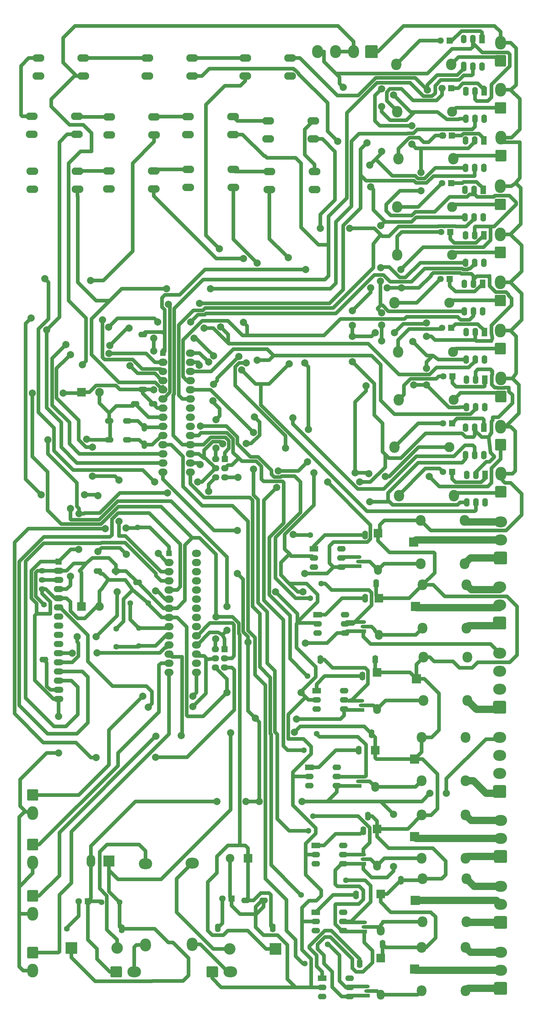
<source format=gbr>
G04 #@! TF.GenerationSoftware,KiCad,Pcbnew,(5.1.5)-3*
G04 #@! TF.CreationDate,2020-04-13T14:59:29+02:00*
G04 #@! TF.ProjectId,Tubeforming_sp,54756265-666f-4726-9d69-6e675f73702e,rev?*
G04 #@! TF.SameCoordinates,Original*
G04 #@! TF.FileFunction,Copper,L2,Bot*
G04 #@! TF.FilePolarity,Positive*
%FSLAX46Y46*%
G04 Gerber Fmt 4.6, Leading zero omitted, Abs format (unit mm)*
G04 Created by KiCad (PCBNEW (5.1.5)-3) date 2020-04-13 14:59:29*
%MOMM*%
%LPD*%
G04 APERTURE LIST*
%ADD10R,2.400000X1.600000*%
%ADD11O,2.400000X1.600000*%
%ADD12C,2.800000*%
%ADD13O,2.800000X3.200000*%
%ADD14O,3.300000X2.100000*%
%ADD15R,2.500000X2.500000*%
%ADD16O,2.700000X3.000000*%
%ADD17C,0.100000*%
%ADD18O,3.600000X3.000000*%
%ADD19O,1.600000X2.500000*%
%ADD20C,1.600000*%
%ADD21R,2.400000X2.400000*%
%ADD22O,2.200000X2.700000*%
%ADD23O,1.500000X1.000000*%
%ADD24R,1.500000X1.000000*%
%ADD25O,3.000000X3.600000*%
%ADD26R,1.800000X1.800000*%
%ADD27C,1.800000*%
%ADD28C,2.400000*%
%ADD29O,2.100000X1.700000*%
%ADD30R,1.700000X1.700000*%
%ADD31O,2.500000X1.600000*%
%ADD32O,2.500000X2.000000*%
%ADD33R,1.600000X1.600000*%
%ADD34C,1.500000*%
%ADD35O,3.800000X3.000000*%
%ADD36O,1.600000X2.400000*%
%ADD37R,1.600000X2.400000*%
%ADD38O,1.600000X2.800000*%
%ADD39O,1.900000X1.440000*%
%ADD40O,3.000000X3.800000*%
%ADD41R,3.100000X3.100000*%
%ADD42O,2.400000X3.500000*%
%ADD43O,3.700000X3.000000*%
%ADD44O,3.000000X3.700000*%
%ADD45O,2.700000X1.700000*%
%ADD46O,1.500000X2.400000*%
%ADD47O,2.100000X1.800000*%
%ADD48O,2.350000X2.000000*%
%ADD49O,1.600000X2.600000*%
%ADD50R,3.200000X3.200000*%
%ADD51O,3.200000X3.200000*%
%ADD52C,2.000000*%
%ADD53C,1.000000*%
%ADD54C,2.000000*%
G04 APERTURE END LIST*
D10*
X179578000Y-277876000D03*
D11*
X187198000Y-282956000D03*
X179578000Y-280416000D03*
X187198000Y-280416000D03*
X179578000Y-282956000D03*
X187198000Y-277876000D03*
D12*
X214884000Y-130556000D03*
D13*
X199644000Y-130556000D03*
D14*
X113338000Y-22606000D03*
X113338000Y-27606000D03*
X100838000Y-22606000D03*
X100838000Y-27606000D03*
X99207140Y-58992960D03*
X99207140Y-53992960D03*
X111707140Y-58992960D03*
X111707140Y-53992960D03*
X143564000Y-22606000D03*
X143564000Y-27606000D03*
X131064000Y-22606000D03*
X131064000Y-27606000D03*
X142364280Y-43824080D03*
X142364280Y-38824080D03*
X154864280Y-43824080D03*
X154864280Y-38824080D03*
X132984720Y-38897740D03*
X132984720Y-43897740D03*
X120484720Y-38897740D03*
X120484720Y-43897740D03*
X177467740Y-54056460D03*
X177467740Y-59056460D03*
X164967740Y-54056460D03*
X164967740Y-59056460D03*
X177124840Y-40061060D03*
X177124840Y-45061060D03*
X164624840Y-40061060D03*
X164624840Y-45061060D03*
X99003940Y-43740260D03*
X99003940Y-38740260D03*
X111503940Y-43740260D03*
X111503940Y-38740260D03*
X120395820Y-58947240D03*
X120395820Y-53947240D03*
X132895820Y-58947240D03*
X132895820Y-53947240D03*
X170742000Y-22606000D03*
X170742000Y-27606000D03*
X158242000Y-22606000D03*
X158242000Y-27606000D03*
X142440480Y-58492580D03*
X142440480Y-53492580D03*
X154940480Y-58492580D03*
X154940480Y-53492580D03*
D15*
X205222000Y-238602000D03*
D16*
X207222000Y-244602000D03*
X219422000Y-244602000D03*
X219422000Y-232602000D03*
X207222000Y-232602000D03*
G04 #@! TA.AperFunction,ComponentPad*
D17*
G36*
X230259382Y-224312107D02*
G01*
X230301852Y-224318406D01*
X230343500Y-224328839D01*
X230383924Y-224343303D01*
X230422736Y-224361659D01*
X230459562Y-224383732D01*
X230494047Y-224409308D01*
X230525859Y-224438141D01*
X230554692Y-224469953D01*
X230580268Y-224504438D01*
X230602341Y-224541264D01*
X230620697Y-224580076D01*
X230635161Y-224620500D01*
X230645594Y-224662148D01*
X230651893Y-224704618D01*
X230654000Y-224747500D01*
X230654000Y-227372500D01*
X230651893Y-227415382D01*
X230645594Y-227457852D01*
X230635161Y-227499500D01*
X230620697Y-227539924D01*
X230602341Y-227578736D01*
X230580268Y-227615562D01*
X230554692Y-227650047D01*
X230525859Y-227681859D01*
X230494047Y-227710692D01*
X230459562Y-227736268D01*
X230422736Y-227758341D01*
X230383924Y-227776697D01*
X230343500Y-227791161D01*
X230301852Y-227801594D01*
X230259382Y-227807893D01*
X230216500Y-227810000D01*
X227491500Y-227810000D01*
X227448618Y-227807893D01*
X227406148Y-227801594D01*
X227364500Y-227791161D01*
X227324076Y-227776697D01*
X227285264Y-227758341D01*
X227248438Y-227736268D01*
X227213953Y-227710692D01*
X227182141Y-227681859D01*
X227153308Y-227650047D01*
X227127732Y-227615562D01*
X227105659Y-227578736D01*
X227087303Y-227539924D01*
X227072839Y-227499500D01*
X227062406Y-227457852D01*
X227056107Y-227415382D01*
X227054000Y-227372500D01*
X227054000Y-224747500D01*
X227056107Y-224704618D01*
X227062406Y-224662148D01*
X227072839Y-224620500D01*
X227087303Y-224580076D01*
X227105659Y-224541264D01*
X227127732Y-224504438D01*
X227153308Y-224469953D01*
X227182141Y-224438141D01*
X227213953Y-224409308D01*
X227248438Y-224383732D01*
X227285264Y-224361659D01*
X227324076Y-224343303D01*
X227364500Y-224328839D01*
X227406148Y-224318406D01*
X227448618Y-224312107D01*
X227491500Y-224310000D01*
X230216500Y-224310000D01*
X230259382Y-224312107D01*
G37*
G04 #@! TD.AperFunction*
D18*
X228854000Y-221060000D03*
X228854000Y-216060000D03*
X228854000Y-211060000D03*
D15*
X205232000Y-275336000D03*
D16*
X207232000Y-281336000D03*
X219432000Y-281336000D03*
X219432000Y-269336000D03*
X207232000Y-269336000D03*
D19*
X194564000Y-168402000D03*
D20*
X179324000Y-168402000D03*
D21*
X195326000Y-172466000D03*
D22*
X195326000Y-182626000D03*
D23*
X191008000Y-180340000D03*
X191008000Y-179070000D03*
D24*
X191008000Y-181610000D03*
D15*
X205472000Y-174762000D03*
D16*
X207472000Y-180762000D03*
X219672000Y-180762000D03*
X219672000Y-168762000D03*
X207472000Y-168762000D03*
D19*
X191516000Y-172466000D03*
D20*
X176276000Y-172466000D03*
D11*
X185928000Y-177038000D03*
X178308000Y-182118000D03*
X185928000Y-179578000D03*
X178308000Y-179578000D03*
X185928000Y-182118000D03*
D10*
X178308000Y-177038000D03*
D25*
X178294000Y-20828000D03*
X183294000Y-20828000D03*
X188294000Y-20828000D03*
G04 #@! TA.AperFunction,ComponentPad*
D17*
G36*
X194649382Y-19030107D02*
G01*
X194691852Y-19036406D01*
X194733500Y-19046839D01*
X194773924Y-19061303D01*
X194812736Y-19079659D01*
X194849562Y-19101732D01*
X194884047Y-19127308D01*
X194915859Y-19156141D01*
X194944692Y-19187953D01*
X194970268Y-19222438D01*
X194992341Y-19259264D01*
X195010697Y-19298076D01*
X195025161Y-19338500D01*
X195035594Y-19380148D01*
X195041893Y-19422618D01*
X195044000Y-19465500D01*
X195044000Y-22190500D01*
X195041893Y-22233382D01*
X195035594Y-22275852D01*
X195025161Y-22317500D01*
X195010697Y-22357924D01*
X194992341Y-22396736D01*
X194970268Y-22433562D01*
X194944692Y-22468047D01*
X194915859Y-22499859D01*
X194884047Y-22528692D01*
X194849562Y-22554268D01*
X194812736Y-22576341D01*
X194773924Y-22594697D01*
X194733500Y-22609161D01*
X194691852Y-22619594D01*
X194649382Y-22625893D01*
X194606500Y-22628000D01*
X191981500Y-22628000D01*
X191938618Y-22625893D01*
X191896148Y-22619594D01*
X191854500Y-22609161D01*
X191814076Y-22594697D01*
X191775264Y-22576341D01*
X191738438Y-22554268D01*
X191703953Y-22528692D01*
X191672141Y-22499859D01*
X191643308Y-22468047D01*
X191617732Y-22433562D01*
X191595659Y-22396736D01*
X191577303Y-22357924D01*
X191562839Y-22317500D01*
X191552406Y-22275852D01*
X191546107Y-22233382D01*
X191544000Y-22190500D01*
X191544000Y-19465500D01*
X191546107Y-19422618D01*
X191552406Y-19380148D01*
X191562839Y-19338500D01*
X191577303Y-19298076D01*
X191595659Y-19259264D01*
X191617732Y-19222438D01*
X191643308Y-19187953D01*
X191672141Y-19156141D01*
X191703953Y-19127308D01*
X191738438Y-19101732D01*
X191775264Y-19079659D01*
X191814076Y-19061303D01*
X191854500Y-19046839D01*
X191896148Y-19036406D01*
X191938618Y-19030107D01*
X191981500Y-19028000D01*
X194606500Y-19028000D01*
X194649382Y-19030107D01*
G37*
G04 #@! TD.AperFunction*
D15*
X204960000Y-156886000D03*
D16*
X206960000Y-162886000D03*
X219160000Y-162886000D03*
X219160000Y-150886000D03*
X206960000Y-150886000D03*
D19*
X194310000Y-189484000D03*
X179070000Y-189484000D03*
D13*
X200914000Y-144018000D03*
X216154000Y-144018000D03*
D26*
X215646000Y-137414000D03*
D27*
X213106000Y-137414000D03*
D16*
X207740000Y-188818000D03*
X219940000Y-188818000D03*
X219940000Y-200818000D03*
X207740000Y-200818000D03*
D15*
X205740000Y-194818000D03*
D20*
X122473060Y-185894120D03*
X122473060Y-180894120D03*
X131370000Y-173830000D03*
X126370000Y-173830000D03*
D28*
X117776000Y-174752000D03*
D21*
X112776000Y-174752000D03*
D29*
X149930000Y-191660000D03*
X152470000Y-191660000D03*
X149930000Y-189120000D03*
X152470000Y-189120000D03*
X149930000Y-186580000D03*
D30*
X152470000Y-186580000D03*
D31*
X128370000Y-168070000D03*
D20*
X128370000Y-152830000D03*
D32*
X144723460Y-159965800D03*
X144723460Y-162505800D03*
X144723460Y-165045800D03*
X144723460Y-167585800D03*
X144723460Y-170125800D03*
X144723460Y-172665800D03*
X144723460Y-175205800D03*
X144723460Y-177745800D03*
X144723460Y-180285800D03*
X144723460Y-182825800D03*
X144723460Y-185365800D03*
X144723460Y-187905800D03*
X144723460Y-190445800D03*
X144723460Y-192985800D03*
X137103460Y-192985800D03*
X137103460Y-190445800D03*
X137103460Y-187905800D03*
X137103460Y-185365800D03*
X137103460Y-182825800D03*
X137103460Y-180285800D03*
X137103460Y-177745800D03*
X137103460Y-175205800D03*
X137103460Y-172665800D03*
X137103460Y-170125800D03*
X137103460Y-167585800D03*
X137103460Y-165045800D03*
X137103460Y-162505800D03*
D33*
X137103460Y-159965800D03*
D34*
X128741780Y-185633160D03*
X128741780Y-180753160D03*
D11*
X117370000Y-164886000D03*
X122370000Y-164886000D03*
G04 #@! TA.AperFunction,ComponentPad*
D17*
G36*
X150348482Y-274549866D02*
G01*
X150386097Y-274555446D01*
X150422985Y-274564686D01*
X150458790Y-274577497D01*
X150493166Y-274593756D01*
X150525783Y-274613306D01*
X150556327Y-274635958D01*
X150584504Y-274661496D01*
X150610042Y-274689673D01*
X150632694Y-274720217D01*
X150652244Y-274752834D01*
X150668503Y-274787210D01*
X150681314Y-274823015D01*
X150690554Y-274859903D01*
X150696134Y-274897518D01*
X150698000Y-274935500D01*
X150698000Y-277260500D01*
X150696134Y-277298482D01*
X150690554Y-277336097D01*
X150681314Y-277372985D01*
X150668503Y-277408790D01*
X150652244Y-277443166D01*
X150632694Y-277475783D01*
X150610042Y-277506327D01*
X150584504Y-277534504D01*
X150556327Y-277560042D01*
X150525783Y-277582694D01*
X150493166Y-277602244D01*
X150458790Y-277618503D01*
X150422985Y-277631314D01*
X150386097Y-277640554D01*
X150348482Y-277646134D01*
X150310500Y-277648000D01*
X147885500Y-277648000D01*
X147847518Y-277646134D01*
X147809903Y-277640554D01*
X147773015Y-277631314D01*
X147737210Y-277618503D01*
X147702834Y-277602244D01*
X147670217Y-277582694D01*
X147639673Y-277560042D01*
X147611496Y-277534504D01*
X147585958Y-277506327D01*
X147563306Y-277475783D01*
X147543756Y-277443166D01*
X147527497Y-277408790D01*
X147514686Y-277372985D01*
X147505446Y-277336097D01*
X147499866Y-277298482D01*
X147498000Y-277260500D01*
X147498000Y-274935500D01*
X147499866Y-274897518D01*
X147505446Y-274859903D01*
X147514686Y-274823015D01*
X147527497Y-274787210D01*
X147543756Y-274752834D01*
X147563306Y-274720217D01*
X147585958Y-274689673D01*
X147611496Y-274661496D01*
X147639673Y-274635958D01*
X147670217Y-274613306D01*
X147702834Y-274593756D01*
X147737210Y-274577497D01*
X147773015Y-274564686D01*
X147809903Y-274555446D01*
X147847518Y-274549866D01*
X147885500Y-274548000D01*
X150310500Y-274548000D01*
X150348482Y-274549866D01*
G37*
G04 #@! TD.AperFunction*
D35*
X154098000Y-276098000D03*
D36*
X224502000Y-53088000D03*
X219422000Y-45468000D03*
X221962000Y-53088000D03*
X221962000Y-45468000D03*
X219422000Y-53088000D03*
D37*
X224502000Y-45468000D03*
D36*
X223956000Y-24924000D03*
X218876000Y-17304000D03*
X221416000Y-24924000D03*
X221416000Y-17304000D03*
D38*
X218876000Y-24924000D03*
D37*
X223956000Y-17304000D03*
D39*
X101854000Y-169926000D03*
X101854000Y-167386000D03*
X101854000Y-164846000D03*
D36*
X224446000Y-79382000D03*
X219366000Y-71762000D03*
X221906000Y-79382000D03*
X221906000Y-71762000D03*
X219366000Y-79382000D03*
D37*
X224446000Y-71762000D03*
D36*
X224782000Y-145856000D03*
X219702000Y-138236000D03*
X222242000Y-145856000D03*
X222242000Y-138236000D03*
X219702000Y-145856000D03*
D37*
X224782000Y-138236000D03*
D36*
X224600000Y-106232000D03*
X219520000Y-98612000D03*
X222060000Y-106232000D03*
X222060000Y-98612000D03*
X219520000Y-106232000D03*
D37*
X224600000Y-98612000D03*
X224514000Y-125162000D03*
D36*
X219434000Y-132782000D03*
X221974000Y-125162000D03*
X221974000Y-132782000D03*
X219434000Y-125162000D03*
X224514000Y-132782000D03*
D35*
X127428000Y-276098000D03*
G04 #@! TA.AperFunction,ComponentPad*
D17*
G36*
X123678482Y-274549866D02*
G01*
X123716097Y-274555446D01*
X123752985Y-274564686D01*
X123788790Y-274577497D01*
X123823166Y-274593756D01*
X123855783Y-274613306D01*
X123886327Y-274635958D01*
X123914504Y-274661496D01*
X123940042Y-274689673D01*
X123962694Y-274720217D01*
X123982244Y-274752834D01*
X123998503Y-274787210D01*
X124011314Y-274823015D01*
X124020554Y-274859903D01*
X124026134Y-274897518D01*
X124028000Y-274935500D01*
X124028000Y-277260500D01*
X124026134Y-277298482D01*
X124020554Y-277336097D01*
X124011314Y-277372985D01*
X123998503Y-277408790D01*
X123982244Y-277443166D01*
X123962694Y-277475783D01*
X123940042Y-277506327D01*
X123914504Y-277534504D01*
X123886327Y-277560042D01*
X123855783Y-277582694D01*
X123823166Y-277602244D01*
X123788790Y-277618503D01*
X123752985Y-277631314D01*
X123716097Y-277640554D01*
X123678482Y-277646134D01*
X123640500Y-277648000D01*
X121215500Y-277648000D01*
X121177518Y-277646134D01*
X121139903Y-277640554D01*
X121103015Y-277631314D01*
X121067210Y-277618503D01*
X121032834Y-277602244D01*
X121000217Y-277582694D01*
X120969673Y-277560042D01*
X120941496Y-277534504D01*
X120915958Y-277506327D01*
X120893306Y-277475783D01*
X120873756Y-277443166D01*
X120857497Y-277408790D01*
X120844686Y-277372985D01*
X120835446Y-277336097D01*
X120829866Y-277298482D01*
X120828000Y-277260500D01*
X120828000Y-274935500D01*
X120829866Y-274897518D01*
X120835446Y-274859903D01*
X120844686Y-274823015D01*
X120857497Y-274787210D01*
X120873756Y-274752834D01*
X120893306Y-274720217D01*
X120915958Y-274689673D01*
X120941496Y-274661496D01*
X120969673Y-274635958D01*
X121000217Y-274613306D01*
X121032834Y-274593756D01*
X121067210Y-274577497D01*
X121103015Y-274564686D01*
X121139903Y-274555446D01*
X121177518Y-274549866D01*
X121215500Y-274548000D01*
X123640500Y-274548000D01*
X123678482Y-274549866D01*
G37*
G04 #@! TD.AperFunction*
G04 #@! TA.AperFunction,ComponentPad*
G36*
X230250482Y-101613866D02*
G01*
X230288097Y-101619446D01*
X230324985Y-101628686D01*
X230360790Y-101641497D01*
X230395166Y-101657756D01*
X230427783Y-101677306D01*
X230458327Y-101699958D01*
X230486504Y-101725496D01*
X230512042Y-101753673D01*
X230534694Y-101784217D01*
X230554244Y-101816834D01*
X230570503Y-101851210D01*
X230583314Y-101887015D01*
X230592554Y-101923903D01*
X230598134Y-101961518D01*
X230600000Y-101999500D01*
X230600000Y-104424500D01*
X230598134Y-104462482D01*
X230592554Y-104500097D01*
X230583314Y-104536985D01*
X230570503Y-104572790D01*
X230554244Y-104607166D01*
X230534694Y-104639783D01*
X230512042Y-104670327D01*
X230486504Y-104698504D01*
X230458327Y-104724042D01*
X230427783Y-104746694D01*
X230395166Y-104766244D01*
X230360790Y-104782503D01*
X230324985Y-104795314D01*
X230288097Y-104804554D01*
X230250482Y-104810134D01*
X230212500Y-104812000D01*
X227887500Y-104812000D01*
X227849518Y-104810134D01*
X227811903Y-104804554D01*
X227775015Y-104795314D01*
X227739210Y-104782503D01*
X227704834Y-104766244D01*
X227672217Y-104746694D01*
X227641673Y-104724042D01*
X227613496Y-104698504D01*
X227587958Y-104670327D01*
X227565306Y-104639783D01*
X227545756Y-104607166D01*
X227529497Y-104572790D01*
X227516686Y-104536985D01*
X227507446Y-104500097D01*
X227501866Y-104462482D01*
X227500000Y-104424500D01*
X227500000Y-101999500D01*
X227501866Y-101961518D01*
X227507446Y-101923903D01*
X227516686Y-101887015D01*
X227529497Y-101851210D01*
X227545756Y-101816834D01*
X227565306Y-101784217D01*
X227587958Y-101753673D01*
X227613496Y-101725496D01*
X227641673Y-101699958D01*
X227672217Y-101677306D01*
X227704834Y-101657756D01*
X227739210Y-101641497D01*
X227775015Y-101628686D01*
X227811903Y-101619446D01*
X227849518Y-101613866D01*
X227887500Y-101612000D01*
X230212500Y-101612000D01*
X230250482Y-101613866D01*
G37*
G04 #@! TD.AperFunction*
D40*
X229050000Y-98212000D03*
G04 #@! TA.AperFunction,ComponentPad*
D17*
G36*
X230298482Y-34837866D02*
G01*
X230336097Y-34843446D01*
X230372985Y-34852686D01*
X230408790Y-34865497D01*
X230443166Y-34881756D01*
X230475783Y-34901306D01*
X230506327Y-34923958D01*
X230534504Y-34949496D01*
X230560042Y-34977673D01*
X230582694Y-35008217D01*
X230602244Y-35040834D01*
X230618503Y-35075210D01*
X230631314Y-35111015D01*
X230640554Y-35147903D01*
X230646134Y-35185518D01*
X230648000Y-35223500D01*
X230648000Y-37648500D01*
X230646134Y-37686482D01*
X230640554Y-37724097D01*
X230631314Y-37760985D01*
X230618503Y-37796790D01*
X230602244Y-37831166D01*
X230582694Y-37863783D01*
X230560042Y-37894327D01*
X230534504Y-37922504D01*
X230506327Y-37948042D01*
X230475783Y-37970694D01*
X230443166Y-37990244D01*
X230408790Y-38006503D01*
X230372985Y-38019314D01*
X230336097Y-38028554D01*
X230298482Y-38034134D01*
X230260500Y-38036000D01*
X227935500Y-38036000D01*
X227897518Y-38034134D01*
X227859903Y-38028554D01*
X227823015Y-38019314D01*
X227787210Y-38006503D01*
X227752834Y-37990244D01*
X227720217Y-37970694D01*
X227689673Y-37948042D01*
X227661496Y-37922504D01*
X227635958Y-37894327D01*
X227613306Y-37863783D01*
X227593756Y-37831166D01*
X227577497Y-37796790D01*
X227564686Y-37760985D01*
X227555446Y-37724097D01*
X227549866Y-37686482D01*
X227548000Y-37648500D01*
X227548000Y-35223500D01*
X227549866Y-35185518D01*
X227555446Y-35147903D01*
X227564686Y-35111015D01*
X227577497Y-35075210D01*
X227593756Y-35040834D01*
X227613306Y-35008217D01*
X227635958Y-34977673D01*
X227661496Y-34949496D01*
X227689673Y-34923958D01*
X227720217Y-34901306D01*
X227752834Y-34881756D01*
X227787210Y-34865497D01*
X227823015Y-34852686D01*
X227859903Y-34843446D01*
X227897518Y-34837866D01*
X227935500Y-34836000D01*
X230260500Y-34836000D01*
X230298482Y-34837866D01*
G37*
G04 #@! TD.AperFunction*
D40*
X229098000Y-31436000D03*
G04 #@! TA.AperFunction,ComponentPad*
D17*
G36*
X230250482Y-88261866D02*
G01*
X230288097Y-88267446D01*
X230324985Y-88276686D01*
X230360790Y-88289497D01*
X230395166Y-88305756D01*
X230427783Y-88325306D01*
X230458327Y-88347958D01*
X230486504Y-88373496D01*
X230512042Y-88401673D01*
X230534694Y-88432217D01*
X230554244Y-88464834D01*
X230570503Y-88499210D01*
X230583314Y-88535015D01*
X230592554Y-88571903D01*
X230598134Y-88609518D01*
X230600000Y-88647500D01*
X230600000Y-91072500D01*
X230598134Y-91110482D01*
X230592554Y-91148097D01*
X230583314Y-91184985D01*
X230570503Y-91220790D01*
X230554244Y-91255166D01*
X230534694Y-91287783D01*
X230512042Y-91318327D01*
X230486504Y-91346504D01*
X230458327Y-91372042D01*
X230427783Y-91394694D01*
X230395166Y-91414244D01*
X230360790Y-91430503D01*
X230324985Y-91443314D01*
X230288097Y-91452554D01*
X230250482Y-91458134D01*
X230212500Y-91460000D01*
X227887500Y-91460000D01*
X227849518Y-91458134D01*
X227811903Y-91452554D01*
X227775015Y-91443314D01*
X227739210Y-91430503D01*
X227704834Y-91414244D01*
X227672217Y-91394694D01*
X227641673Y-91372042D01*
X227613496Y-91346504D01*
X227587958Y-91318327D01*
X227565306Y-91287783D01*
X227545756Y-91255166D01*
X227529497Y-91220790D01*
X227516686Y-91184985D01*
X227507446Y-91148097D01*
X227501866Y-91110482D01*
X227500000Y-91072500D01*
X227500000Y-88647500D01*
X227501866Y-88609518D01*
X227507446Y-88571903D01*
X227516686Y-88535015D01*
X227529497Y-88499210D01*
X227545756Y-88464834D01*
X227565306Y-88432217D01*
X227587958Y-88401673D01*
X227613496Y-88373496D01*
X227641673Y-88347958D01*
X227672217Y-88325306D01*
X227704834Y-88305756D01*
X227739210Y-88289497D01*
X227775015Y-88276686D01*
X227811903Y-88267446D01*
X227849518Y-88261866D01*
X227887500Y-88260000D01*
X230212500Y-88260000D01*
X230250482Y-88261866D01*
G37*
G04 #@! TD.AperFunction*
D40*
X229050000Y-84860000D03*
X229046000Y-71512000D03*
G04 #@! TA.AperFunction,ComponentPad*
D17*
G36*
X230246482Y-74913866D02*
G01*
X230284097Y-74919446D01*
X230320985Y-74928686D01*
X230356790Y-74941497D01*
X230391166Y-74957756D01*
X230423783Y-74977306D01*
X230454327Y-74999958D01*
X230482504Y-75025496D01*
X230508042Y-75053673D01*
X230530694Y-75084217D01*
X230550244Y-75116834D01*
X230566503Y-75151210D01*
X230579314Y-75187015D01*
X230588554Y-75223903D01*
X230594134Y-75261518D01*
X230596000Y-75299500D01*
X230596000Y-77724500D01*
X230594134Y-77762482D01*
X230588554Y-77800097D01*
X230579314Y-77836985D01*
X230566503Y-77872790D01*
X230550244Y-77907166D01*
X230530694Y-77939783D01*
X230508042Y-77970327D01*
X230482504Y-77998504D01*
X230454327Y-78024042D01*
X230423783Y-78046694D01*
X230391166Y-78066244D01*
X230356790Y-78082503D01*
X230320985Y-78095314D01*
X230284097Y-78104554D01*
X230246482Y-78110134D01*
X230208500Y-78112000D01*
X227883500Y-78112000D01*
X227845518Y-78110134D01*
X227807903Y-78104554D01*
X227771015Y-78095314D01*
X227735210Y-78082503D01*
X227700834Y-78066244D01*
X227668217Y-78046694D01*
X227637673Y-78024042D01*
X227609496Y-77998504D01*
X227583958Y-77970327D01*
X227561306Y-77939783D01*
X227541756Y-77907166D01*
X227525497Y-77872790D01*
X227512686Y-77836985D01*
X227503446Y-77800097D01*
X227497866Y-77762482D01*
X227496000Y-77724500D01*
X227496000Y-75299500D01*
X227497866Y-75261518D01*
X227503446Y-75223903D01*
X227512686Y-75187015D01*
X227525497Y-75151210D01*
X227541756Y-75116834D01*
X227561306Y-75084217D01*
X227583958Y-75053673D01*
X227609496Y-75025496D01*
X227637673Y-74999958D01*
X227668217Y-74977306D01*
X227700834Y-74957756D01*
X227735210Y-74941497D01*
X227771015Y-74928686D01*
X227807903Y-74919446D01*
X227845518Y-74913866D01*
X227883500Y-74912000D01*
X230208500Y-74912000D01*
X230246482Y-74913866D01*
G37*
G04 #@! TD.AperFunction*
D13*
X215392000Y-24384000D03*
X200152000Y-24384000D03*
D40*
X229058000Y-58192000D03*
G04 #@! TA.AperFunction,ComponentPad*
D17*
G36*
X230258482Y-61593866D02*
G01*
X230296097Y-61599446D01*
X230332985Y-61608686D01*
X230368790Y-61621497D01*
X230403166Y-61637756D01*
X230435783Y-61657306D01*
X230466327Y-61679958D01*
X230494504Y-61705496D01*
X230520042Y-61733673D01*
X230542694Y-61764217D01*
X230562244Y-61796834D01*
X230578503Y-61831210D01*
X230591314Y-61867015D01*
X230600554Y-61903903D01*
X230606134Y-61941518D01*
X230608000Y-61979500D01*
X230608000Y-64404500D01*
X230606134Y-64442482D01*
X230600554Y-64480097D01*
X230591314Y-64516985D01*
X230578503Y-64552790D01*
X230562244Y-64587166D01*
X230542694Y-64619783D01*
X230520042Y-64650327D01*
X230494504Y-64678504D01*
X230466327Y-64704042D01*
X230435783Y-64726694D01*
X230403166Y-64746244D01*
X230368790Y-64762503D01*
X230332985Y-64775314D01*
X230296097Y-64784554D01*
X230258482Y-64790134D01*
X230220500Y-64792000D01*
X227895500Y-64792000D01*
X227857518Y-64790134D01*
X227819903Y-64784554D01*
X227783015Y-64775314D01*
X227747210Y-64762503D01*
X227712834Y-64746244D01*
X227680217Y-64726694D01*
X227649673Y-64704042D01*
X227621496Y-64678504D01*
X227595958Y-64650327D01*
X227573306Y-64619783D01*
X227553756Y-64587166D01*
X227537497Y-64552790D01*
X227524686Y-64516985D01*
X227515446Y-64480097D01*
X227509866Y-64442482D01*
X227508000Y-64404500D01*
X227508000Y-61979500D01*
X227509866Y-61941518D01*
X227515446Y-61903903D01*
X227524686Y-61867015D01*
X227537497Y-61831210D01*
X227553756Y-61796834D01*
X227573306Y-61764217D01*
X227595958Y-61733673D01*
X227621496Y-61705496D01*
X227649673Y-61679958D01*
X227680217Y-61657306D01*
X227712834Y-61637756D01*
X227747210Y-61621497D01*
X227783015Y-61608686D01*
X227819903Y-61599446D01*
X227857518Y-61593866D01*
X227895500Y-61592000D01*
X230220500Y-61592000D01*
X230258482Y-61593866D01*
G37*
G04 #@! TD.AperFunction*
D26*
X214956000Y-17804000D03*
D27*
X212416000Y-17804000D03*
D26*
X215000000Y-83910000D03*
D27*
X212460000Y-83910000D03*
D40*
X229182000Y-137936000D03*
G04 #@! TA.AperFunction,ComponentPad*
D17*
G36*
X230382482Y-141337866D02*
G01*
X230420097Y-141343446D01*
X230456985Y-141352686D01*
X230492790Y-141365497D01*
X230527166Y-141381756D01*
X230559783Y-141401306D01*
X230590327Y-141423958D01*
X230618504Y-141449496D01*
X230644042Y-141477673D01*
X230666694Y-141508217D01*
X230686244Y-141540834D01*
X230702503Y-141575210D01*
X230715314Y-141611015D01*
X230724554Y-141647903D01*
X230730134Y-141685518D01*
X230732000Y-141723500D01*
X230732000Y-144148500D01*
X230730134Y-144186482D01*
X230724554Y-144224097D01*
X230715314Y-144260985D01*
X230702503Y-144296790D01*
X230686244Y-144331166D01*
X230666694Y-144363783D01*
X230644042Y-144394327D01*
X230618504Y-144422504D01*
X230590327Y-144448042D01*
X230559783Y-144470694D01*
X230527166Y-144490244D01*
X230492790Y-144506503D01*
X230456985Y-144519314D01*
X230420097Y-144528554D01*
X230382482Y-144534134D01*
X230344500Y-144536000D01*
X228019500Y-144536000D01*
X227981518Y-144534134D01*
X227943903Y-144528554D01*
X227907015Y-144519314D01*
X227871210Y-144506503D01*
X227836834Y-144490244D01*
X227804217Y-144470694D01*
X227773673Y-144448042D01*
X227745496Y-144422504D01*
X227719958Y-144394327D01*
X227697306Y-144363783D01*
X227677756Y-144331166D01*
X227661497Y-144296790D01*
X227648686Y-144260985D01*
X227639446Y-144224097D01*
X227633866Y-144186482D01*
X227632000Y-144148500D01*
X227632000Y-141723500D01*
X227633866Y-141685518D01*
X227639446Y-141647903D01*
X227648686Y-141611015D01*
X227661497Y-141575210D01*
X227677756Y-141540834D01*
X227697306Y-141508217D01*
X227719958Y-141477673D01*
X227745496Y-141449496D01*
X227773673Y-141423958D01*
X227804217Y-141401306D01*
X227836834Y-141381756D01*
X227871210Y-141365497D01*
X227907015Y-141352686D01*
X227943903Y-141343446D01*
X227981518Y-141337866D01*
X228019500Y-141336000D01*
X230344500Y-141336000D01*
X230382482Y-141337866D01*
G37*
G04 #@! TD.AperFunction*
D40*
X229202000Y-44660000D03*
G04 #@! TA.AperFunction,ComponentPad*
D17*
G36*
X230402482Y-48061866D02*
G01*
X230440097Y-48067446D01*
X230476985Y-48076686D01*
X230512790Y-48089497D01*
X230547166Y-48105756D01*
X230579783Y-48125306D01*
X230610327Y-48147958D01*
X230638504Y-48173496D01*
X230664042Y-48201673D01*
X230686694Y-48232217D01*
X230706244Y-48264834D01*
X230722503Y-48299210D01*
X230735314Y-48335015D01*
X230744554Y-48371903D01*
X230750134Y-48409518D01*
X230752000Y-48447500D01*
X230752000Y-50872500D01*
X230750134Y-50910482D01*
X230744554Y-50948097D01*
X230735314Y-50984985D01*
X230722503Y-51020790D01*
X230706244Y-51055166D01*
X230686694Y-51087783D01*
X230664042Y-51118327D01*
X230638504Y-51146504D01*
X230610327Y-51172042D01*
X230579783Y-51194694D01*
X230547166Y-51214244D01*
X230512790Y-51230503D01*
X230476985Y-51243314D01*
X230440097Y-51252554D01*
X230402482Y-51258134D01*
X230364500Y-51260000D01*
X228039500Y-51260000D01*
X228001518Y-51258134D01*
X227963903Y-51252554D01*
X227927015Y-51243314D01*
X227891210Y-51230503D01*
X227856834Y-51214244D01*
X227824217Y-51194694D01*
X227793673Y-51172042D01*
X227765496Y-51146504D01*
X227739958Y-51118327D01*
X227717306Y-51087783D01*
X227697756Y-51055166D01*
X227681497Y-51020790D01*
X227668686Y-50984985D01*
X227659446Y-50948097D01*
X227653866Y-50910482D01*
X227652000Y-50872500D01*
X227652000Y-48447500D01*
X227653866Y-48409518D01*
X227659446Y-48371903D01*
X227668686Y-48335015D01*
X227681497Y-48299210D01*
X227697756Y-48264834D01*
X227717306Y-48232217D01*
X227739958Y-48201673D01*
X227765496Y-48173496D01*
X227793673Y-48147958D01*
X227824217Y-48125306D01*
X227856834Y-48105756D01*
X227891210Y-48089497D01*
X227927015Y-48076686D01*
X227963903Y-48067446D01*
X228001518Y-48061866D01*
X228039500Y-48060000D01*
X230364500Y-48060000D01*
X230402482Y-48061866D01*
G37*
G04 #@! TD.AperFunction*
D40*
X229192000Y-111498000D03*
G04 #@! TA.AperFunction,ComponentPad*
D17*
G36*
X230392482Y-114899866D02*
G01*
X230430097Y-114905446D01*
X230466985Y-114914686D01*
X230502790Y-114927497D01*
X230537166Y-114943756D01*
X230569783Y-114963306D01*
X230600327Y-114985958D01*
X230628504Y-115011496D01*
X230654042Y-115039673D01*
X230676694Y-115070217D01*
X230696244Y-115102834D01*
X230712503Y-115137210D01*
X230725314Y-115173015D01*
X230734554Y-115209903D01*
X230740134Y-115247518D01*
X230742000Y-115285500D01*
X230742000Y-117710500D01*
X230740134Y-117748482D01*
X230734554Y-117786097D01*
X230725314Y-117822985D01*
X230712503Y-117858790D01*
X230696244Y-117893166D01*
X230676694Y-117925783D01*
X230654042Y-117956327D01*
X230628504Y-117984504D01*
X230600327Y-118010042D01*
X230569783Y-118032694D01*
X230537166Y-118052244D01*
X230502790Y-118068503D01*
X230466985Y-118081314D01*
X230430097Y-118090554D01*
X230392482Y-118096134D01*
X230354500Y-118098000D01*
X228029500Y-118098000D01*
X227991518Y-118096134D01*
X227953903Y-118090554D01*
X227917015Y-118081314D01*
X227881210Y-118068503D01*
X227846834Y-118052244D01*
X227814217Y-118032694D01*
X227783673Y-118010042D01*
X227755496Y-117984504D01*
X227729958Y-117956327D01*
X227707306Y-117925783D01*
X227687756Y-117893166D01*
X227671497Y-117858790D01*
X227658686Y-117822985D01*
X227649446Y-117786097D01*
X227643866Y-117748482D01*
X227642000Y-117710500D01*
X227642000Y-115285500D01*
X227643866Y-115247518D01*
X227649446Y-115209903D01*
X227658686Y-115173015D01*
X227671497Y-115137210D01*
X227687756Y-115102834D01*
X227707306Y-115070217D01*
X227729958Y-115039673D01*
X227755496Y-115011496D01*
X227783673Y-114985958D01*
X227814217Y-114963306D01*
X227846834Y-114943756D01*
X227881210Y-114927497D01*
X227917015Y-114914686D01*
X227953903Y-114905446D01*
X227991518Y-114899866D01*
X228029500Y-114898000D01*
X230354500Y-114898000D01*
X230392482Y-114899866D01*
G37*
G04 #@! TD.AperFunction*
D28*
X154004000Y-244602000D03*
D21*
X159004000Y-244602000D03*
D41*
X120396000Y-245364000D03*
D42*
X115396000Y-245364000D03*
D27*
X151892000Y-255778000D03*
D26*
X154432000Y-255778000D03*
D40*
X99264000Y-260022000D03*
G04 #@! TA.AperFunction,ComponentPad*
D17*
G36*
X100464482Y-253423866D02*
G01*
X100502097Y-253429446D01*
X100538985Y-253438686D01*
X100574790Y-253451497D01*
X100609166Y-253467756D01*
X100641783Y-253487306D01*
X100672327Y-253509958D01*
X100700504Y-253535496D01*
X100726042Y-253563673D01*
X100748694Y-253594217D01*
X100768244Y-253626834D01*
X100784503Y-253661210D01*
X100797314Y-253697015D01*
X100806554Y-253733903D01*
X100812134Y-253771518D01*
X100814000Y-253809500D01*
X100814000Y-256234500D01*
X100812134Y-256272482D01*
X100806554Y-256310097D01*
X100797314Y-256346985D01*
X100784503Y-256382790D01*
X100768244Y-256417166D01*
X100748694Y-256449783D01*
X100726042Y-256480327D01*
X100700504Y-256508504D01*
X100672327Y-256534042D01*
X100641783Y-256556694D01*
X100609166Y-256576244D01*
X100574790Y-256592503D01*
X100538985Y-256605314D01*
X100502097Y-256614554D01*
X100464482Y-256620134D01*
X100426500Y-256622000D01*
X98101500Y-256622000D01*
X98063518Y-256620134D01*
X98025903Y-256614554D01*
X97989015Y-256605314D01*
X97953210Y-256592503D01*
X97918834Y-256576244D01*
X97886217Y-256556694D01*
X97855673Y-256534042D01*
X97827496Y-256508504D01*
X97801958Y-256480327D01*
X97779306Y-256449783D01*
X97759756Y-256417166D01*
X97743497Y-256382790D01*
X97730686Y-256346985D01*
X97721446Y-256310097D01*
X97715866Y-256272482D01*
X97714000Y-256234500D01*
X97714000Y-253809500D01*
X97715866Y-253771518D01*
X97721446Y-253733903D01*
X97730686Y-253697015D01*
X97743497Y-253661210D01*
X97759756Y-253626834D01*
X97779306Y-253594217D01*
X97801958Y-253563673D01*
X97827496Y-253535496D01*
X97855673Y-253509958D01*
X97886217Y-253487306D01*
X97918834Y-253467756D01*
X97953210Y-253451497D01*
X97989015Y-253438686D01*
X98025903Y-253429446D01*
X98063518Y-253423866D01*
X98101500Y-253422000D01*
X100426500Y-253422000D01*
X100464482Y-253423866D01*
G37*
G04 #@! TD.AperFunction*
D11*
X125476000Y-123276000D03*
X120476000Y-123276000D03*
G04 #@! TA.AperFunction,ComponentPad*
D17*
G36*
X100464482Y-239173866D02*
G01*
X100502097Y-239179446D01*
X100538985Y-239188686D01*
X100574790Y-239201497D01*
X100609166Y-239217756D01*
X100641783Y-239237306D01*
X100672327Y-239259958D01*
X100700504Y-239285496D01*
X100726042Y-239313673D01*
X100748694Y-239344217D01*
X100768244Y-239376834D01*
X100784503Y-239411210D01*
X100797314Y-239447015D01*
X100806554Y-239483903D01*
X100812134Y-239521518D01*
X100814000Y-239559500D01*
X100814000Y-241984500D01*
X100812134Y-242022482D01*
X100806554Y-242060097D01*
X100797314Y-242096985D01*
X100784503Y-242132790D01*
X100768244Y-242167166D01*
X100748694Y-242199783D01*
X100726042Y-242230327D01*
X100700504Y-242258504D01*
X100672327Y-242284042D01*
X100641783Y-242306694D01*
X100609166Y-242326244D01*
X100574790Y-242342503D01*
X100538985Y-242355314D01*
X100502097Y-242364554D01*
X100464482Y-242370134D01*
X100426500Y-242372000D01*
X98101500Y-242372000D01*
X98063518Y-242370134D01*
X98025903Y-242364554D01*
X97989015Y-242355314D01*
X97953210Y-242342503D01*
X97918834Y-242326244D01*
X97886217Y-242306694D01*
X97855673Y-242284042D01*
X97827496Y-242258504D01*
X97801958Y-242230327D01*
X97779306Y-242199783D01*
X97759756Y-242167166D01*
X97743497Y-242132790D01*
X97730686Y-242096985D01*
X97721446Y-242060097D01*
X97715866Y-242022482D01*
X97714000Y-241984500D01*
X97714000Y-239559500D01*
X97715866Y-239521518D01*
X97721446Y-239483903D01*
X97730686Y-239447015D01*
X97743497Y-239411210D01*
X97759756Y-239376834D01*
X97779306Y-239344217D01*
X97801958Y-239313673D01*
X97827496Y-239285496D01*
X97855673Y-239259958D01*
X97886217Y-239237306D01*
X97918834Y-239217756D01*
X97953210Y-239201497D01*
X97989015Y-239188686D01*
X98025903Y-239179446D01*
X98063518Y-239173866D01*
X98101500Y-239172000D01*
X100426500Y-239172000D01*
X100464482Y-239173866D01*
G37*
G04 #@! TD.AperFunction*
D40*
X99264000Y-245772000D03*
X99264000Y-232022000D03*
G04 #@! TA.AperFunction,ComponentPad*
D17*
G36*
X100464482Y-225423866D02*
G01*
X100502097Y-225429446D01*
X100538985Y-225438686D01*
X100574790Y-225451497D01*
X100609166Y-225467756D01*
X100641783Y-225487306D01*
X100672327Y-225509958D01*
X100700504Y-225535496D01*
X100726042Y-225563673D01*
X100748694Y-225594217D01*
X100768244Y-225626834D01*
X100784503Y-225661210D01*
X100797314Y-225697015D01*
X100806554Y-225733903D01*
X100812134Y-225771518D01*
X100814000Y-225809500D01*
X100814000Y-228234500D01*
X100812134Y-228272482D01*
X100806554Y-228310097D01*
X100797314Y-228346985D01*
X100784503Y-228382790D01*
X100768244Y-228417166D01*
X100748694Y-228449783D01*
X100726042Y-228480327D01*
X100700504Y-228508504D01*
X100672327Y-228534042D01*
X100641783Y-228556694D01*
X100609166Y-228576244D01*
X100574790Y-228592503D01*
X100538985Y-228605314D01*
X100502097Y-228614554D01*
X100464482Y-228620134D01*
X100426500Y-228622000D01*
X98101500Y-228622000D01*
X98063518Y-228620134D01*
X98025903Y-228614554D01*
X97989015Y-228605314D01*
X97953210Y-228592503D01*
X97918834Y-228576244D01*
X97886217Y-228556694D01*
X97855673Y-228534042D01*
X97827496Y-228508504D01*
X97801958Y-228480327D01*
X97779306Y-228449783D01*
X97759756Y-228417166D01*
X97743497Y-228382790D01*
X97730686Y-228346985D01*
X97721446Y-228310097D01*
X97715866Y-228272482D01*
X97714000Y-228234500D01*
X97714000Y-225809500D01*
X97715866Y-225771518D01*
X97721446Y-225733903D01*
X97730686Y-225697015D01*
X97743497Y-225661210D01*
X97759756Y-225626834D01*
X97779306Y-225594217D01*
X97801958Y-225563673D01*
X97827496Y-225535496D01*
X97855673Y-225509958D01*
X97886217Y-225487306D01*
X97918834Y-225467756D01*
X97953210Y-225451497D01*
X97989015Y-225438686D01*
X98025903Y-225429446D01*
X98063518Y-225423866D01*
X98101500Y-225422000D01*
X100426500Y-225422000D01*
X100464482Y-225423866D01*
G37*
G04 #@! TD.AperFunction*
D26*
X114554000Y-256540000D03*
D27*
X112014000Y-256540000D03*
D28*
X117776000Y-115316000D03*
D21*
X112776000Y-115316000D03*
D30*
X152564700Y-133880680D03*
D29*
X150024700Y-133880680D03*
X152564700Y-136420680D03*
X150024700Y-136420680D03*
X152564700Y-138960680D03*
X150024700Y-138960680D03*
D40*
X229114000Y-124862000D03*
G04 #@! TA.AperFunction,ComponentPad*
D17*
G36*
X230314482Y-128263866D02*
G01*
X230352097Y-128269446D01*
X230388985Y-128278686D01*
X230424790Y-128291497D01*
X230459166Y-128307756D01*
X230491783Y-128327306D01*
X230522327Y-128349958D01*
X230550504Y-128375496D01*
X230576042Y-128403673D01*
X230598694Y-128434217D01*
X230618244Y-128466834D01*
X230634503Y-128501210D01*
X230647314Y-128537015D01*
X230656554Y-128573903D01*
X230662134Y-128611518D01*
X230664000Y-128649500D01*
X230664000Y-131074500D01*
X230662134Y-131112482D01*
X230656554Y-131150097D01*
X230647314Y-131186985D01*
X230634503Y-131222790D01*
X230618244Y-131257166D01*
X230598694Y-131289783D01*
X230576042Y-131320327D01*
X230550504Y-131348504D01*
X230522327Y-131374042D01*
X230491783Y-131396694D01*
X230459166Y-131416244D01*
X230424790Y-131432503D01*
X230388985Y-131445314D01*
X230352097Y-131454554D01*
X230314482Y-131460134D01*
X230276500Y-131462000D01*
X227951500Y-131462000D01*
X227913518Y-131460134D01*
X227875903Y-131454554D01*
X227839015Y-131445314D01*
X227803210Y-131432503D01*
X227768834Y-131416244D01*
X227736217Y-131396694D01*
X227705673Y-131374042D01*
X227677496Y-131348504D01*
X227651958Y-131320327D01*
X227629306Y-131289783D01*
X227609756Y-131257166D01*
X227593497Y-131222790D01*
X227580686Y-131186985D01*
X227571446Y-131150097D01*
X227565866Y-131112482D01*
X227564000Y-131074500D01*
X227564000Y-128649500D01*
X227565866Y-128611518D01*
X227571446Y-128573903D01*
X227580686Y-128537015D01*
X227593497Y-128501210D01*
X227609756Y-128466834D01*
X227629306Y-128434217D01*
X227651958Y-128403673D01*
X227677496Y-128375496D01*
X227705673Y-128349958D01*
X227736217Y-128327306D01*
X227768834Y-128307756D01*
X227803210Y-128291497D01*
X227839015Y-128278686D01*
X227875903Y-128269446D01*
X227913518Y-128263866D01*
X227951500Y-128262000D01*
X230276500Y-128262000D01*
X230314482Y-128263866D01*
G37*
G04 #@! TD.AperFunction*
D11*
X120476000Y-128524000D03*
X125476000Y-128524000D03*
D27*
X212868000Y-57292000D03*
D26*
X215408000Y-57292000D03*
D43*
X143510000Y-245978000D03*
D44*
X143510000Y-268478000D03*
D43*
X130556000Y-246126000D03*
D25*
X130556000Y-268626000D03*
G04 #@! TA.AperFunction,ComponentPad*
D17*
G36*
X230306482Y-21755866D02*
G01*
X230344097Y-21761446D01*
X230380985Y-21770686D01*
X230416790Y-21783497D01*
X230451166Y-21799756D01*
X230483783Y-21819306D01*
X230514327Y-21841958D01*
X230542504Y-21867496D01*
X230568042Y-21895673D01*
X230590694Y-21926217D01*
X230610244Y-21958834D01*
X230626503Y-21993210D01*
X230639314Y-22029015D01*
X230648554Y-22065903D01*
X230654134Y-22103518D01*
X230656000Y-22141500D01*
X230656000Y-24566500D01*
X230654134Y-24604482D01*
X230648554Y-24642097D01*
X230639314Y-24678985D01*
X230626503Y-24714790D01*
X230610244Y-24749166D01*
X230590694Y-24781783D01*
X230568042Y-24812327D01*
X230542504Y-24840504D01*
X230514327Y-24866042D01*
X230483783Y-24888694D01*
X230451166Y-24908244D01*
X230416790Y-24924503D01*
X230380985Y-24937314D01*
X230344097Y-24946554D01*
X230306482Y-24952134D01*
X230268500Y-24954000D01*
X227943500Y-24954000D01*
X227905518Y-24952134D01*
X227867903Y-24946554D01*
X227831015Y-24937314D01*
X227795210Y-24924503D01*
X227760834Y-24908244D01*
X227728217Y-24888694D01*
X227697673Y-24866042D01*
X227669496Y-24840504D01*
X227643958Y-24812327D01*
X227621306Y-24781783D01*
X227601756Y-24749166D01*
X227585497Y-24714790D01*
X227572686Y-24678985D01*
X227563446Y-24642097D01*
X227557866Y-24604482D01*
X227556000Y-24566500D01*
X227556000Y-22141500D01*
X227557866Y-22103518D01*
X227563446Y-22065903D01*
X227572686Y-22029015D01*
X227585497Y-21993210D01*
X227601756Y-21958834D01*
X227621306Y-21926217D01*
X227643958Y-21895673D01*
X227669496Y-21867496D01*
X227697673Y-21841958D01*
X227728217Y-21819306D01*
X227760834Y-21799756D01*
X227795210Y-21783497D01*
X227831015Y-21770686D01*
X227867903Y-21761446D01*
X227905518Y-21755866D01*
X227943500Y-21754000D01*
X230268500Y-21754000D01*
X230306482Y-21755866D01*
G37*
G04 #@! TD.AperFunction*
D40*
X229106000Y-18354000D03*
D30*
X106484000Y-162300000D03*
D45*
X106484000Y-164840000D03*
X106484000Y-167380000D03*
X106484000Y-169920000D03*
X106484000Y-172460000D03*
X106484000Y-175000000D03*
X106484000Y-177540000D03*
X106484000Y-180080000D03*
X106484000Y-182620000D03*
X106484000Y-185160000D03*
X106484000Y-187700000D03*
X106484000Y-190240000D03*
X106484000Y-192780000D03*
X106484000Y-195320000D03*
X106484000Y-197860000D03*
X106484000Y-200400000D03*
G04 #@! TA.AperFunction,ComponentPad*
D17*
G36*
X100464482Y-269173866D02*
G01*
X100502097Y-269179446D01*
X100538985Y-269188686D01*
X100574790Y-269201497D01*
X100609166Y-269217756D01*
X100641783Y-269237306D01*
X100672327Y-269259958D01*
X100700504Y-269285496D01*
X100726042Y-269313673D01*
X100748694Y-269344217D01*
X100768244Y-269376834D01*
X100784503Y-269411210D01*
X100797314Y-269447015D01*
X100806554Y-269483903D01*
X100812134Y-269521518D01*
X100814000Y-269559500D01*
X100814000Y-271984500D01*
X100812134Y-272022482D01*
X100806554Y-272060097D01*
X100797314Y-272096985D01*
X100784503Y-272132790D01*
X100768244Y-272167166D01*
X100748694Y-272199783D01*
X100726042Y-272230327D01*
X100700504Y-272258504D01*
X100672327Y-272284042D01*
X100641783Y-272306694D01*
X100609166Y-272326244D01*
X100574790Y-272342503D01*
X100538985Y-272355314D01*
X100502097Y-272364554D01*
X100464482Y-272370134D01*
X100426500Y-272372000D01*
X98101500Y-272372000D01*
X98063518Y-272370134D01*
X98025903Y-272364554D01*
X97989015Y-272355314D01*
X97953210Y-272342503D01*
X97918834Y-272326244D01*
X97886217Y-272306694D01*
X97855673Y-272284042D01*
X97827496Y-272258504D01*
X97801958Y-272230327D01*
X97779306Y-272199783D01*
X97759756Y-272167166D01*
X97743497Y-272132790D01*
X97730686Y-272096985D01*
X97721446Y-272060097D01*
X97715866Y-272022482D01*
X97714000Y-271984500D01*
X97714000Y-269559500D01*
X97715866Y-269521518D01*
X97721446Y-269483903D01*
X97730686Y-269447015D01*
X97743497Y-269411210D01*
X97759756Y-269376834D01*
X97779306Y-269344217D01*
X97801958Y-269313673D01*
X97827496Y-269285496D01*
X97855673Y-269259958D01*
X97886217Y-269237306D01*
X97918834Y-269217756D01*
X97953210Y-269201497D01*
X97989015Y-269188686D01*
X98025903Y-269179446D01*
X98063518Y-269173866D01*
X98101500Y-269172000D01*
X100426500Y-269172000D01*
X100464482Y-269173866D01*
G37*
G04 #@! TD.AperFunction*
D40*
X99264000Y-275772000D03*
D31*
X129794000Y-99314000D03*
X129794000Y-114554000D03*
D20*
X102362000Y-174244000D03*
D31*
X102362000Y-189484000D03*
D19*
X165862000Y-263906000D03*
D36*
X150622000Y-263906000D03*
D20*
X108712000Y-264160000D03*
D19*
X123952000Y-264160000D03*
D27*
X213106000Y-123952000D03*
D26*
X215646000Y-123952000D03*
D12*
X215708000Y-63892000D03*
D13*
X200468000Y-63892000D03*
D27*
X213252000Y-110898000D03*
D26*
X215792000Y-110898000D03*
D12*
X214900000Y-90510000D03*
D13*
X199660000Y-90510000D03*
D46*
X130220000Y-125026000D03*
X130220000Y-129906000D03*
D26*
X215146000Y-70862000D03*
D27*
X212606000Y-70862000D03*
D47*
X212908000Y-30936000D03*
D26*
X215448000Y-30936000D03*
D33*
X135409540Y-104447160D03*
D32*
X135409540Y-106987160D03*
D48*
X135409540Y-109527160D03*
D32*
X135409540Y-112067160D03*
X135409540Y-114607160D03*
X135409540Y-117147160D03*
X135409540Y-119687160D03*
X135409540Y-122227160D03*
X135409540Y-124767160D03*
X135409540Y-127307160D03*
X135409540Y-129847160D03*
X135409540Y-132387160D03*
X135409540Y-134927160D03*
X135409540Y-137467160D03*
X143029540Y-137467160D03*
X143029540Y-134927160D03*
X143029540Y-132387160D03*
X143029540Y-129847160D03*
X143029540Y-127307160D03*
X143029540Y-124767160D03*
X143029540Y-122227160D03*
X143029540Y-119687160D03*
X143029540Y-117147160D03*
X143029540Y-114607160D03*
X143029540Y-112067160D03*
X143029540Y-109527160D03*
X143029540Y-106987160D03*
X143029540Y-104447160D03*
D20*
X123364000Y-256794000D03*
X118364000Y-256794000D03*
D26*
X215602000Y-44060000D03*
D47*
X213062000Y-44060000D03*
D27*
X212852000Y-97412000D03*
D26*
X215392000Y-97412000D03*
D12*
X215648000Y-37536000D03*
D13*
X200408000Y-37536000D03*
D11*
X163322000Y-256286000D03*
X158322000Y-256286000D03*
D13*
X200852000Y-117398000D03*
D12*
X216092000Y-117398000D03*
D13*
X200762000Y-50560000D03*
X216002000Y-50560000D03*
X200406000Y-77216000D03*
D12*
X215646000Y-77216000D03*
D37*
X224282000Y-59182000D03*
D36*
X219202000Y-66802000D03*
X221742000Y-59182000D03*
X221742000Y-66802000D03*
X219202000Y-59182000D03*
X224282000Y-66802000D03*
D12*
X215900000Y-104112000D03*
D13*
X200660000Y-104112000D03*
D11*
X132720000Y-118526000D03*
X127720000Y-118526000D03*
D36*
X224100000Y-92830000D03*
X219020000Y-85210000D03*
X221560000Y-92830000D03*
X221560000Y-85210000D03*
X219020000Y-92830000D03*
D37*
X224100000Y-85210000D03*
X224548000Y-31836000D03*
D36*
X219468000Y-39456000D03*
X222008000Y-31836000D03*
X222008000Y-39456000D03*
D49*
X219468000Y-31836000D03*
D36*
X224548000Y-39456000D03*
D37*
X224692000Y-111798000D03*
D36*
X219612000Y-119418000D03*
X222152000Y-111798000D03*
X222152000Y-119418000D03*
X219612000Y-111798000D03*
X224692000Y-119418000D03*
D19*
X189738000Y-214630000D03*
D20*
X174498000Y-214630000D03*
D22*
X194310000Y-224790000D03*
D21*
X194310000Y-214630000D03*
D20*
X173736000Y-254762000D03*
D19*
X188976000Y-254762000D03*
D21*
X194818000Y-193040000D03*
D22*
X194818000Y-203200000D03*
X194818000Y-246634000D03*
D21*
X194818000Y-236474000D03*
D22*
X195072000Y-164592000D03*
D21*
X195072000Y-154432000D03*
X195834000Y-254508000D03*
D22*
X195834000Y-264668000D03*
D16*
X207214000Y-211102000D03*
X219414000Y-211102000D03*
X219414000Y-223102000D03*
X207214000Y-223102000D03*
D15*
X205214000Y-217102000D03*
D16*
X207452000Y-250240000D03*
X219652000Y-250240000D03*
X219652000Y-262240000D03*
X207452000Y-262240000D03*
D15*
X205452000Y-256240000D03*
D23*
X189738000Y-223266000D03*
X189738000Y-221996000D03*
D24*
X189738000Y-224536000D03*
X190500000Y-203454000D03*
D23*
X190500000Y-200914000D03*
X190500000Y-202184000D03*
D24*
X191008000Y-246126000D03*
D23*
X191008000Y-243586000D03*
X191008000Y-244856000D03*
X189738000Y-162306000D03*
X189738000Y-161036000D03*
D24*
X189738000Y-163576000D03*
X191262000Y-264922000D03*
D23*
X191262000Y-262382000D03*
X191262000Y-263652000D03*
D20*
X178054000Y-210058000D03*
D19*
X193294000Y-210058000D03*
D20*
X177038000Y-232918000D03*
D19*
X192278000Y-232918000D03*
X201422000Y-250698000D03*
D20*
X186182000Y-250698000D03*
D10*
X176022000Y-219352000D03*
D11*
X183642000Y-224432000D03*
X176022000Y-221892000D03*
X183642000Y-221892000D03*
X176022000Y-224432000D03*
X183642000Y-219352000D03*
D19*
X191516000Y-154940000D03*
D20*
X176276000Y-154940000D03*
X175768000Y-236982000D03*
D19*
X191008000Y-236982000D03*
D20*
X175514000Y-194056000D03*
D19*
X190754000Y-194056000D03*
D10*
X178054000Y-198120000D03*
D11*
X185674000Y-203200000D03*
X178054000Y-200660000D03*
X185674000Y-200660000D03*
X178054000Y-203200000D03*
X185674000Y-198120000D03*
X185420000Y-241046000D03*
X177800000Y-246126000D03*
X185420000Y-243586000D03*
X177800000Y-243586000D03*
X185420000Y-246126000D03*
D10*
X177800000Y-241046000D03*
X177292000Y-158750000D03*
D11*
X184912000Y-163830000D03*
X177292000Y-161290000D03*
X184912000Y-161290000D03*
X177292000Y-163830000D03*
X184912000Y-158750000D03*
D10*
X177800000Y-259588000D03*
D11*
X185420000Y-264668000D03*
X177800000Y-262128000D03*
X185420000Y-262128000D03*
X177800000Y-264668000D03*
X185420000Y-259588000D03*
D21*
X195834000Y-272288000D03*
D22*
X195834000Y-282448000D03*
D18*
X229108000Y-151290000D03*
X229108000Y-156290000D03*
G04 #@! TA.AperFunction,ComponentPad*
D17*
G36*
X230513382Y-159542107D02*
G01*
X230555852Y-159548406D01*
X230597500Y-159558839D01*
X230637924Y-159573303D01*
X230676736Y-159591659D01*
X230713562Y-159613732D01*
X230748047Y-159639308D01*
X230779859Y-159668141D01*
X230808692Y-159699953D01*
X230834268Y-159734438D01*
X230856341Y-159771264D01*
X230874697Y-159810076D01*
X230889161Y-159850500D01*
X230899594Y-159892148D01*
X230905893Y-159934618D01*
X230908000Y-159977500D01*
X230908000Y-162602500D01*
X230905893Y-162645382D01*
X230899594Y-162687852D01*
X230889161Y-162729500D01*
X230874697Y-162769924D01*
X230856341Y-162808736D01*
X230834268Y-162845562D01*
X230808692Y-162880047D01*
X230779859Y-162911859D01*
X230748047Y-162940692D01*
X230713562Y-162966268D01*
X230676736Y-162988341D01*
X230637924Y-163006697D01*
X230597500Y-163021161D01*
X230555852Y-163031594D01*
X230513382Y-163037893D01*
X230470500Y-163040000D01*
X227745500Y-163040000D01*
X227702618Y-163037893D01*
X227660148Y-163031594D01*
X227618500Y-163021161D01*
X227578076Y-163006697D01*
X227539264Y-162988341D01*
X227502438Y-162966268D01*
X227467953Y-162940692D01*
X227436141Y-162911859D01*
X227407308Y-162880047D01*
X227381732Y-162845562D01*
X227359659Y-162808736D01*
X227341303Y-162769924D01*
X227326839Y-162729500D01*
X227316406Y-162687852D01*
X227310107Y-162645382D01*
X227308000Y-162602500D01*
X227308000Y-159977500D01*
X227310107Y-159934618D01*
X227316406Y-159892148D01*
X227326839Y-159850500D01*
X227341303Y-159810076D01*
X227359659Y-159771264D01*
X227381732Y-159734438D01*
X227407308Y-159699953D01*
X227436141Y-159668141D01*
X227467953Y-159639308D01*
X227502438Y-159613732D01*
X227539264Y-159591659D01*
X227578076Y-159573303D01*
X227618500Y-159558839D01*
X227660148Y-159548406D01*
X227702618Y-159542107D01*
X227745500Y-159540000D01*
X230470500Y-159540000D01*
X230513382Y-159542107D01*
G37*
G04 #@! TD.AperFunction*
G04 #@! TA.AperFunction,ComponentPad*
G36*
X230513382Y-242346107D02*
G01*
X230555852Y-242352406D01*
X230597500Y-242362839D01*
X230637924Y-242377303D01*
X230676736Y-242395659D01*
X230713562Y-242417732D01*
X230748047Y-242443308D01*
X230779859Y-242472141D01*
X230808692Y-242503953D01*
X230834268Y-242538438D01*
X230856341Y-242575264D01*
X230874697Y-242614076D01*
X230889161Y-242654500D01*
X230899594Y-242696148D01*
X230905893Y-242738618D01*
X230908000Y-242781500D01*
X230908000Y-245406500D01*
X230905893Y-245449382D01*
X230899594Y-245491852D01*
X230889161Y-245533500D01*
X230874697Y-245573924D01*
X230856341Y-245612736D01*
X230834268Y-245649562D01*
X230808692Y-245684047D01*
X230779859Y-245715859D01*
X230748047Y-245744692D01*
X230713562Y-245770268D01*
X230676736Y-245792341D01*
X230637924Y-245810697D01*
X230597500Y-245825161D01*
X230555852Y-245835594D01*
X230513382Y-245841893D01*
X230470500Y-245844000D01*
X227745500Y-245844000D01*
X227702618Y-245841893D01*
X227660148Y-245835594D01*
X227618500Y-245825161D01*
X227578076Y-245810697D01*
X227539264Y-245792341D01*
X227502438Y-245770268D01*
X227467953Y-245744692D01*
X227436141Y-245715859D01*
X227407308Y-245684047D01*
X227381732Y-245649562D01*
X227359659Y-245612736D01*
X227341303Y-245573924D01*
X227326839Y-245533500D01*
X227316406Y-245491852D01*
X227310107Y-245449382D01*
X227308000Y-245406500D01*
X227308000Y-242781500D01*
X227310107Y-242738618D01*
X227316406Y-242696148D01*
X227326839Y-242654500D01*
X227341303Y-242614076D01*
X227359659Y-242575264D01*
X227381732Y-242538438D01*
X227407308Y-242503953D01*
X227436141Y-242472141D01*
X227467953Y-242443308D01*
X227502438Y-242417732D01*
X227539264Y-242395659D01*
X227578076Y-242377303D01*
X227618500Y-242362839D01*
X227660148Y-242352406D01*
X227702618Y-242346107D01*
X227745500Y-242344000D01*
X230470500Y-242344000D01*
X230513382Y-242346107D01*
G37*
G04 #@! TD.AperFunction*
D18*
X229108000Y-239094000D03*
X229108000Y-234094000D03*
X229108000Y-270670000D03*
X229108000Y-275670000D03*
G04 #@! TA.AperFunction,ComponentPad*
D17*
G36*
X230513382Y-278922107D02*
G01*
X230555852Y-278928406D01*
X230597500Y-278938839D01*
X230637924Y-278953303D01*
X230676736Y-278971659D01*
X230713562Y-278993732D01*
X230748047Y-279019308D01*
X230779859Y-279048141D01*
X230808692Y-279079953D01*
X230834268Y-279114438D01*
X230856341Y-279151264D01*
X230874697Y-279190076D01*
X230889161Y-279230500D01*
X230899594Y-279272148D01*
X230905893Y-279314618D01*
X230908000Y-279357500D01*
X230908000Y-281982500D01*
X230905893Y-282025382D01*
X230899594Y-282067852D01*
X230889161Y-282109500D01*
X230874697Y-282149924D01*
X230856341Y-282188736D01*
X230834268Y-282225562D01*
X230808692Y-282260047D01*
X230779859Y-282291859D01*
X230748047Y-282320692D01*
X230713562Y-282346268D01*
X230676736Y-282368341D01*
X230637924Y-282386697D01*
X230597500Y-282401161D01*
X230555852Y-282411594D01*
X230513382Y-282417893D01*
X230470500Y-282420000D01*
X227745500Y-282420000D01*
X227702618Y-282417893D01*
X227660148Y-282411594D01*
X227618500Y-282401161D01*
X227578076Y-282386697D01*
X227539264Y-282368341D01*
X227502438Y-282346268D01*
X227467953Y-282320692D01*
X227436141Y-282291859D01*
X227407308Y-282260047D01*
X227381732Y-282225562D01*
X227359659Y-282188736D01*
X227341303Y-282149924D01*
X227326839Y-282109500D01*
X227316406Y-282067852D01*
X227310107Y-282025382D01*
X227308000Y-281982500D01*
X227308000Y-279357500D01*
X227310107Y-279314618D01*
X227316406Y-279272148D01*
X227326839Y-279230500D01*
X227341303Y-279190076D01*
X227359659Y-279151264D01*
X227381732Y-279114438D01*
X227407308Y-279079953D01*
X227436141Y-279048141D01*
X227467953Y-279019308D01*
X227502438Y-278993732D01*
X227539264Y-278971659D01*
X227578076Y-278953303D01*
X227618500Y-278938839D01*
X227660148Y-278928406D01*
X227702618Y-278922107D01*
X227745500Y-278920000D01*
X230470500Y-278920000D01*
X230513382Y-278922107D01*
G37*
G04 #@! TD.AperFunction*
G04 #@! TA.AperFunction,ComponentPad*
G36*
X230513382Y-260634107D02*
G01*
X230555852Y-260640406D01*
X230597500Y-260650839D01*
X230637924Y-260665303D01*
X230676736Y-260683659D01*
X230713562Y-260705732D01*
X230748047Y-260731308D01*
X230779859Y-260760141D01*
X230808692Y-260791953D01*
X230834268Y-260826438D01*
X230856341Y-260863264D01*
X230874697Y-260902076D01*
X230889161Y-260942500D01*
X230899594Y-260984148D01*
X230905893Y-261026618D01*
X230908000Y-261069500D01*
X230908000Y-263694500D01*
X230905893Y-263737382D01*
X230899594Y-263779852D01*
X230889161Y-263821500D01*
X230874697Y-263861924D01*
X230856341Y-263900736D01*
X230834268Y-263937562D01*
X230808692Y-263972047D01*
X230779859Y-264003859D01*
X230748047Y-264032692D01*
X230713562Y-264058268D01*
X230676736Y-264080341D01*
X230637924Y-264098697D01*
X230597500Y-264113161D01*
X230555852Y-264123594D01*
X230513382Y-264129893D01*
X230470500Y-264132000D01*
X227745500Y-264132000D01*
X227702618Y-264129893D01*
X227660148Y-264123594D01*
X227618500Y-264113161D01*
X227578076Y-264098697D01*
X227539264Y-264080341D01*
X227502438Y-264058268D01*
X227467953Y-264032692D01*
X227436141Y-264003859D01*
X227407308Y-263972047D01*
X227381732Y-263937562D01*
X227359659Y-263900736D01*
X227341303Y-263861924D01*
X227326839Y-263821500D01*
X227316406Y-263779852D01*
X227310107Y-263737382D01*
X227308000Y-263694500D01*
X227308000Y-261069500D01*
X227310107Y-261026618D01*
X227316406Y-260984148D01*
X227326839Y-260942500D01*
X227341303Y-260902076D01*
X227359659Y-260863264D01*
X227381732Y-260826438D01*
X227407308Y-260791953D01*
X227436141Y-260760141D01*
X227467953Y-260731308D01*
X227502438Y-260705732D01*
X227539264Y-260683659D01*
X227578076Y-260665303D01*
X227618500Y-260650839D01*
X227660148Y-260640406D01*
X227702618Y-260634107D01*
X227745500Y-260632000D01*
X230470500Y-260632000D01*
X230513382Y-260634107D01*
G37*
G04 #@! TD.AperFunction*
D18*
X229108000Y-257382000D03*
X229108000Y-252382000D03*
X228854000Y-169324000D03*
X228854000Y-174324000D03*
G04 #@! TA.AperFunction,ComponentPad*
D17*
G36*
X230259382Y-177576107D02*
G01*
X230301852Y-177582406D01*
X230343500Y-177592839D01*
X230383924Y-177607303D01*
X230422736Y-177625659D01*
X230459562Y-177647732D01*
X230494047Y-177673308D01*
X230525859Y-177702141D01*
X230554692Y-177733953D01*
X230580268Y-177768438D01*
X230602341Y-177805264D01*
X230620697Y-177844076D01*
X230635161Y-177884500D01*
X230645594Y-177926148D01*
X230651893Y-177968618D01*
X230654000Y-178011500D01*
X230654000Y-180636500D01*
X230651893Y-180679382D01*
X230645594Y-180721852D01*
X230635161Y-180763500D01*
X230620697Y-180803924D01*
X230602341Y-180842736D01*
X230580268Y-180879562D01*
X230554692Y-180914047D01*
X230525859Y-180945859D01*
X230494047Y-180974692D01*
X230459562Y-181000268D01*
X230422736Y-181022341D01*
X230383924Y-181040697D01*
X230343500Y-181055161D01*
X230301852Y-181065594D01*
X230259382Y-181071893D01*
X230216500Y-181074000D01*
X227491500Y-181074000D01*
X227448618Y-181071893D01*
X227406148Y-181065594D01*
X227364500Y-181055161D01*
X227324076Y-181040697D01*
X227285264Y-181022341D01*
X227248438Y-181000268D01*
X227213953Y-180974692D01*
X227182141Y-180945859D01*
X227153308Y-180914047D01*
X227127732Y-180879562D01*
X227105659Y-180842736D01*
X227087303Y-180803924D01*
X227072839Y-180763500D01*
X227062406Y-180721852D01*
X227056107Y-180679382D01*
X227054000Y-180636500D01*
X227054000Y-178011500D01*
X227056107Y-177968618D01*
X227062406Y-177926148D01*
X227072839Y-177884500D01*
X227087303Y-177844076D01*
X227105659Y-177805264D01*
X227127732Y-177768438D01*
X227153308Y-177733953D01*
X227182141Y-177702141D01*
X227213953Y-177673308D01*
X227248438Y-177647732D01*
X227285264Y-177625659D01*
X227324076Y-177607303D01*
X227364500Y-177592839D01*
X227406148Y-177582406D01*
X227448618Y-177576107D01*
X227491500Y-177574000D01*
X230216500Y-177574000D01*
X230259382Y-177576107D01*
G37*
G04 #@! TD.AperFunction*
G04 #@! TA.AperFunction,ComponentPad*
G36*
X230259382Y-200944107D02*
G01*
X230301852Y-200950406D01*
X230343500Y-200960839D01*
X230383924Y-200975303D01*
X230422736Y-200993659D01*
X230459562Y-201015732D01*
X230494047Y-201041308D01*
X230525859Y-201070141D01*
X230554692Y-201101953D01*
X230580268Y-201136438D01*
X230602341Y-201173264D01*
X230620697Y-201212076D01*
X230635161Y-201252500D01*
X230645594Y-201294148D01*
X230651893Y-201336618D01*
X230654000Y-201379500D01*
X230654000Y-204004500D01*
X230651893Y-204047382D01*
X230645594Y-204089852D01*
X230635161Y-204131500D01*
X230620697Y-204171924D01*
X230602341Y-204210736D01*
X230580268Y-204247562D01*
X230554692Y-204282047D01*
X230525859Y-204313859D01*
X230494047Y-204342692D01*
X230459562Y-204368268D01*
X230422736Y-204390341D01*
X230383924Y-204408697D01*
X230343500Y-204423161D01*
X230301852Y-204433594D01*
X230259382Y-204439893D01*
X230216500Y-204442000D01*
X227491500Y-204442000D01*
X227448618Y-204439893D01*
X227406148Y-204433594D01*
X227364500Y-204423161D01*
X227324076Y-204408697D01*
X227285264Y-204390341D01*
X227248438Y-204368268D01*
X227213953Y-204342692D01*
X227182141Y-204313859D01*
X227153308Y-204282047D01*
X227127732Y-204247562D01*
X227105659Y-204210736D01*
X227087303Y-204171924D01*
X227072839Y-204131500D01*
X227062406Y-204089852D01*
X227056107Y-204047382D01*
X227054000Y-204004500D01*
X227054000Y-201379500D01*
X227056107Y-201336618D01*
X227062406Y-201294148D01*
X227072839Y-201252500D01*
X227087303Y-201212076D01*
X227105659Y-201173264D01*
X227127732Y-201136438D01*
X227153308Y-201101953D01*
X227182141Y-201070141D01*
X227213953Y-201041308D01*
X227248438Y-201015732D01*
X227285264Y-200993659D01*
X227324076Y-200975303D01*
X227364500Y-200960839D01*
X227406148Y-200950406D01*
X227448618Y-200944107D01*
X227491500Y-200942000D01*
X230216500Y-200942000D01*
X230259382Y-200944107D01*
G37*
G04 #@! TD.AperFunction*
D18*
X228854000Y-197692000D03*
X228854000Y-192692000D03*
X228854000Y-187692000D03*
D23*
X192024000Y-281432000D03*
X192024000Y-280162000D03*
D24*
X192024000Y-282702000D03*
D20*
X174752000Y-273812000D03*
D19*
X189992000Y-273812000D03*
X196342000Y-268478000D03*
D20*
X181102000Y-268478000D03*
D50*
X166624000Y-269748000D03*
D51*
X153924000Y-269748000D03*
X122682000Y-269494000D03*
D50*
X109982000Y-269494000D03*
D52*
X150114000Y-177623990D03*
X150054904Y-183701082D03*
X150114000Y-130810000D03*
X150114000Y-122936000D03*
X149292918Y-117661082D03*
X149445940Y-113108645D03*
X149490407Y-105243912D03*
X156464000Y-105410000D03*
X144018000Y-100330000D03*
X132842000Y-100330000D03*
X132890112Y-114606090D03*
X132842000Y-103886000D03*
X107696000Y-115570000D03*
X99137990Y-115570000D03*
X171890082Y-209617918D03*
X154178000Y-209804000D03*
X140462000Y-210566000D03*
X133427990Y-210689094D03*
X153162000Y-174752000D03*
X109728000Y-166370000D03*
X153162000Y-181356000D03*
X109728000Y-147574000D03*
X131318000Y-202692000D03*
X143686010Y-202474004D03*
X116840000Y-216662000D03*
X133350000Y-216594082D03*
X119380000Y-153162000D03*
X125170912Y-152959088D03*
X115316000Y-84328000D03*
X145034000Y-140208000D03*
X133096000Y-140207996D03*
X160782000Y-122174000D03*
X158496000Y-129540000D03*
X151986507Y-129573870D03*
X171450000Y-122428000D03*
X102616000Y-83820000D03*
X174752000Y-107188000D03*
X175514000Y-134620000D03*
X156210000Y-138938000D03*
X175827089Y-125670911D03*
X175006000Y-81280000D03*
X167364635Y-137131975D03*
X129794000Y-199644000D03*
X143686010Y-199644000D03*
X148590000Y-86613998D03*
X136398000Y-86614000D03*
X183896000Y-45720000D03*
X192024000Y-46150010D03*
X145541996Y-90678000D03*
X136906000Y-90932000D03*
X157734000Y-95934000D03*
X157734000Y-78232000D03*
X161544000Y-106426000D03*
X161543994Y-79502002D03*
X120650000Y-102362000D03*
X125984000Y-97536000D03*
X151034310Y-75516000D03*
X151384000Y-97204000D03*
X108458000Y-102108000D03*
X146812000Y-97536004D03*
X179070000Y-69850000D03*
X187198000Y-69850000D03*
X157226000Y-109142010D03*
X170180000Y-77978000D03*
X170434000Y-107442000D03*
X145496990Y-107827150D03*
X115824000Y-130556000D03*
X115824000Y-138606000D03*
X123189996Y-151130000D03*
X123190000Y-139700000D03*
X120396000Y-104549988D03*
X109728000Y-104902002D03*
X101600000Y-143764000D03*
X125222000Y-160274000D03*
X117348000Y-159512000D03*
X134116189Y-160015811D03*
X118618000Y-95250000D03*
X98806000Y-94742000D03*
X117348000Y-144018002D03*
X113627809Y-143764000D03*
X156033990Y-153670000D03*
X171555164Y-154791156D03*
X145777774Y-124701494D03*
X145736911Y-135382000D03*
X160528000Y-126492000D03*
X160527996Y-136652000D03*
X158496000Y-107188000D03*
X148082000Y-106934000D03*
X169418002Y-130810000D03*
X166955990Y-141732006D03*
X192786000Y-52324000D03*
X195766082Y-84514082D03*
X195834000Y-80772000D03*
X196088000Y-96696000D03*
X196088000Y-93296000D03*
X208593089Y-113284000D03*
X208534000Y-108683978D03*
X106426000Y-205232000D03*
X173736000Y-198628000D03*
X112014000Y-158926000D03*
X136652000Y-143256000D03*
X148082000Y-142826000D03*
X204978000Y-113284000D03*
X196088000Y-48514000D03*
X193040000Y-58342010D03*
X153162000Y-198628000D03*
X106426000Y-215392000D03*
X196088000Y-101092000D03*
X204724000Y-101268010D03*
X191770000Y-113538000D03*
X192531998Y-137922000D03*
X208787998Y-31496000D03*
X196088000Y-36068000D03*
X192845089Y-145736911D03*
X188722000Y-137668000D03*
X177292000Y-137668000D03*
X174244000Y-170688006D03*
X166624000Y-170688000D03*
X195834000Y-69088000D03*
X199389996Y-32872021D03*
X112118461Y-148991979D03*
X114232089Y-128337911D03*
X103455990Y-128524004D03*
X209527999Y-226590001D03*
X209527999Y-226590001D03*
X214099999Y-226590001D03*
X173990000Y-228854000D03*
X174928010Y-184912000D03*
X156033990Y-165608000D03*
X161036000Y-205740000D03*
X172466000Y-205994000D03*
X159004000Y-184658000D03*
X162129990Y-228854000D03*
X185420000Y-30734000D03*
X207010000Y-59436000D03*
X187960000Y-106856000D03*
X194310000Y-98806000D03*
X199644000Y-98806000D03*
X208534000Y-96089990D03*
X208534000Y-99822002D03*
X187960000Y-99822001D03*
X187960000Y-96774000D03*
X187960000Y-92710000D03*
X193040000Y-86360000D03*
X197612000Y-86360002D03*
X201644542Y-86388023D03*
X201422000Y-81280000D03*
X150368000Y-228854000D03*
X158418000Y-228854000D03*
X181102000Y-140208000D03*
X189992000Y-140207996D03*
X204470000Y-46510023D03*
X199390000Y-232410000D03*
X199390000Y-246888000D03*
X174752008Y-165608000D03*
X204470000Y-41401998D03*
X207009994Y-54356000D03*
X196088000Y-31164010D03*
X126238006Y-107950000D03*
X113030000Y-107696000D03*
X209296000Y-138684004D03*
X197104000Y-138683998D03*
X120318010Y-97282000D03*
X143144485Y-95851991D03*
X103124000Y-98044000D03*
X133996334Y-95851991D03*
X117153089Y-187646911D03*
X110236000Y-187706000D03*
X111584000Y-183134000D03*
X116840000Y-183134000D03*
X133350000Y-170434000D03*
X122682000Y-170688000D03*
D53*
X128741780Y-180753160D02*
X136636100Y-180753160D01*
X126370000Y-173830000D02*
X126370000Y-178381380D01*
X136636100Y-180753160D02*
X137103460Y-180285800D01*
X126370000Y-178381380D02*
X128741780Y-180753160D01*
X128480820Y-185894120D02*
X128741780Y-185633160D01*
X122473060Y-185894120D02*
X128480820Y-185894120D01*
X136198200Y-182825800D02*
X137103460Y-182825800D01*
X128741780Y-185633160D02*
X133390840Y-185633160D01*
X133390840Y-185633160D02*
X136198200Y-182825800D01*
X125720000Y-128526000D02*
X128840000Y-128526000D01*
X128840000Y-128526000D02*
X130220000Y-129906000D01*
X135074840Y-127307160D02*
X135409540Y-127307160D01*
X130220000Y-129906000D02*
X132476000Y-129906000D01*
X132476000Y-129906000D02*
X135074840Y-127307160D01*
X130220000Y-125026000D02*
X135150700Y-125026000D01*
X128470000Y-123276000D02*
X130220000Y-125026000D01*
X135150700Y-125026000D02*
X135409540Y-124767160D01*
X125720000Y-123276000D02*
X128470000Y-123276000D01*
X122370000Y-164886000D02*
X122370000Y-165626000D01*
X106478000Y-164846000D02*
X106484000Y-164840000D01*
X101854000Y-164846000D02*
X106478000Y-164846000D01*
X125186000Y-164886000D02*
X128370000Y-168070000D01*
X122370000Y-164886000D02*
X125186000Y-164886000D01*
X135581800Y-175205800D02*
X137103460Y-175205800D01*
X128370000Y-168070000D02*
X128446000Y-168070000D01*
X128446000Y-168070000D02*
X135581800Y-175205800D01*
X133881160Y-119687160D02*
X135409540Y-119687160D01*
X132720000Y-118526000D02*
X133881160Y-119687160D01*
X159004000Y-255604000D02*
X158322000Y-256286000D01*
X159004000Y-244602000D02*
X159004000Y-255604000D01*
X152146000Y-265938000D02*
X149098000Y-265938000D01*
X147828000Y-251206000D02*
X150368000Y-248666000D01*
X158944000Y-264668000D02*
X153416000Y-264668000D01*
X153416000Y-264668000D02*
X152146000Y-265938000D01*
X166624000Y-269748000D02*
X164024000Y-269748000D01*
X164024000Y-269748000D02*
X158944000Y-264668000D01*
X149098000Y-265938000D02*
X147828000Y-264668000D01*
X147828000Y-264668000D02*
X147828000Y-251206000D01*
X150368000Y-248666000D02*
X150368000Y-244094000D01*
X150368000Y-244094000D02*
X153416000Y-241046000D01*
X115824000Y-161290000D02*
X120396000Y-161290000D01*
X122370000Y-163264000D02*
X122370000Y-164886000D01*
X120396000Y-161290000D02*
X122370000Y-163264000D01*
X108684000Y-164840000D02*
X110710000Y-162814000D01*
X106484000Y-164840000D02*
X108684000Y-164840000D01*
X110710000Y-162814000D02*
X114046000Y-162814000D01*
X114046000Y-162814000D02*
X115824000Y-161290000D01*
X137103460Y-175205800D02*
X139353460Y-175205800D01*
X150114000Y-176209777D02*
X150114000Y-177623990D01*
X145542000Y-155702000D02*
X150114000Y-160274000D01*
X141478000Y-173081260D02*
X141478000Y-157734000D01*
X143510000Y-155702000D02*
X145542000Y-155702000D01*
X150114000Y-160274000D02*
X150114000Y-176209777D01*
X141478000Y-157734000D02*
X143510000Y-155702000D01*
X139353460Y-175205800D02*
X141478000Y-173081260D01*
X149930000Y-183825986D02*
X150054904Y-183701082D01*
X149930000Y-186580000D02*
X149930000Y-183825986D01*
X150024700Y-133880680D02*
X150024700Y-130899300D01*
X150024700Y-130899300D02*
X150114000Y-130810000D01*
X151113999Y-121936001D02*
X151113999Y-119871999D01*
X150114000Y-122936000D02*
X151113999Y-121936001D01*
X151113999Y-119871999D02*
X149292918Y-118050918D01*
X149292918Y-118050918D02*
X149292918Y-117661082D01*
X148490408Y-104243913D02*
X148439913Y-104243913D01*
X149490407Y-105243912D02*
X148490408Y-104243913D01*
X148439913Y-104243913D02*
X144526000Y-100330000D01*
X144526000Y-100330000D02*
X144018000Y-100330000D01*
X129794000Y-115600000D02*
X132720000Y-118526000D01*
X129794000Y-114554000D02*
X129794000Y-115600000D01*
X132838022Y-114554000D02*
X132890112Y-114606090D01*
X129794000Y-114554000D02*
X132838022Y-114554000D01*
X132842000Y-100330000D02*
X132842000Y-103886000D01*
X112776000Y-115570000D02*
X113030000Y-115824000D01*
X107696000Y-115570000D02*
X112776000Y-115570000D01*
X123500938Y-114554000D02*
X129794000Y-114554000D01*
X116863999Y-113415999D02*
X122362937Y-113415999D01*
X112776000Y-115316000D02*
X114963998Y-115316000D01*
X122362937Y-113415999D02*
X123500938Y-114554000D01*
X114963998Y-115316000D02*
X116863999Y-113415999D01*
X112776000Y-164338000D02*
X114046000Y-162814000D01*
X112268000Y-164846000D02*
X112776000Y-164338000D01*
X112776000Y-165354000D02*
X112268000Y-164846000D01*
X112776000Y-174752000D02*
X112776000Y-165354000D01*
X100076000Y-171958000D02*
X100076000Y-165354000D01*
X102362000Y-174244000D02*
X100076000Y-171958000D01*
X100584000Y-164846000D02*
X101854000Y-164846000D01*
X100076000Y-165354000D02*
X100584000Y-164846000D01*
X165354000Y-263398000D02*
X165862000Y-263906000D01*
X160522000Y-256286000D02*
X162554000Y-254254000D01*
X165354000Y-254762000D02*
X165354000Y-263398000D01*
X158322000Y-256286000D02*
X160522000Y-256286000D01*
X162554000Y-254254000D02*
X164846000Y-254254000D01*
X164846000Y-254254000D02*
X165354000Y-254762000D01*
X156464000Y-241046000D02*
X156718000Y-240792000D01*
X153416000Y-241046000D02*
X156464000Y-241046000D01*
X158242000Y-241046000D02*
X156972000Y-241046000D01*
X159004000Y-244602000D02*
X159004000Y-241808000D01*
X156972000Y-241046000D02*
X156718000Y-240792000D01*
X159004000Y-241808000D02*
X158242000Y-241046000D01*
X150445939Y-111428061D02*
X155464001Y-106409999D01*
X149445940Y-113108645D02*
X150445939Y-112108646D01*
X155464001Y-106409999D02*
X156464000Y-105410000D01*
X150445939Y-112108646D02*
X150445939Y-111428061D01*
X103378000Y-137414000D02*
X99137990Y-133173990D01*
X134874000Y-147066000D02*
X123012488Y-147066000D01*
X143510000Y-155702000D02*
X134874000Y-147066000D01*
X99137990Y-133173990D02*
X99137990Y-115570000D01*
X118186488Y-151892000D02*
X107188000Y-151892000D01*
X107188000Y-151892000D02*
X103378000Y-148082000D01*
X103378000Y-148082000D02*
X103378000Y-137414000D01*
X123012488Y-147066000D02*
X118186488Y-151892000D01*
X154683060Y-177623990D02*
X151528213Y-177623990D01*
X156464000Y-179404930D02*
X154683060Y-177623990D01*
X151528213Y-177623990D02*
X150114000Y-177623990D01*
X156718000Y-182545071D02*
X156464000Y-182291071D01*
X156718000Y-240792000D02*
X156718000Y-182545071D01*
X156464000Y-182291071D02*
X156464000Y-179404930D01*
X149352000Y-269748000D02*
X139192000Y-259588000D01*
X142010001Y-247477999D02*
X143510000Y-245978000D01*
X139192000Y-250296000D02*
X142010001Y-247477999D01*
X153924000Y-269748000D02*
X149352000Y-269748000D01*
X139192000Y-259588000D02*
X139192000Y-250296000D01*
X130556000Y-242570000D02*
X130556000Y-246126000D01*
X128778000Y-240792000D02*
X130556000Y-242570000D01*
X119888000Y-240792000D02*
X128778000Y-240792000D01*
X117856000Y-242824000D02*
X119888000Y-240792000D01*
X117856000Y-252983070D02*
X117856000Y-242824000D01*
X122682000Y-269494000D02*
X122682000Y-267231259D01*
X119864001Y-264413260D02*
X119864001Y-254991071D01*
X122682000Y-267231259D02*
X119864001Y-264413260D01*
X119864001Y-254991071D02*
X117856000Y-252983070D01*
X222482000Y-56982000D02*
X224282000Y-58782000D01*
X224282000Y-58782000D02*
X224282000Y-59182000D01*
X218880666Y-56982000D02*
X222482000Y-56982000D01*
X218570666Y-57292000D02*
X218880666Y-56982000D01*
X215408000Y-57292000D02*
X218570666Y-57292000D01*
X212868000Y-57292000D02*
X206268000Y-63892000D01*
X206268000Y-63892000D02*
X200468000Y-63892000D01*
X192786000Y-223266000D02*
X194310000Y-224790000D01*
X189738000Y-223266000D02*
X192786000Y-223266000D01*
X205526000Y-224790000D02*
X194310000Y-224790000D01*
X207214000Y-223102000D02*
X205526000Y-224790000D01*
X194310000Y-192532000D02*
X194818000Y-193040000D01*
X194310000Y-189484000D02*
X194310000Y-192532000D01*
X203962000Y-193040000D02*
X205740000Y-194818000D01*
X194818000Y-193040000D02*
X203962000Y-193040000D01*
X205740000Y-190818000D02*
X207740000Y-188818000D01*
X205740000Y-194818000D02*
X205740000Y-190818000D01*
X194564000Y-171704000D02*
X195326000Y-172466000D01*
X194564000Y-168402000D02*
X194564000Y-171704000D01*
X203768000Y-172466000D02*
X195326000Y-172466000D01*
X207472000Y-168762000D02*
X203768000Y-172466000D01*
X207214000Y-215102000D02*
X205214000Y-217102000D01*
X207214000Y-211102000D02*
X207214000Y-215102000D01*
X194682000Y-217102000D02*
X194310000Y-216730000D01*
X194310000Y-216730000D02*
X194310000Y-214630000D01*
X205214000Y-217102000D02*
X194682000Y-217102000D01*
X194310000Y-211074000D02*
X193294000Y-210058000D01*
X194310000Y-214630000D02*
X194310000Y-211074000D01*
X203350000Y-236474000D02*
X207222000Y-232602000D01*
X194818000Y-236474000D02*
X203350000Y-236474000D01*
X197200000Y-269336000D02*
X196342000Y-268478000D01*
X207232000Y-269336000D02*
X197200000Y-269336000D01*
X196342000Y-271780000D02*
X195834000Y-272288000D01*
X196342000Y-268478000D02*
X196342000Y-271780000D01*
X231898000Y-31436000D02*
X231958000Y-31496000D01*
X229098000Y-31436000D02*
X231898000Y-31436000D01*
X232130000Y-58192000D02*
X229058000Y-58192000D01*
X233172000Y-57404000D02*
X232130000Y-58192000D01*
X234696000Y-58674000D02*
X233426000Y-57404000D01*
X233426000Y-57404000D02*
X233172000Y-57404000D01*
X229046000Y-71512000D02*
X231846000Y-71512000D01*
X234696000Y-68662000D02*
X234696000Y-58674000D01*
X231846000Y-71512000D02*
X234696000Y-68662000D01*
X231850000Y-84860000D02*
X229050000Y-84860000D01*
X234950000Y-81760000D02*
X231850000Y-84860000D01*
X231846000Y-71512000D02*
X234950000Y-74616000D01*
X234950000Y-74616000D02*
X234950000Y-81760000D01*
X231850000Y-84860000D02*
X234950000Y-87960000D01*
X234950000Y-87960000D02*
X234950000Y-95250000D01*
X231988000Y-98212000D02*
X229050000Y-98212000D01*
X234950000Y-95250000D02*
X231988000Y-98212000D01*
X231992000Y-111498000D02*
X229192000Y-111498000D01*
X233426000Y-99788000D02*
X233426000Y-110064000D01*
X231850000Y-98212000D02*
X233426000Y-99788000D01*
X229050000Y-98212000D02*
X231850000Y-98212000D01*
X233426000Y-110064000D02*
X232410000Y-111506000D01*
X232410000Y-111506000D02*
X231992000Y-111498000D01*
X234188000Y-121158000D02*
X234188000Y-113284000D01*
X234188000Y-113284000D02*
X232410000Y-111506000D01*
X229114000Y-124862000D02*
X230484000Y-124862000D01*
X230484000Y-124862000D02*
X234188000Y-121158000D01*
X233172000Y-137160000D02*
X232396000Y-137936000D01*
X232396000Y-137936000D02*
X229182000Y-137936000D01*
X233172000Y-126120000D02*
X233172000Y-137160000D01*
X229114000Y-124862000D02*
X231914000Y-124862000D01*
X231914000Y-124862000D02*
X233172000Y-126120000D01*
X207990000Y-194818000D02*
X212054000Y-198882000D01*
X205740000Y-194818000D02*
X207990000Y-194818000D01*
X212054000Y-198882000D02*
X212054000Y-209006000D01*
X209958000Y-211102000D02*
X207214000Y-211102000D01*
X212054000Y-209006000D02*
X209958000Y-211102000D01*
X194818000Y-238574000D02*
X198052000Y-241808000D01*
X194818000Y-236474000D02*
X194818000Y-238574000D01*
X198052000Y-241808000D02*
X210312000Y-241808000D01*
X210312000Y-241808000D02*
X213868000Y-245364000D01*
X213868000Y-245364000D02*
X213868000Y-249174000D01*
X212802000Y-250240000D02*
X207452000Y-250240000D01*
X213868000Y-249174000D02*
X212802000Y-250240000D01*
X234442000Y-42418000D02*
X234442000Y-33980000D01*
X229202000Y-44660000D02*
X232200000Y-44660000D01*
X234442000Y-33980000D02*
X231958000Y-31496000D01*
X232200000Y-44660000D02*
X234442000Y-42418000D01*
X120396000Y-253826000D02*
X123364000Y-256794000D01*
X120396000Y-245364000D02*
X120396000Y-253826000D01*
X123364000Y-263572000D02*
X123952000Y-264160000D01*
X123364000Y-256794000D02*
X123364000Y-263572000D01*
X171890082Y-209617918D02*
X173482000Y-208026000D01*
X191262000Y-208026000D02*
X193294000Y-210058000D01*
X173482000Y-208026000D02*
X191262000Y-208026000D01*
X234442000Y-55880000D02*
X233172000Y-57404000D01*
X234442000Y-45974000D02*
X234442000Y-55880000D01*
X229888000Y-45974000D02*
X234442000Y-45974000D01*
X229202000Y-44660000D02*
X230202000Y-45660000D01*
X230202000Y-45660000D02*
X229888000Y-45974000D01*
X195072000Y-156532000D02*
X198306000Y-159766000D01*
X195072000Y-154432000D02*
X195072000Y-156532000D01*
X198306000Y-159766000D02*
X210566000Y-159766000D01*
X210566000Y-159766000D02*
X210820000Y-160020000D01*
X210820000Y-165414000D02*
X207472000Y-168762000D01*
X210820000Y-160020000D02*
X210820000Y-165414000D01*
X234950000Y-149352000D02*
X230632000Y-153670000D01*
X209744000Y-153670000D02*
X206960000Y-150886000D01*
X230632000Y-153670000D02*
X209744000Y-153670000D01*
X230351520Y-140462000D02*
X231902000Y-140462000D01*
X231902000Y-140462000D02*
X234950000Y-143510000D01*
X229182000Y-139292480D02*
X230351520Y-140462000D01*
X229182000Y-137936000D02*
X229182000Y-139292480D01*
X234950000Y-143510000D02*
X234950000Y-149352000D01*
X213614000Y-171958000D02*
X210418000Y-168762000D01*
X217678000Y-191770000D02*
X221234000Y-191770000D01*
X210418000Y-168762000D02*
X207472000Y-168762000D01*
X207740000Y-188818000D02*
X209507766Y-188818000D01*
X215900000Y-189992000D02*
X217678000Y-191770000D01*
X210681766Y-189992000D02*
X215900000Y-189992000D01*
X231648000Y-190246000D02*
X233680000Y-188214000D01*
X209507766Y-188818000D02*
X210681766Y-189992000D01*
X221234000Y-191770000D02*
X222758000Y-190246000D01*
X222758000Y-190246000D02*
X231648000Y-190246000D01*
X233680000Y-174752000D02*
X230886000Y-171958000D01*
X233680000Y-188214000D02*
X233680000Y-174752000D01*
X230886000Y-171958000D02*
X213614000Y-171958000D01*
X195072000Y-20828000D02*
X197612000Y-18288000D01*
X193294000Y-20828000D02*
X195072000Y-20828000D01*
X202184000Y-13716000D02*
X196596000Y-19304000D01*
X227468000Y-13716000D02*
X202184000Y-13716000D01*
X229106000Y-18354000D02*
X229106000Y-15354000D01*
X229106000Y-15354000D02*
X227468000Y-13716000D01*
X195580000Y-153924000D02*
X195072000Y-154432000D01*
X195580000Y-152146000D02*
X195580000Y-153924000D01*
X206960000Y-150886000D02*
X196840000Y-150886000D01*
X196840000Y-150886000D02*
X195580000Y-152146000D01*
X206994000Y-250698000D02*
X207452000Y-250240000D01*
X201422000Y-250698000D02*
X206994000Y-250698000D01*
X194818000Y-234274000D02*
X194818000Y-236474000D01*
X193462000Y-232918000D02*
X194818000Y-234274000D01*
X192278000Y-232918000D02*
X193462000Y-232918000D01*
X207284000Y-232664000D02*
X207222000Y-232602000D01*
X207464000Y-217102000D02*
X211582000Y-221220000D01*
X205214000Y-217102000D02*
X207464000Y-217102000D01*
X211582000Y-230886000D02*
X209804000Y-232664000D01*
X211582000Y-221220000D02*
X211582000Y-230886000D01*
X209804000Y-232664000D02*
X207284000Y-232664000D01*
X134874000Y-250444000D02*
X154178000Y-231140000D01*
X154178000Y-211218213D02*
X154178000Y-209804000D01*
X120396000Y-245364000D02*
X120396000Y-247914000D01*
X120396000Y-247914000D02*
X122926000Y-250444000D01*
X154178000Y-231140000D02*
X154178000Y-211218213D01*
X122926000Y-250444000D02*
X134874000Y-250444000D01*
X211074000Y-260858000D02*
X209756001Y-259540001D01*
X211074000Y-263144000D02*
X211074000Y-261620000D01*
X211074000Y-261620000D02*
X211074000Y-260858000D01*
X211074000Y-266700000D02*
X211074000Y-261620000D01*
X207232000Y-269336000D02*
X208438000Y-269336000D01*
X208438000Y-269336000D02*
X211074000Y-266700000D01*
X195834000Y-256708000D02*
X195834000Y-254508000D01*
X198666001Y-259540001D02*
X195834000Y-256708000D01*
X209756001Y-259540001D02*
X198666001Y-259540001D01*
X197612000Y-254508000D02*
X201422000Y-250698000D01*
X195834000Y-254508000D02*
X197612000Y-254508000D01*
X133096000Y-264160000D02*
X123952000Y-264160000D01*
X142494000Y-272288000D02*
X138176000Y-267970000D01*
X142494000Y-277114000D02*
X142494000Y-272288000D01*
X136906000Y-267970000D02*
X133096000Y-264160000D01*
X109982000Y-272094000D02*
X116586000Y-278698000D01*
X109982000Y-269494000D02*
X109982000Y-272094000D01*
X132394000Y-278698000D02*
X132454000Y-278638000D01*
X116586000Y-278698000D02*
X132394000Y-278698000D01*
X138176000Y-267970000D02*
X136906000Y-267970000D01*
X140970000Y-278638000D02*
X142494000Y-277114000D01*
X132454000Y-278638000D02*
X140970000Y-278638000D01*
X231906000Y-18354000D02*
X229106000Y-18354000D01*
X233426000Y-19874000D02*
X231906000Y-18354000D01*
X231958000Y-31496000D02*
X233426000Y-30028000D01*
X233426000Y-30028000D02*
X233426000Y-19874000D01*
X197200000Y-200818000D02*
X194818000Y-203200000D01*
X207740000Y-200818000D02*
X197200000Y-200818000D01*
X193802000Y-202184000D02*
X190500000Y-202184000D01*
X194818000Y-203200000D02*
X193802000Y-202184000D01*
X193040000Y-244856000D02*
X194818000Y-246634000D01*
X191008000Y-244856000D02*
X193040000Y-244856000D01*
X204872000Y-244602000D02*
X207222000Y-244602000D01*
X194818000Y-246634000D02*
X196850000Y-244602000D01*
X196850000Y-244602000D02*
X204872000Y-244602000D01*
X205608000Y-182626000D02*
X195326000Y-182626000D01*
X207472000Y-180762000D02*
X205608000Y-182626000D01*
X194226001Y-181526001D02*
X194226001Y-181272001D01*
X195326000Y-182626000D02*
X194226001Y-181526001D01*
X193294000Y-180340000D02*
X191008000Y-180340000D01*
X194226001Y-181272001D02*
X193294000Y-180340000D01*
X194380000Y-164216000D02*
X194460000Y-164136000D01*
X196778000Y-162886000D02*
X195072000Y-164592000D01*
X206960000Y-162886000D02*
X196778000Y-162886000D01*
X192786000Y-162306000D02*
X189738000Y-162306000D01*
X195072000Y-164592000D02*
X192786000Y-162306000D01*
X207452000Y-262240000D02*
X196484000Y-262240000D01*
X195072000Y-263652000D02*
X191262000Y-263652000D01*
X195072000Y-263906000D02*
X195834000Y-264668000D01*
X195072000Y-263652000D02*
X195072000Y-263906000D01*
X195834000Y-263112366D02*
X196484000Y-262462366D01*
X196484000Y-262462366D02*
X196484000Y-262240000D01*
X195834000Y-264668000D02*
X195834000Y-263112366D01*
X151892000Y-262636000D02*
X150622000Y-263906000D01*
X151892000Y-255778000D02*
X151892000Y-262636000D01*
X112014000Y-260604000D02*
X112014000Y-256540000D01*
X108712000Y-264160000D02*
X108712000Y-263906000D01*
X108712000Y-263906000D02*
X112014000Y-260604000D01*
X132427991Y-211689093D02*
X133427990Y-210689094D01*
X106680000Y-237437084D02*
X132427991Y-211689093D01*
X106680000Y-249406000D02*
X106680000Y-237437084D01*
X99264000Y-255022000D02*
X101064000Y-255022000D01*
X101064000Y-255022000D02*
X106680000Y-249406000D01*
X140716000Y-210312000D02*
X140716000Y-188722000D01*
X140462000Y-210566000D02*
X140716000Y-210312000D01*
X140716000Y-188722000D02*
X139192000Y-188722000D01*
X137943450Y-188745790D02*
X137103460Y-187905800D01*
X139168210Y-188745790D02*
X137943450Y-188745790D01*
X139192000Y-188722000D02*
X139168210Y-188745790D01*
X106478000Y-167386000D02*
X106484000Y-167380000D01*
X101854000Y-167386000D02*
X106478000Y-167386000D01*
X106484000Y-169920000D02*
X108684000Y-169920000D01*
X109728000Y-168876000D02*
X109728000Y-166370000D01*
X108684000Y-169920000D02*
X109728000Y-168876000D01*
X144973460Y-185365800D02*
X144723460Y-185365800D01*
X150699998Y-181941998D02*
X148397262Y-181941998D01*
X152470000Y-186580000D02*
X152470000Y-183712000D01*
X148397262Y-181941998D02*
X144973460Y-185365800D01*
X153162000Y-181356000D02*
X151892000Y-182626000D01*
X152470000Y-183712000D02*
X151892000Y-182626000D01*
X151892000Y-182626000D02*
X150699998Y-181941998D01*
X117689429Y-150691989D02*
X109907776Y-150691989D01*
X137668000Y-145542000D02*
X122839418Y-145542000D01*
X153162000Y-161036000D02*
X137668000Y-145542000D01*
X109907776Y-150691989D02*
X109728000Y-150512213D01*
X122839418Y-145542000D02*
X117689429Y-150691989D01*
X109728000Y-150512213D02*
X109728000Y-148988213D01*
X153162000Y-174752000D02*
X153162000Y-161036000D01*
X109728000Y-148988213D02*
X109728000Y-147574000D01*
X149930000Y-189120000D02*
X147320000Y-189484000D01*
X130810000Y-196850000D02*
X132317999Y-198357999D01*
X132317999Y-198357999D02*
X132317999Y-201692001D01*
X106834000Y-175000000D02*
X114554000Y-182720000D01*
X121412000Y-196850000D02*
X130810000Y-196850000D01*
X114554000Y-182720000D02*
X114554000Y-189992000D01*
X114554000Y-189992000D02*
X121412000Y-196850000D01*
X132317999Y-201692001D02*
X131318000Y-202692000D01*
X106484000Y-175000000D02*
X106834000Y-175000000D01*
X146812000Y-188468000D02*
X145285660Y-188468000D01*
X147320000Y-189484000D02*
X147320000Y-188976000D01*
X145285660Y-188468000D02*
X144723460Y-187905800D01*
X147320000Y-188976000D02*
X146812000Y-188468000D01*
X147320000Y-189484000D02*
X147320000Y-198840014D01*
X147320000Y-198840014D02*
X144686009Y-201474005D01*
X144686009Y-201474005D02*
X143686010Y-202474004D01*
X122936000Y-218900000D02*
X122936000Y-215392000D01*
X101064000Y-240772000D02*
X122936000Y-218900000D01*
X99264000Y-240772000D02*
X101064000Y-240772000D01*
X134288001Y-191011259D02*
X134853460Y-190445800D01*
X122936000Y-215392000D02*
X134288001Y-204039999D01*
X134853460Y-190445800D02*
X137103460Y-190445800D01*
X134288001Y-204039999D02*
X134288001Y-191011259D01*
X103161999Y-190283999D02*
X103161999Y-196887999D01*
X102362000Y-189484000D02*
X103161999Y-190283999D01*
X104134000Y-197860000D02*
X106484000Y-197860000D01*
X103161999Y-196887999D02*
X104134000Y-197860000D01*
X128370000Y-152830000D02*
X131767660Y-152830000D01*
X137103460Y-158165800D02*
X137103460Y-159965800D01*
X131767660Y-152830000D02*
X137103460Y-158165800D01*
X128240912Y-152959088D02*
X128370000Y-152830000D01*
X125170912Y-152959088D02*
X128240912Y-152959088D01*
X134764213Y-216594082D02*
X133350000Y-216594082D01*
X154520000Y-191660000D02*
X155194000Y-192334000D01*
X152470000Y-191660000D02*
X154520000Y-191660000D01*
X155194000Y-192334000D02*
X155194000Y-203454000D01*
X142053918Y-216594082D02*
X134764213Y-216594082D01*
X155194000Y-203454000D02*
X142053918Y-216594082D01*
X98044000Y-153162000D02*
X104648000Y-153162000D01*
X94234000Y-156972000D02*
X98044000Y-153162000D01*
X102252213Y-212488213D02*
X94234000Y-204470000D01*
X116840000Y-216662000D02*
X115425787Y-216662000D01*
X104648000Y-153162000D02*
X119380000Y-153162000D01*
X111252000Y-212488213D02*
X102252213Y-212488213D01*
X115425787Y-216662000D02*
X111252000Y-212488213D01*
X94234000Y-204470000D02*
X94234000Y-156972000D01*
X155149967Y-188490033D02*
X154520000Y-189120000D01*
X144973460Y-182825800D02*
X148475260Y-179324000D01*
X155149967Y-179787967D02*
X155149967Y-188490033D01*
X144723460Y-182825800D02*
X144973460Y-182825800D01*
X154520000Y-189120000D02*
X152470000Y-189120000D01*
X154686000Y-179324000D02*
X155149967Y-179787967D01*
X148475260Y-179324000D02*
X154686000Y-179324000D01*
X152726664Y-127798023D02*
X153686509Y-128757868D01*
X148712950Y-127798023D02*
X152726664Y-127798023D01*
X143029540Y-129847160D02*
X146663813Y-129847160D01*
X146663813Y-129847160D02*
X148712950Y-127798023D01*
X153686509Y-128757868D02*
X153686509Y-130908871D01*
X152564700Y-132030680D02*
X152564700Y-133880680D01*
X153686509Y-130908871D02*
X152564700Y-132030680D01*
X212574014Y-28702000D02*
X217638000Y-28702000D01*
X210112002Y-33196002D02*
X210996012Y-32311992D01*
X221416000Y-27124000D02*
X221416000Y-24924000D01*
X203985996Y-29464000D02*
X207717998Y-33196002D01*
X194841998Y-29464000D02*
X203985996Y-29464000D01*
X218908000Y-27432000D02*
X221108000Y-27432000D01*
X207717998Y-33196002D02*
X210112002Y-33196002D01*
X221108000Y-27432000D02*
X221416000Y-27124000D01*
X186436000Y-37869998D02*
X194841998Y-29464000D01*
X181356000Y-74422000D02*
X181356000Y-66548000D01*
X217638000Y-28702000D02*
X218908000Y-27432000D01*
X210996012Y-30280002D02*
X212574014Y-28702000D01*
X210996012Y-32311992D02*
X210996012Y-30280002D01*
X181356000Y-66548000D02*
X186436000Y-61468000D01*
X186436000Y-61468000D02*
X186436000Y-37869998D01*
X178562000Y-74422000D02*
X181356000Y-74422000D01*
X157514280Y-43824080D02*
X163474200Y-49784000D01*
X154864280Y-43824080D02*
X157514280Y-43824080D01*
X163474200Y-49784000D02*
X163770167Y-49784000D01*
X173736000Y-69596000D02*
X178562000Y-74422000D01*
X173736000Y-51816000D02*
X173736000Y-69596000D01*
X172212000Y-50292000D02*
X173736000Y-51816000D01*
X163770167Y-49784000D02*
X164278167Y-50292000D01*
X164278167Y-50292000D02*
X172212000Y-50292000D01*
X146581998Y-84074000D02*
X180340000Y-84074000D01*
X138569978Y-115813727D02*
X138569978Y-92086020D01*
X138296394Y-127364014D02*
X138296394Y-116087311D01*
X140779540Y-129847160D02*
X138296394Y-127364014D01*
X138296394Y-116087311D02*
X138569978Y-115813727D01*
X143029540Y-129847160D02*
X140779540Y-129847160D01*
X180340000Y-84074000D02*
X181356000Y-83058000D01*
X138569978Y-92086020D02*
X146581998Y-84074000D01*
X181356000Y-83058000D02*
X181356000Y-74422000D01*
X153414699Y-135570681D02*
X154497319Y-135570681D01*
X154497319Y-135570681D02*
X156464000Y-133604000D01*
X152564700Y-136420680D02*
X153414699Y-135570681D01*
X145279540Y-127307160D02*
X143029540Y-127307160D01*
X154886520Y-128260808D02*
X153223724Y-126598012D01*
X145988688Y-126598012D02*
X145279540Y-127307160D01*
X154886520Y-132026520D02*
X154886520Y-128260808D01*
X156464000Y-133604000D02*
X154886520Y-132026520D01*
X153223724Y-126598012D02*
X145988688Y-126598012D01*
X170688000Y-189230000D02*
X174714001Y-193256001D01*
X168910000Y-140339996D02*
X168910000Y-151638000D01*
X168602000Y-140031996D02*
X168910000Y-140339996D01*
X163325997Y-140031996D02*
X168602000Y-140031996D01*
X162736001Y-139442000D02*
X163325997Y-140031996D01*
X162736001Y-135835999D02*
X162736001Y-139442000D01*
X161344000Y-134443998D02*
X162736001Y-135835999D01*
X156464000Y-133604000D02*
X157303998Y-134443998D01*
X168910000Y-151638000D02*
X164923998Y-155624002D01*
X170688000Y-177268004D02*
X170688000Y-189230000D01*
X164923998Y-155624002D02*
X164923998Y-171504002D01*
X157303998Y-134443998D02*
X161344000Y-134443998D01*
X174714001Y-193256001D02*
X175514000Y-194056000D01*
X164923998Y-171504002D02*
X170688000Y-177268004D01*
X132984720Y-45822740D02*
X127000000Y-51807460D01*
X132984720Y-43897740D02*
X132984720Y-45822740D01*
X127000000Y-51807460D02*
X127000000Y-76200000D01*
X127000000Y-76200000D02*
X118872000Y-84328000D01*
X118872000Y-84328000D02*
X115316000Y-84328000D01*
X146237380Y-140208000D02*
X150024700Y-136420680D01*
X145034000Y-140208000D02*
X146237380Y-140208000D01*
X145341160Y-132387160D02*
X145129540Y-132387160D01*
X145129540Y-132387160D02*
X143029540Y-132387160D01*
X146812000Y-133604000D02*
X145341160Y-132387160D01*
X150024700Y-136420680D02*
X147208020Y-133604000D01*
X147208020Y-133604000D02*
X146812000Y-133604000D01*
X162228002Y-123620002D02*
X162228002Y-127222211D01*
X162228002Y-127222211D02*
X159910213Y-129540000D01*
X160782000Y-122174000D02*
X162228002Y-123620002D01*
X159910213Y-129540000D02*
X158496000Y-129540000D01*
X151410671Y-128998034D02*
X151986507Y-129573870D01*
X149210010Y-128998034D02*
X151410671Y-128998034D01*
X146812000Y-133604000D02*
X146812000Y-131396044D01*
X146812000Y-131396044D02*
X149210010Y-128998034D01*
X221974000Y-132782000D02*
X221974000Y-133182000D01*
X221974000Y-132782000D02*
X221974000Y-130582000D01*
X219202000Y-130048000D02*
X216154000Y-133096000D01*
X196673999Y-142162001D02*
X189515788Y-142162001D01*
X171450000Y-123842213D02*
X171450000Y-122428000D01*
X171450000Y-124096213D02*
X171450000Y-123842213D01*
X221440000Y-130048000D02*
X219202000Y-130048000D01*
X221974000Y-130582000D02*
X221440000Y-130048000D01*
X205740000Y-133096000D02*
X196673999Y-142162001D01*
X189515788Y-142162001D02*
X171450000Y-124096213D01*
X216154000Y-133096000D02*
X205740000Y-133096000D01*
X103615999Y-95012001D02*
X103615999Y-84819999D01*
X102307998Y-96320002D02*
X103615999Y-95012001D01*
X102307998Y-96343998D02*
X102307998Y-96320002D01*
X100838000Y-120904000D02*
X100838000Y-97813996D01*
X103615999Y-84819999D02*
X102616000Y-83820000D01*
X105156000Y-131572000D02*
X105156000Y-125222000D01*
X100838000Y-97813996D02*
X102307998Y-96343998D01*
X105156000Y-125222000D02*
X100838000Y-120904000D01*
X110490000Y-136906000D02*
X105156000Y-131572000D01*
X133096000Y-140207996D02*
X129794004Y-136906000D01*
X129794004Y-136906000D02*
X110490000Y-136906000D01*
X135409540Y-103659540D02*
X135409540Y-104447160D01*
X152564700Y-138960680D02*
X156187320Y-138960680D01*
X156187320Y-138960680D02*
X156210000Y-138938000D01*
X135409540Y-104447160D02*
X135890000Y-103966700D01*
X130478001Y-98629999D02*
X135205999Y-98629999D01*
X129794000Y-99314000D02*
X130478001Y-98629999D01*
X135382000Y-98806000D02*
X135890000Y-98806000D01*
X135205999Y-98629999D02*
X135382000Y-98806000D01*
X135890000Y-103966700D02*
X135890000Y-98806000D01*
X175827089Y-108263089D02*
X175827089Y-125670911D01*
X174752000Y-107188000D02*
X175827089Y-108263089D01*
X175514000Y-134620000D02*
X173002025Y-137131975D01*
X168778848Y-137131975D02*
X167364635Y-137131975D01*
X173002025Y-137131975D02*
X168778848Y-137131975D01*
X135967999Y-88314001D02*
X140031999Y-88314001D01*
X135128000Y-89154000D02*
X135967999Y-88314001D01*
X135890000Y-98806000D02*
X135890000Y-92456000D01*
X135128000Y-91694000D02*
X135128000Y-89154000D01*
X135890000Y-92456000D02*
X135128000Y-91694000D01*
X147066000Y-81280000D02*
X173591787Y-81280000D01*
X140031999Y-88314001D02*
X147066000Y-81280000D01*
X173591787Y-81280000D02*
X175006000Y-81280000D01*
X137103460Y-194985800D02*
X137103460Y-192985800D01*
X109982000Y-237236000D02*
X137103460Y-210114540D01*
X106403999Y-270772000D02*
X106680000Y-270495999D01*
X106680000Y-270495999D02*
X106680000Y-254762000D01*
X99264000Y-270772000D02*
X106403999Y-270772000D01*
X106680000Y-254762000D02*
X109982000Y-251460000D01*
X137103460Y-210114540D02*
X137103460Y-194985800D01*
X109982000Y-251460000D02*
X109982000Y-237236000D01*
X120396000Y-209042000D02*
X129794000Y-199644000D01*
X120396000Y-218694000D02*
X120396000Y-209042000D01*
X99264000Y-227022000D02*
X112068000Y-227022000D01*
X112068000Y-227022000D02*
X120396000Y-218694000D01*
X144723460Y-198606550D02*
X144686009Y-198644001D01*
X144686009Y-198644001D02*
X143686010Y-199644000D01*
X144723460Y-192985800D02*
X144723460Y-198606550D01*
X183746000Y-221996000D02*
X183642000Y-221892000D01*
X189738000Y-221996000D02*
X183746000Y-221996000D01*
X191488000Y-221996000D02*
X189738000Y-221996000D01*
X178853999Y-210857999D02*
X189521999Y-210857999D01*
X189521999Y-210857999D02*
X191770000Y-213106000D01*
X178054000Y-210058000D02*
X178853999Y-210857999D01*
X191770000Y-213106000D02*
X191770000Y-221714000D01*
X191770000Y-221714000D02*
X191488000Y-221996000D01*
X180201370Y-189484000D02*
X182487370Y-191770000D01*
X179070000Y-189484000D02*
X180201370Y-189484000D01*
X182487370Y-191770000D02*
X191516000Y-191770000D01*
X191516000Y-191770000D02*
X192278000Y-192532000D01*
X192278000Y-196256000D02*
X187874000Y-200660000D01*
X192278000Y-192532000D02*
X192278000Y-196256000D01*
X190500000Y-200914000D02*
X188750000Y-200914000D01*
X187874000Y-200660000D02*
X186944000Y-200914000D01*
X188750000Y-200914000D02*
X186944000Y-200914000D01*
X186944000Y-200914000D02*
X185674000Y-200660000D01*
X191008000Y-243586000D02*
X185420000Y-243586000D01*
X191008000Y-242086000D02*
X191008000Y-243586000D01*
X192786000Y-240308000D02*
X191008000Y-242086000D01*
X192786000Y-236139070D02*
X192786000Y-240308000D01*
X177038000Y-232918000D02*
X189564930Y-232918000D01*
X189564930Y-232918000D02*
X192786000Y-236139070D01*
X186436000Y-179070000D02*
X185928000Y-179578000D01*
X191008000Y-179070000D02*
X186436000Y-179070000D01*
X188128000Y-179578000D02*
X185928000Y-179578000D01*
X193294000Y-174412000D02*
X188128000Y-179578000D01*
X179324000Y-168402000D02*
X180455370Y-168402000D01*
X180455370Y-168402000D02*
X182233370Y-170180000D01*
X182233370Y-170180000D02*
X192532000Y-170180000D01*
X192532000Y-170180000D02*
X193294000Y-170942000D01*
X193294000Y-170942000D02*
X193294000Y-174412000D01*
X185166000Y-161036000D02*
X184912000Y-161290000D01*
X189738000Y-161036000D02*
X185166000Y-161036000D01*
X185674000Y-262382000D02*
X185420000Y-262128000D01*
X191262000Y-262382000D02*
X185674000Y-262382000D01*
X191516000Y-250698000D02*
X186182000Y-250698000D01*
X193040000Y-252222000D02*
X191516000Y-250698000D01*
X185420000Y-262128000D02*
X187620000Y-262128000D01*
X193040000Y-256708000D02*
X193040000Y-252222000D01*
X187620000Y-262128000D02*
X193040000Y-256708000D01*
X135409540Y-113819962D02*
X135356748Y-113767170D01*
X135409540Y-114607160D02*
X135409540Y-113819962D01*
X111707140Y-60917960D02*
X111760000Y-60970820D01*
X111707140Y-58992960D02*
X111707140Y-60917960D01*
X111760000Y-60970820D02*
X111760000Y-84836000D01*
X116840000Y-89916000D02*
X120650000Y-89916000D01*
X111760000Y-84836000D02*
X116840000Y-89916000D01*
X115570000Y-94996000D02*
X120650000Y-89916000D01*
X135295363Y-114607160D02*
X133295363Y-112607160D01*
X133295363Y-112607160D02*
X123251168Y-112607160D01*
X135409540Y-114607160D02*
X135295363Y-114607160D01*
X115570000Y-104925992D02*
X115570000Y-94996000D01*
X123251168Y-112607160D02*
X115570000Y-104925992D01*
X134983787Y-86614000D02*
X136398000Y-86614000D01*
X123952001Y-86613999D02*
X134983787Y-86614000D01*
X120650000Y-89916000D02*
X123952001Y-86613999D01*
X150004213Y-86613998D02*
X148590000Y-86613998D01*
X204908011Y-43503989D02*
X203288939Y-43503989D01*
X222008000Y-41656000D02*
X221296021Y-42367979D01*
X206044021Y-42367979D02*
X204908011Y-43503989D01*
X222008000Y-39456000D02*
X222008000Y-41656000D01*
X221296021Y-42367979D02*
X206044021Y-42367979D01*
X203288939Y-43503989D02*
X203182926Y-43610002D01*
X183388000Y-68072000D02*
X183388000Y-85090000D01*
X203182926Y-43610002D02*
X189815998Y-43610002D01*
X183388000Y-85090000D02*
X181864002Y-86613998D01*
X189815998Y-43610002D02*
X187705999Y-45720001D01*
X181864002Y-86613998D02*
X150004213Y-86613998D01*
X187705999Y-45720001D02*
X187705999Y-63754001D01*
X187705999Y-63754001D02*
X183388000Y-68072000D01*
X135102380Y-116840000D02*
X135409540Y-117147160D01*
X191024001Y-47150009D02*
X192024000Y-46150010D01*
X190246000Y-47928010D02*
X191024001Y-47150009D01*
X190246000Y-55118000D02*
X190246000Y-47928010D01*
X210461073Y-55372000D02*
X208577061Y-57256012D01*
X191770000Y-56642000D02*
X190500000Y-55372000D01*
X205696937Y-57256012D02*
X205082925Y-56642000D01*
X208577061Y-57256012D02*
X205696937Y-57256012D01*
X190500000Y-55372000D02*
X190246000Y-55118000D01*
X205082925Y-56642000D02*
X191770000Y-56642000D01*
X221962000Y-55288000D02*
X221878000Y-55372000D01*
X221962000Y-53088000D02*
X221962000Y-55288000D01*
X221878000Y-55372000D02*
X210461073Y-55372000D01*
X181102000Y-42926000D02*
X183896000Y-45720000D01*
X181102000Y-35052000D02*
X181102000Y-42926000D01*
X173092010Y-26881123D02*
X173092010Y-27042010D01*
X171905990Y-25855990D02*
X172066877Y-25855990D01*
X171606000Y-25556000D02*
X171905990Y-25855990D01*
X172066877Y-25855990D02*
X173092010Y-26881123D01*
X173092010Y-27042010D02*
X181102000Y-35052000D01*
X148264000Y-25556000D02*
X171606000Y-25556000D01*
X143564000Y-27606000D02*
X146214000Y-27606000D01*
X146214000Y-27606000D02*
X148264000Y-25556000D01*
X137369967Y-91395967D02*
X137369967Y-115316667D01*
X136906000Y-90932000D02*
X137369967Y-91395967D01*
X137369967Y-115316667D02*
X135539474Y-117147160D01*
X135539474Y-117147160D02*
X135409540Y-117147160D01*
X146956209Y-90678000D02*
X145541996Y-90678000D01*
X190246000Y-64262000D02*
X185420000Y-69088000D01*
X190246000Y-55118000D02*
X190246000Y-64262000D01*
X185420000Y-86868000D02*
X181610000Y-90678000D01*
X185420000Y-69088000D02*
X185420000Y-86868000D01*
X181610000Y-90678000D02*
X146956209Y-90678000D01*
X158733999Y-99330001D02*
X158496000Y-99568000D01*
X158733999Y-96933999D02*
X158733999Y-99330001D01*
X157734000Y-95934000D02*
X158733999Y-96933999D01*
X142039160Y-112067160D02*
X143029540Y-112067160D01*
X140970000Y-110998000D02*
X142039160Y-112067160D01*
X157480000Y-99568000D02*
X153416000Y-95504000D01*
X158496000Y-99568000D02*
X157480000Y-99568000D01*
X140970000Y-100862002D02*
X140970000Y-110998000D01*
X146328002Y-95504000D02*
X140970000Y-100862002D01*
X153416000Y-95504000D02*
X146328002Y-95504000D01*
X180086000Y-99568000D02*
X158496000Y-99568000D01*
X184658000Y-94996000D02*
X180086000Y-99568000D01*
X203044011Y-94389989D02*
X202438000Y-94996000D01*
X221560000Y-94162000D02*
X220472000Y-95250000D01*
X220472000Y-95250000D02*
X218058655Y-95250000D01*
X202438000Y-94996000D02*
X184658000Y-94996000D01*
X218058655Y-95250000D02*
X217198644Y-94389989D01*
X221560000Y-92830000D02*
X221560000Y-94162000D01*
X217198644Y-94389989D02*
X203044011Y-94389989D01*
X132895820Y-60872240D02*
X150255580Y-78232000D01*
X132895820Y-58947240D02*
X132895820Y-60872240D01*
X150255580Y-78232000D02*
X156319787Y-78232000D01*
X156319787Y-78232000D02*
X157734000Y-78232000D01*
X137659540Y-129847160D02*
X135409540Y-129847160D01*
X140970000Y-133157620D02*
X137659540Y-129847160D01*
X140970000Y-141478000D02*
X140970000Y-133157620D01*
X146304000Y-146812000D02*
X140970000Y-141478000D01*
X154686000Y-146812000D02*
X146304000Y-146812000D01*
X159004000Y-151130000D02*
X154686000Y-146812000D01*
X172212000Y-267208000D02*
X169672000Y-264668000D01*
X172212000Y-271780000D02*
X172212000Y-267208000D01*
X169672000Y-264668000D02*
X169672000Y-256112929D01*
X174752000Y-273812000D02*
X174244000Y-273812000D01*
X169672000Y-256112929D02*
X163830000Y-250270929D01*
X174244000Y-273812000D02*
X172212000Y-271780000D01*
X163830000Y-250270929D02*
X163830000Y-196596000D01*
X163830000Y-196596000D02*
X160958001Y-193724001D01*
X160958001Y-193724001D02*
X160958001Y-183390930D01*
X160958001Y-183390930D02*
X159004000Y-181436929D01*
X159004000Y-181436929D02*
X159004000Y-151130000D01*
X190246000Y-105156000D02*
X166116000Y-105156000D01*
X193294000Y-105156000D02*
X190246000Y-105156000D01*
X195834000Y-107696000D02*
X193294000Y-105156000D01*
X222152000Y-119986000D02*
X220726000Y-121412000D01*
X222152000Y-119418000D02*
X222152000Y-119986000D01*
X220726000Y-121412000D02*
X199644000Y-121412000D01*
X199644000Y-121412000D02*
X195834000Y-117602000D01*
X195834000Y-117602000D02*
X195834000Y-107696000D01*
X162958213Y-106426000D02*
X161544000Y-106426000D01*
X164846000Y-106426000D02*
X162958213Y-106426000D01*
X166116000Y-105156000D02*
X164846000Y-106426000D01*
X160543995Y-78502003D02*
X161543994Y-79502002D01*
X154940480Y-58492580D02*
X154940480Y-72898488D01*
X154940480Y-72898488D02*
X160543995Y-78502003D01*
X148790840Y-109527160D02*
X143029540Y-109527160D01*
X154940000Y-103378000D02*
X148790840Y-109527160D01*
X166116000Y-105156000D02*
X164338000Y-103378000D01*
X164338000Y-103378000D02*
X154940000Y-103378000D01*
X120681420Y-102616000D02*
X120427420Y-102362000D01*
X125476000Y-97536000D02*
X120650000Y-102362000D01*
X125984000Y-97536000D02*
X125476000Y-97536000D01*
X151384000Y-97204000D02*
X153494000Y-99314000D01*
X153494000Y-101678000D02*
X153670000Y-101854000D01*
X153494000Y-99314000D02*
X153494000Y-101678000D01*
X222060000Y-106232000D02*
X222060000Y-106632000D01*
X222060000Y-106632000D02*
X220260000Y-108432000D01*
X200934988Y-110383988D02*
X192405000Y-101854000D01*
X209378014Y-110383988D02*
X200934988Y-110383988D01*
X211330002Y-108432000D02*
X209378014Y-110383988D01*
X192405000Y-101854000D02*
X153670000Y-101854000D01*
X220260000Y-108432000D02*
X211330002Y-108432000D01*
X148226213Y-97536004D02*
X146812000Y-97536004D01*
X153670000Y-101854000D02*
X149352004Y-97536004D01*
X149352004Y-97536004D02*
X148226213Y-97536004D01*
X147320000Y-71801690D02*
X151034310Y-75516000D01*
X158242000Y-28956000D02*
X156905000Y-30293000D01*
X147320000Y-35560000D02*
X147320000Y-71801690D01*
X158242000Y-27606000D02*
X158242000Y-28956000D01*
X156905000Y-30293000D02*
X152587000Y-30293000D01*
X152587000Y-30293000D02*
X147320000Y-35560000D01*
X104692033Y-105873967D02*
X107458001Y-103107999D01*
X109462698Y-123686698D02*
X104692033Y-118916033D01*
X107458001Y-103107999D02*
X108458000Y-102108000D01*
X135409540Y-132387160D02*
X112233112Y-132387160D01*
X104692033Y-118916033D02*
X104692033Y-105873967D01*
X112233112Y-132387160D02*
X109462698Y-129616746D01*
X109462698Y-129616746D02*
X109462698Y-123686698D01*
X179648840Y-45061060D02*
X183134000Y-48546220D01*
X177124840Y-45061060D02*
X179648840Y-45061060D01*
X183134000Y-61952002D02*
X180340000Y-64746002D01*
X183134000Y-48546220D02*
X183134000Y-61952002D01*
X180340000Y-64746002D02*
X179070000Y-66016002D01*
X179070000Y-66016002D02*
X179070000Y-69850000D01*
X194056000Y-69850000D02*
X195834000Y-71628000D01*
X187198000Y-69850000D02*
X194056000Y-69850000D01*
X211757998Y-69342000D02*
X200890002Y-69342000D01*
X221742000Y-66802000D02*
X221742000Y-67202000D01*
X213605998Y-69342000D02*
X213454002Y-69342000D01*
X221742000Y-67202000D02*
X219602000Y-69342000D01*
X216686002Y-69342000D02*
X216606001Y-69261999D01*
X198174001Y-72058001D02*
X196264001Y-72058001D01*
X200890002Y-69342000D02*
X198174001Y-72058001D01*
X211837999Y-69261999D02*
X211757998Y-69342000D01*
X216606001Y-69261999D02*
X213685999Y-69261999D01*
X213685999Y-69261999D02*
X213605998Y-69342000D01*
X219602000Y-69342000D02*
X216686002Y-69342000D01*
X213374001Y-69261999D02*
X211837999Y-69261999D01*
X196264001Y-72058001D02*
X195834000Y-71628000D01*
X213454002Y-69342000D02*
X213374001Y-69261999D01*
X147192163Y-91948000D02*
X146508160Y-92632003D01*
X182626000Y-91948000D02*
X147192163Y-91948000D01*
X146508160Y-92632003D02*
X143848471Y-92632003D01*
X195834000Y-71628000D02*
X193802000Y-74168000D01*
X143848471Y-92632003D02*
X139769989Y-96710485D01*
X193802000Y-80772000D02*
X182626000Y-91948000D01*
X139769989Y-96710485D02*
X139769989Y-116137609D01*
X139769989Y-116137609D02*
X140779540Y-117147160D01*
X193802000Y-74168000D02*
X193802000Y-80772000D01*
X140779540Y-117147160D02*
X143029540Y-117147160D01*
X162560000Y-113030000D02*
X161113990Y-113030000D01*
X158225999Y-110142009D02*
X157226000Y-109142010D01*
X161113990Y-113030000D02*
X158225999Y-110142009D01*
X164967740Y-59056460D02*
X164967740Y-72765740D01*
X169180001Y-76978001D02*
X170180000Y-77978000D01*
X164967740Y-72765740D02*
X169180001Y-76978001D01*
X164846000Y-113030000D02*
X169434001Y-108441999D01*
X169434001Y-108441999D02*
X170434000Y-107442000D01*
X162560000Y-113030000D02*
X164846000Y-113030000D01*
X143029540Y-106987160D02*
X145279540Y-106987160D01*
X145496990Y-107204610D02*
X145496990Y-107827150D01*
X145279540Y-106987160D02*
X145496990Y-107204610D01*
X162560000Y-118872000D02*
X162560000Y-113030000D01*
X192024000Y-148336000D02*
X162560000Y-118872000D01*
X222242000Y-145856000D02*
X222242000Y-148056000D01*
X221962000Y-148336000D02*
X192024000Y-148336000D01*
X222242000Y-148056000D02*
X221962000Y-148336000D01*
X115824000Y-138606000D02*
X122096000Y-138606000D01*
X122096000Y-138606000D02*
X123190000Y-139700000D01*
X123189996Y-152544213D02*
X123189996Y-151130000D01*
X137103460Y-165045800D02*
X134853460Y-165045800D01*
X123189996Y-155194000D02*
X123189996Y-152544213D01*
X125001660Y-155194000D02*
X123189996Y-155194000D01*
X134853460Y-165045800D02*
X125001660Y-155194000D01*
X121810213Y-104549988D02*
X120396000Y-104549988D01*
X130722368Y-104549988D02*
X121810213Y-104549988D01*
X135409540Y-106987160D02*
X133159540Y-106987160D01*
X133159540Y-106987160D02*
X130722368Y-104549988D01*
X108728001Y-105902001D02*
X109728000Y-104902002D01*
X105892044Y-108737958D02*
X108728001Y-105902001D01*
X114046000Y-130556000D02*
X112014000Y-128524000D01*
X105892044Y-116949983D02*
X105892044Y-108737958D01*
X115824000Y-130556000D02*
X114046000Y-130556000D01*
X112014000Y-128524000D02*
X112014000Y-123071939D01*
X112014000Y-123071939D02*
X105892044Y-116949983D01*
X118347999Y-158512001D02*
X117348000Y-159512000D01*
X136606178Y-162505800D02*
X137103460Y-162505800D01*
X134116189Y-160015811D02*
X136606178Y-162505800D01*
X123460001Y-158512001D02*
X118347999Y-158512001D01*
X125222000Y-160274000D02*
X123460001Y-158512001D01*
X134749530Y-108867150D02*
X129671153Y-108867149D01*
X118618000Y-96664213D02*
X118618000Y-95250000D01*
X118618000Y-105640002D02*
X118618000Y-96664213D01*
X119227996Y-106249998D02*
X118618000Y-105640002D01*
X129671153Y-108867149D02*
X127054002Y-106249998D01*
X135409540Y-109527160D02*
X134749530Y-108867150D01*
X127054002Y-106249998D02*
X119227996Y-106249998D01*
X101600000Y-143764000D02*
X97282000Y-139446000D01*
X97806001Y-95741999D02*
X98806000Y-94742000D01*
X97282000Y-139446000D02*
X97282000Y-96266000D01*
X97282000Y-96266000D02*
X97806001Y-95741999D01*
X117093998Y-143764000D02*
X117348000Y-144018002D01*
X113627809Y-143764000D02*
X117093998Y-143764000D01*
X149612380Y-153670000D02*
X154619777Y-153670000D01*
X135409540Y-139467160D02*
X149612380Y-153670000D01*
X154619777Y-153670000D02*
X156033990Y-153670000D01*
X135409540Y-137467160D02*
X135409540Y-139467160D01*
X171704008Y-154940000D02*
X171555164Y-154791156D01*
X176276000Y-154940000D02*
X171704008Y-154940000D01*
X172936001Y-253962001D02*
X173736000Y-254762000D01*
X160274000Y-145288000D02*
X160274000Y-174752000D01*
X159512000Y-144526000D02*
X160274000Y-145288000D01*
X165423989Y-246449989D02*
X172936001Y-253962001D01*
X146812000Y-144526000D02*
X159512000Y-144526000D01*
X143029540Y-137467160D02*
X143029540Y-140743540D01*
X162306000Y-176784000D02*
X162306000Y-191516000D01*
X143029540Y-140743540D02*
X146812000Y-144526000D01*
X160274000Y-174752000D02*
X162306000Y-176784000D01*
X162306000Y-191516000D02*
X165239978Y-194449978D01*
X165239978Y-210036120D02*
X165423989Y-210220131D01*
X165239978Y-194449978D02*
X165239978Y-210036120D01*
X165423989Y-210220131D02*
X165423989Y-246449989D01*
X145282071Y-134927160D02*
X145736911Y-135382000D01*
X143029540Y-134927160D02*
X145282071Y-134927160D01*
X172212000Y-172466000D02*
X166624000Y-166878000D01*
X168358938Y-138577987D02*
X168104940Y-138831985D01*
X166326938Y-138831985D02*
X165564938Y-138069985D01*
X153024277Y-124701494D02*
X147191987Y-124701494D01*
X165564938Y-138069985D02*
X165564938Y-136967865D01*
X165564938Y-136967865D02*
X161841060Y-133243987D01*
X156086531Y-127763748D02*
X153024277Y-124701494D01*
X159728131Y-133243987D02*
X156086531Y-129602387D01*
X156086531Y-129602387D02*
X156086531Y-127763748D01*
X161841060Y-133243987D02*
X159728131Y-133243987D01*
X173588013Y-148657057D02*
X173588013Y-140164938D01*
X168104940Y-138831985D02*
X166326938Y-138831985D01*
X172001062Y-138577987D02*
X168358938Y-138577987D01*
X173588013Y-140164938D02*
X172001062Y-138577987D01*
X176276000Y-172466000D02*
X172212000Y-172466000D01*
X147191987Y-124701494D02*
X145777774Y-124701494D01*
X166624000Y-155621070D02*
X173588013Y-148657057D01*
X166624000Y-166878000D02*
X166624000Y-155621070D01*
X143029540Y-114607160D02*
X148643160Y-114607160D01*
X159528001Y-125492001D02*
X160528000Y-126492000D01*
X148643160Y-114607160D02*
X159528001Y-125492001D01*
X160527996Y-138066213D02*
X160527996Y-136652000D01*
X166439989Y-209539060D02*
X166439989Y-192601989D01*
X167132000Y-233680000D02*
X167132000Y-210231071D01*
X167132000Y-210231071D02*
X166439989Y-209539060D01*
X175768000Y-236982000D02*
X170434000Y-236982000D01*
X170434000Y-236982000D02*
X167132000Y-233680000D01*
X166439989Y-192601989D02*
X164338000Y-190500000D01*
X164338000Y-190500000D02*
X164338000Y-176276000D01*
X160527996Y-143844925D02*
X160527996Y-138066213D01*
X161798000Y-173736000D02*
X161798000Y-145114929D01*
X164338000Y-176276000D02*
X161798000Y-173736000D01*
X161798000Y-145114929D02*
X160527996Y-143844925D01*
X143029540Y-104447160D02*
X145595160Y-104447160D01*
X145595160Y-104447160D02*
X148082000Y-106934000D01*
X155464001Y-113473071D02*
X169418002Y-127427072D01*
X169418002Y-129395787D02*
X169418002Y-130810000D01*
X156573787Y-107188000D02*
X155464001Y-108297786D01*
X169418002Y-127427072D02*
X169418002Y-129395787D01*
X155464001Y-108297786D02*
X155464001Y-113473071D01*
X158496000Y-107188000D02*
X156573787Y-107188000D01*
X169995989Y-214630000D02*
X168840011Y-213474022D01*
X168840011Y-178492011D02*
X163436022Y-173088022D01*
X163436022Y-173088022D02*
X163436022Y-145251974D01*
X174498000Y-214630000D02*
X169995989Y-214630000D01*
X163436022Y-145251974D02*
X165955991Y-142732005D01*
X168840011Y-213474022D02*
X168840011Y-178492011D01*
X165955991Y-142732005D02*
X166955990Y-141732006D01*
X120720000Y-123276000D02*
X120720000Y-128526000D01*
X131421160Y-122227160D02*
X135409540Y-122227160D01*
X127720000Y-118526000D02*
X131421160Y-122227160D01*
X135073800Y-177745800D02*
X137103460Y-177745800D01*
X131370000Y-173830000D02*
X131370000Y-174042000D01*
X131370000Y-174042000D02*
X135073800Y-177745800D01*
X131370000Y-173788000D02*
X131370000Y-173830000D01*
X120904000Y-167386000D02*
X124968000Y-167386000D01*
X217487999Y-39636001D02*
X214243788Y-39636001D01*
X219468000Y-39456000D02*
X217668000Y-39456000D01*
X217668000Y-39456000D02*
X217487999Y-39636001D01*
X214243788Y-39636001D02*
X211582000Y-37592000D01*
X195766082Y-90610082D02*
X195766082Y-84514082D01*
X156101260Y-40061060D02*
X154864280Y-38824080D01*
X164624840Y-40061060D02*
X156101260Y-40061060D01*
X133058380Y-38824080D02*
X132984720Y-38897740D01*
X142364280Y-38824080D02*
X133058380Y-38824080D01*
X111661420Y-38897740D02*
X111503940Y-38740260D01*
X120484720Y-38897740D02*
X111661420Y-38897740D01*
X155504360Y-54056460D02*
X154940480Y-53492580D01*
X164967740Y-54056460D02*
X155504360Y-54056460D01*
X133350480Y-53492580D02*
X132895820Y-53947240D01*
X142440480Y-53492580D02*
X133350480Y-53492580D01*
X111752860Y-53947240D02*
X111707140Y-53992960D01*
X120395820Y-53947240D02*
X111752860Y-53947240D01*
X158242000Y-22606000D02*
X143564000Y-22606000D01*
X131064000Y-22606000D02*
X113338000Y-22606000D01*
X174752000Y-49415720D02*
X174752000Y-42433900D01*
X174752000Y-42433900D02*
X177124840Y-40061060D01*
X177467740Y-54056460D02*
X177467740Y-52131460D01*
X177467740Y-52131460D02*
X174752000Y-49415720D01*
X219520000Y-106232000D02*
X211896000Y-106232000D01*
X196088000Y-93296000D02*
X194994000Y-92202000D01*
X194994000Y-92026000D02*
X195834000Y-91186000D01*
X194994000Y-92202000D02*
X194994000Y-92026000D01*
X195834000Y-91186000D02*
X195766082Y-90610082D01*
X211896000Y-106232000D02*
X210312000Y-105156000D01*
X214807090Y-119498001D02*
X209593088Y-114283999D01*
X208534000Y-107269765D02*
X208534000Y-108683978D01*
X210312000Y-105156000D02*
X208534000Y-106934000D01*
X219612000Y-119418000D02*
X217812000Y-119418000D01*
X209593088Y-114283999D02*
X208593089Y-113284000D01*
X217731999Y-119498001D02*
X214807090Y-119498001D01*
X217812000Y-119418000D02*
X217731999Y-119498001D01*
X208534000Y-106934000D02*
X208534000Y-107269765D01*
X99264000Y-245772000D02*
X99264000Y-248772000D01*
X154004000Y-255350000D02*
X154432000Y-255778000D01*
X154004000Y-244602000D02*
X154004000Y-255350000D01*
X106484000Y-200400000D02*
X106484000Y-205174000D01*
X106484000Y-205174000D02*
X106426000Y-205232000D01*
X99264000Y-232022000D02*
X97282000Y-231648000D01*
X175768000Y-200660000D02*
X178054000Y-200660000D01*
X122428000Y-119126000D02*
X127120000Y-119126000D01*
X120476000Y-123276000D02*
X120476000Y-121078000D01*
X127120000Y-119126000D02*
X127720000Y-118526000D01*
X120476000Y-121078000D02*
X122428000Y-119126000D01*
X118169999Y-165685999D02*
X118695999Y-165685999D01*
X117370000Y-164886000D02*
X118169999Y-165685999D01*
X120142000Y-167132000D02*
X120142000Y-167386000D01*
X118695999Y-165685999D02*
X120142000Y-167132000D01*
X120142000Y-167386000D02*
X120904000Y-167386000D01*
X109858000Y-158926000D02*
X106484000Y-162300000D01*
X112014000Y-158926000D02*
X109858000Y-158926000D01*
X148082000Y-140903380D02*
X150024700Y-138960680D01*
X148082000Y-142826000D02*
X148082000Y-140903380D01*
X122473060Y-180894120D02*
X124460000Y-178907180D01*
X124460000Y-172720000D02*
X127000000Y-170180000D01*
X124460000Y-178907180D02*
X124460000Y-172720000D01*
X124968000Y-167386000D02*
X127000000Y-170180000D01*
X127000000Y-170180000D02*
X131370000Y-173788000D01*
X104976930Y-200400000D02*
X99822000Y-195245070D01*
X106484000Y-200400000D02*
X104976930Y-200400000D01*
X99822000Y-195245070D02*
X99822000Y-177292000D01*
X99822000Y-177292000D02*
X100330000Y-176784000D01*
X179578000Y-280416000D02*
X175768000Y-280416000D01*
X208593089Y-113284000D02*
X204978000Y-113284000D01*
X175006000Y-199898000D02*
X175768000Y-200660000D01*
X173736000Y-198628000D02*
X175006000Y-199898000D01*
X153162000Y-197213787D02*
X153162000Y-198628000D01*
X149930000Y-191660000D02*
X153162000Y-194892000D01*
X153162000Y-194892000D02*
X153162000Y-197213787D01*
X196088000Y-96696000D02*
X196088000Y-101092000D01*
X205723999Y-102268009D02*
X204724000Y-101268010D01*
X210312000Y-105156000D02*
X208611990Y-105156000D01*
X208611990Y-105156000D02*
X205723999Y-102268009D01*
X104140000Y-173482000D02*
X104140000Y-176784000D01*
X101854000Y-169926000D02*
X101854000Y-171196000D01*
X104140000Y-176784000D02*
X100330000Y-176784000D01*
X101854000Y-171196000D02*
X104140000Y-173482000D01*
X105404000Y-172460000D02*
X106484000Y-172460000D01*
X101854000Y-169926000D02*
X102870000Y-169926000D01*
X102870000Y-169926000D02*
X105404000Y-172460000D01*
X117776000Y-118378000D02*
X120476000Y-121078000D01*
X117776000Y-115316000D02*
X117776000Y-118378000D01*
X195834000Y-80596000D02*
X198221996Y-80596000D01*
X201113998Y-83488002D02*
X202746002Y-83488002D01*
X206852004Y-79382000D02*
X217566000Y-79382000D01*
X217566000Y-79382000D02*
X219366000Y-79382000D01*
X202746002Y-83488002D02*
X206852004Y-79382000D01*
X198221996Y-80596000D02*
X201113998Y-83488002D01*
X118467999Y-169822001D02*
X120142000Y-167386000D01*
X117776000Y-174752000D02*
X117776000Y-170514000D01*
X117776000Y-170514000D02*
X118467999Y-169822001D01*
X196342000Y-91186000D02*
X195834000Y-91186000D01*
X219020000Y-92830000D02*
X197986000Y-92830000D01*
X197986000Y-92830000D02*
X196342000Y-91186000D01*
X204389071Y-68072000D02*
X197104000Y-68072000D01*
X219202000Y-66802000D02*
X205659071Y-66802000D01*
X205659071Y-66802000D02*
X204389071Y-68072000D01*
X98875989Y-172455060D02*
X98875989Y-164856940D01*
X98875989Y-164856940D02*
X101432929Y-162300000D01*
X100330000Y-173909071D02*
X98875989Y-172455060D01*
X104634000Y-162300000D02*
X106484000Y-162300000D01*
X101432929Y-162300000D02*
X104634000Y-162300000D01*
X100330000Y-176784000D02*
X100330000Y-173909071D01*
X194310000Y-50800000D02*
X194564000Y-50800000D01*
X192786000Y-52324000D02*
X194310000Y-50800000D01*
X196088000Y-49022000D02*
X196088000Y-48514000D01*
X194564000Y-50800000D02*
X194564000Y-50546000D01*
X194564000Y-50546000D02*
X196088000Y-49022000D01*
X151616000Y-280416000D02*
X162814000Y-280416000D01*
X149098000Y-276098000D02*
X149098000Y-277898000D01*
X149098000Y-277898000D02*
X151616000Y-280416000D01*
X176530000Y-280416000D02*
X179578000Y-280416000D01*
X173990000Y-262128000D02*
X175600000Y-262128000D01*
X175600000Y-262128000D02*
X177800000Y-262128000D01*
X162814000Y-280416000D02*
X172212000Y-280416000D01*
X172212000Y-280416000D02*
X176530000Y-280416000D01*
X163322000Y-258064000D02*
X163322000Y-256286000D01*
X161290000Y-260096000D02*
X163322000Y-258064000D01*
X154432000Y-255778000D02*
X154432000Y-257678000D01*
X156850000Y-260096000D02*
X161290000Y-260096000D01*
X154432000Y-257678000D02*
X156850000Y-260096000D01*
X173990000Y-258318000D02*
X173990000Y-262128000D01*
X175952010Y-256355990D02*
X173990000Y-258318000D01*
X175006000Y-249174000D02*
X179324000Y-253492000D01*
X179324000Y-253492000D02*
X179324000Y-255016000D01*
X179324000Y-255016000D02*
X177984010Y-256355990D01*
X177984010Y-256355990D02*
X175952010Y-256355990D01*
X177800000Y-243586000D02*
X175600000Y-243586000D01*
X175006000Y-242824000D02*
X175006000Y-243586000D01*
X175600000Y-243586000D02*
X175006000Y-243586000D01*
X175006000Y-243586000D02*
X175006000Y-249174000D01*
X175006000Y-240538000D02*
X177800000Y-237744000D01*
X177800000Y-237744000D02*
X177800000Y-236220000D01*
X175006000Y-242992000D02*
X175006000Y-240538000D01*
X177800000Y-236220000D02*
X171466003Y-229886003D01*
X176530000Y-213614000D02*
X176530000Y-215646000D01*
X174391979Y-211475979D02*
X176530000Y-213614000D01*
X175006000Y-199898000D02*
X170180000Y-204724000D01*
X176530000Y-215646000D02*
X171450000Y-220726000D01*
X170180000Y-204724000D02*
X170180000Y-211475979D01*
X170180000Y-211475979D02*
X174391979Y-211475979D01*
X171554000Y-221892000D02*
X176022000Y-221892000D01*
X171452214Y-221993786D02*
X171554000Y-221892000D01*
X171452214Y-221993786D02*
X171450000Y-220726000D01*
X171466003Y-229886003D02*
X171452214Y-221993786D01*
X169926000Y-268651071D02*
X169926000Y-278130000D01*
X169926000Y-278130000D02*
X172212000Y-280416000D01*
X162922000Y-256286000D02*
X161122000Y-258086000D01*
X161122000Y-263738000D02*
X163322000Y-265938000D01*
X163322000Y-256286000D02*
X162922000Y-256286000D01*
X167212929Y-265938000D02*
X169926000Y-268651071D01*
X161122000Y-258086000D02*
X161122000Y-263738000D01*
X163322000Y-265938000D02*
X167212929Y-265938000D01*
X173990000Y-270002000D02*
X176530000Y-272542000D01*
X176530000Y-272542000D02*
X176530000Y-280416000D01*
X173990000Y-262128000D02*
X173990000Y-270002000D01*
X217902000Y-145856000D02*
X219702000Y-145856000D01*
X217200000Y-146558000D02*
X217902000Y-145856000D01*
X199136000Y-146558000D02*
X217200000Y-146558000D01*
X218440000Y-134874000D02*
X206248000Y-134874000D01*
X206248000Y-134874000D02*
X197866000Y-143256000D01*
X219434000Y-133880000D02*
X218440000Y-134874000D01*
X219434000Y-132782000D02*
X219434000Y-133880000D01*
X197866000Y-143256000D02*
X197866000Y-145288000D01*
X198374000Y-145796000D02*
X199136000Y-146558000D01*
X197866000Y-145288000D02*
X198374000Y-145796000D01*
X191770000Y-114952213D02*
X191770000Y-113538000D01*
X188722000Y-137668000D02*
X188722000Y-118000213D01*
X188722000Y-118000213D02*
X191770000Y-114952213D01*
X192532000Y-137921998D02*
X192531998Y-137922000D01*
X192532000Y-137668000D02*
X192532000Y-137921998D01*
X188722000Y-137668000D02*
X192532000Y-137668000D01*
X218876000Y-24924000D02*
X218876000Y-25524000D01*
X217076000Y-27324000D02*
X211545785Y-27324000D01*
X218876000Y-25524000D02*
X217076000Y-27324000D01*
X211545785Y-27324000D02*
X208787998Y-30081787D01*
X208787998Y-30081787D02*
X208787998Y-31496000D01*
X97282000Y-231648000D02*
X96614000Y-232022000D01*
X95504000Y-233132000D02*
X95504000Y-252532000D01*
X96614000Y-232022000D02*
X95504000Y-233132000D01*
X99264000Y-248772000D02*
X95504000Y-252532000D01*
X95504000Y-261132000D02*
X95504000Y-252532000D01*
X95504000Y-274662000D02*
X95504000Y-261132000D01*
X99264000Y-275772000D02*
X96614000Y-275772000D01*
X96614000Y-275772000D02*
X95504000Y-274662000D01*
X95504000Y-259588000D02*
X95504000Y-261132000D01*
X99264000Y-260022000D02*
X95938000Y-260022000D01*
X95938000Y-260022000D02*
X95504000Y-259588000D01*
X103124000Y-215392000D02*
X106426000Y-215392000D01*
X95758000Y-222758000D02*
X103124000Y-215392000D01*
X97282000Y-231648000D02*
X95758000Y-230124000D01*
X95758000Y-230124000D02*
X95758000Y-222758000D01*
X173736000Y-198628000D02*
X173736000Y-198374000D01*
X194259302Y-145736911D02*
X192845089Y-145736911D01*
X198314911Y-145736911D02*
X194259302Y-145736911D01*
X198374000Y-145796000D02*
X198314911Y-145736911D01*
X172974000Y-179324000D02*
X178054000Y-179324000D01*
X172720000Y-179324000D02*
X172974000Y-179324000D01*
X178054000Y-179324000D02*
X178308000Y-179578000D01*
X172466000Y-186182000D02*
X172466000Y-179578000D01*
X172466000Y-179578000D02*
X172720000Y-179324000D01*
X177800000Y-194310000D02*
X177800000Y-191516000D01*
X177800000Y-191516000D02*
X172466000Y-186182000D01*
X173736000Y-198374000D02*
X177800000Y-194310000D01*
X172720000Y-179324000D02*
X172720000Y-176784000D01*
X170434000Y-168402000D02*
X168148000Y-166006219D01*
X170434000Y-160274000D02*
X170688000Y-160274000D01*
X168148000Y-162560000D02*
X170434000Y-160274000D01*
X168148000Y-166006219D02*
X168148000Y-162560000D01*
X174244000Y-170688006D02*
X172829787Y-170688006D01*
X172829787Y-170688006D02*
X170434000Y-168402000D01*
X167623999Y-171687999D02*
X166624000Y-170688000D01*
X172720000Y-176784000D02*
X167623999Y-171687999D01*
X178308000Y-171450000D02*
X175260000Y-168402000D01*
X175260000Y-168402000D02*
X170434000Y-168402000D01*
X178308000Y-173482000D02*
X178308000Y-171450000D01*
X172720000Y-179324000D02*
X172720000Y-179070000D01*
X172720000Y-179070000D02*
X178308000Y-173482000D01*
X98188000Y-22606000D02*
X96012000Y-24782000D01*
X100838000Y-22606000D02*
X98188000Y-22606000D01*
X96353940Y-38740260D02*
X99003940Y-38740260D01*
X96012000Y-38398320D02*
X96353940Y-38740260D01*
X96012000Y-24782000D02*
X96012000Y-38398320D01*
X202969998Y-39878000D02*
X198483787Y-39878000D01*
X211582000Y-37592000D02*
X205255998Y-37592000D01*
X198483787Y-39878000D02*
X196088000Y-37482213D01*
X196088000Y-37482213D02*
X196088000Y-36068000D01*
X205255998Y-37592000D02*
X202969998Y-39878000D01*
X208080001Y-56056001D02*
X206193997Y-56056001D01*
X219422000Y-53088000D02*
X211048002Y-53088000D01*
X211048002Y-53088000D02*
X208080001Y-56056001D01*
X199058001Y-55294001D02*
X194564000Y-50800000D01*
X206193997Y-56056001D02*
X205431997Y-55294001D01*
X205431997Y-55294001D02*
X199058001Y-55294001D01*
X196833999Y-68088001D02*
X195834000Y-69088000D01*
X197104000Y-68072000D02*
X196850000Y-68072000D01*
X196850000Y-68072000D02*
X196833999Y-68088001D01*
X211582000Y-37592000D02*
X204109975Y-37592000D01*
X200389995Y-33872020D02*
X199389996Y-32872021D01*
X204109975Y-37592000D02*
X200389995Y-33872020D01*
X170742000Y-22606000D02*
X173392000Y-22606000D01*
X173392000Y-22606000D02*
X183806000Y-33020000D01*
X183806000Y-33020000D02*
X189588927Y-33020000D01*
X205379986Y-28087988D02*
X207787999Y-30496001D01*
X194520939Y-28087988D02*
X205379986Y-28087988D01*
X189588927Y-33020000D02*
X194520939Y-28087988D01*
X207787999Y-30496001D02*
X208787998Y-31496000D01*
X117014000Y-174752000D02*
X117776000Y-174752000D01*
X108684000Y-172460000D02*
X109728000Y-173504000D01*
X111760000Y-178054000D02*
X113712000Y-178054000D01*
X106484000Y-172460000D02*
X108684000Y-172460000D01*
X113712000Y-178054000D02*
X117014000Y-174752000D01*
X109728000Y-173504000D02*
X109728000Y-176022000D01*
X109728000Y-176022000D02*
X111760000Y-178054000D01*
X152162001Y-199627999D02*
X153162000Y-198628000D01*
X146558000Y-205232000D02*
X152162001Y-199627999D01*
X142240000Y-205232000D02*
X146558000Y-205232000D01*
X139353460Y-177745800D02*
X141986000Y-180378340D01*
X137103460Y-177745800D02*
X139353460Y-177745800D01*
X141986000Y-180378340D02*
X141986000Y-204978000D01*
X141986000Y-204978000D02*
X142240000Y-205232000D01*
X113532674Y-148991979D02*
X112118461Y-148991979D01*
X113680653Y-148844000D02*
X113532674Y-148991979D01*
X117840347Y-148844000D02*
X113680653Y-148844000D01*
X136652000Y-143256000D02*
X123428347Y-143256000D01*
X123428347Y-143256000D02*
X117840347Y-148844000D01*
X120476000Y-128524000D02*
X114418178Y-128524000D01*
X114418178Y-128524000D02*
X114232089Y-128337911D01*
X103455990Y-132411990D02*
X103455990Y-129938217D01*
X112118461Y-147577766D02*
X111506000Y-146965305D01*
X103455990Y-129938217D02*
X103455990Y-128524004D01*
X111506000Y-140462000D02*
X103455990Y-132411990D01*
X112118461Y-148991979D02*
X112118461Y-147577766D01*
X111506000Y-146965305D02*
X111506000Y-140462000D01*
X193802000Y-59104010D02*
X193040000Y-58342010D01*
X197104000Y-68072000D02*
X193802000Y-64770000D01*
X193802000Y-64770000D02*
X193802000Y-59104010D01*
X170942000Y-160782000D02*
X170688000Y-160528000D01*
X177292000Y-161290000D02*
X176784000Y-160782000D01*
X170688000Y-160528000D02*
X170688000Y-160274000D01*
X176784000Y-160782000D02*
X170942000Y-160782000D01*
X170688000Y-160274000D02*
X169196121Y-158782121D01*
X169196121Y-154746020D02*
X177292000Y-146650141D01*
X177292000Y-139082213D02*
X177292000Y-137668000D01*
X177292000Y-146650141D02*
X177292000Y-139082213D01*
X169196121Y-158782121D02*
X169196121Y-154746020D01*
X185928000Y-203454000D02*
X190500000Y-203454000D01*
X185674000Y-203200000D02*
X185928000Y-203454000D01*
X186436000Y-181610000D02*
X185928000Y-182118000D01*
X191008000Y-181610000D02*
X186436000Y-181610000D01*
X185166000Y-163576000D02*
X184912000Y-163830000D01*
X189738000Y-163576000D02*
X185166000Y-163576000D01*
X183746000Y-224536000D02*
X183642000Y-224432000D01*
X189738000Y-224536000D02*
X183746000Y-224536000D01*
X185420000Y-246126000D02*
X191008000Y-246126000D01*
X185674000Y-264922000D02*
X191262000Y-264922000D01*
X185420000Y-264668000D02*
X185674000Y-264922000D01*
X187452000Y-282702000D02*
X187198000Y-282956000D01*
X192024000Y-282702000D02*
X187452000Y-282702000D01*
X225600573Y-83106573D02*
X225806000Y-83312000D01*
X222532057Y-83106573D02*
X225600573Y-83106573D01*
X221560000Y-85210000D02*
X221560000Y-84078630D01*
X221560000Y-84078630D02*
X222532057Y-83106573D01*
X225806000Y-83312000D02*
X226060000Y-83058000D01*
X222060000Y-98612000D02*
X222060000Y-100812000D01*
X226691990Y-109604010D02*
X226822000Y-109474000D01*
X226314000Y-108966000D02*
X226822000Y-109474000D01*
X222784000Y-108966000D02*
X226314000Y-108966000D01*
X222152000Y-111798000D02*
X222152000Y-109598000D01*
X222152000Y-109598000D02*
X222784000Y-108966000D01*
X222242000Y-138236000D02*
X222242000Y-137515998D01*
X222242000Y-137515998D02*
X225137998Y-134620000D01*
X225137998Y-134620000D02*
X226060000Y-134620000D01*
X226060000Y-134620000D02*
X227330000Y-133350000D01*
X227330000Y-133076666D02*
X226314000Y-132060666D01*
X227330000Y-133350000D02*
X227330000Y-133076666D01*
X223853998Y-127762000D02*
X225806000Y-127762000D01*
X221974000Y-125882002D02*
X223853998Y-127762000D01*
X221974000Y-125162000D02*
X221974000Y-125882002D01*
X226314000Y-132060666D02*
X225806000Y-127762000D01*
X209527999Y-226590001D02*
X209527999Y-226590001D01*
X209527999Y-226590001D02*
X209527999Y-226590001D01*
X180072000Y-20828000D02*
X180072000Y-23628000D01*
X180072000Y-23628000D02*
X183368000Y-26924000D01*
X181020000Y-228854000D02*
X183642000Y-226232000D01*
X183642000Y-226232000D02*
X183642000Y-224432000D01*
X173990000Y-228854000D02*
X181020000Y-228854000D01*
X120678000Y-276098000D02*
X117122000Y-272542000D01*
X122428000Y-276098000D02*
X120678000Y-276098000D01*
X117122000Y-272542000D02*
X117122000Y-269776000D01*
X114554000Y-267208000D02*
X114554000Y-256540000D01*
X117122000Y-269776000D02*
X114554000Y-267208000D01*
X118110000Y-256540000D02*
X118364000Y-256794000D01*
X114554000Y-256540000D02*
X118110000Y-256540000D01*
X115396000Y-255698000D02*
X114554000Y-256540000D01*
X115396000Y-245364000D02*
X115396000Y-255698000D01*
X176342223Y-184912000D02*
X174928010Y-184912000D01*
X183728000Y-182118000D02*
X180934000Y-184912000D01*
X180934000Y-184912000D02*
X176342223Y-184912000D01*
X185928000Y-182118000D02*
X183728000Y-182118000D01*
X184912000Y-163830000D02*
X182712000Y-163830000D01*
X185674000Y-203200000D02*
X185674000Y-205000000D01*
X184680000Y-205994000D02*
X173880213Y-205994000D01*
X173880213Y-205994000D02*
X172466000Y-205994000D01*
X185674000Y-205000000D02*
X184680000Y-205994000D01*
X161036000Y-205740000D02*
X162129990Y-206833990D01*
X160715777Y-228854000D02*
X162129990Y-228854000D01*
X162129990Y-227439787D02*
X162129990Y-228854000D01*
X162129990Y-206833990D02*
X162129990Y-227439787D01*
X221962000Y-45468000D02*
X221962000Y-45868000D01*
X221962000Y-45868000D02*
X220162000Y-47668000D01*
X220162000Y-47668000D02*
X207348000Y-47668000D01*
X221742000Y-59182000D02*
X221996000Y-60452000D01*
X201168000Y-59436000D02*
X197358000Y-63246000D01*
X207010000Y-59436000D02*
X201168000Y-59436000D01*
X202106010Y-96343990D02*
X208280000Y-96343990D01*
X199644000Y-98806000D02*
X202106010Y-96343990D01*
X208280000Y-96343990D02*
X208534000Y-96089990D01*
X209948213Y-99822002D02*
X210938211Y-100812000D01*
X210938211Y-100812000D02*
X222060000Y-100812000D01*
X208534000Y-99822002D02*
X209948213Y-99822002D01*
X194310000Y-98806000D02*
X193293999Y-99822001D01*
X193293999Y-99822001D02*
X187960000Y-99822001D01*
X187960000Y-98407788D02*
X187960000Y-99822001D01*
X187960000Y-96774000D02*
X187960000Y-96774000D01*
X187960000Y-96774000D02*
X187960000Y-98407788D01*
X193040000Y-87630000D02*
X193040000Y-86360000D01*
X187960000Y-92710000D02*
X193040000Y-87630000D01*
X226314000Y-69342000D02*
X226314000Y-73154002D01*
X222126000Y-69342000D02*
X226314000Y-69342000D01*
X197612000Y-86360002D02*
X201616521Y-86360002D01*
X207587990Y-75114010D02*
X201422000Y-81280000D01*
X201616521Y-86360002D02*
X201644542Y-86388023D01*
X224353992Y-75114010D02*
X207587990Y-75114010D01*
X221906000Y-69562000D02*
X222126000Y-69342000D01*
X226314000Y-73154002D02*
X224353992Y-75114010D01*
X221906000Y-71762000D02*
X221906000Y-69562000D01*
X201644542Y-86388023D02*
X206473977Y-86388023D01*
X206473977Y-86388023D02*
X209804000Y-83058000D01*
X209804000Y-83058000D02*
X209804000Y-82804000D01*
X217991606Y-82226010D02*
X218247616Y-82482020D01*
X209804000Y-82804000D02*
X210381990Y-82226010D01*
X210381990Y-82226010D02*
X217991606Y-82226010D01*
X221560000Y-83010000D02*
X221560000Y-85210000D01*
X221032020Y-82482020D02*
X221560000Y-83010000D01*
X218247616Y-82482020D02*
X221032020Y-82482020D01*
X197358000Y-63246000D02*
X197358000Y-63754000D01*
X223266000Y-20320000D02*
X223774000Y-20828000D01*
X227545018Y-60792010D02*
X231561990Y-60792010D01*
X227255027Y-61082001D02*
X227545018Y-60792010D01*
X221996000Y-60452000D02*
X222626001Y-61082001D01*
X222626001Y-61082001D02*
X227255027Y-61082001D01*
X231561990Y-60792010D02*
X233426000Y-62656020D01*
X233426000Y-62656020D02*
X233426000Y-63246000D01*
X227330000Y-69342000D02*
X226314000Y-69342000D01*
X233426000Y-63246000D02*
X227330000Y-69342000D01*
X226060000Y-83566000D02*
X225806000Y-83312000D01*
X227767990Y-87559990D02*
X226060000Y-85852000D01*
X230662962Y-87559990D02*
X227767990Y-87559990D01*
X231300010Y-88197038D02*
X230662962Y-87559990D01*
X231300010Y-88466490D02*
X231300010Y-88197038D01*
X226568000Y-98934177D02*
X226549990Y-98916167D01*
X226060000Y-85852000D02*
X226060000Y-83566000D01*
X226568000Y-101092000D02*
X226822000Y-100330000D01*
X222060000Y-100812000D02*
X222340000Y-101092000D01*
X226822000Y-100330000D02*
X226568000Y-98934177D01*
X226549990Y-98916167D02*
X226549990Y-97507833D01*
X226568000Y-96774000D02*
X232156000Y-91186000D01*
X222340000Y-101092000D02*
X226568000Y-101092000D01*
X226549990Y-97507833D02*
X226568000Y-97489823D01*
X226568000Y-97489823D02*
X226568000Y-96774000D01*
X232156000Y-91186000D02*
X232156000Y-89322480D01*
X232156000Y-89322480D02*
X231300010Y-88466490D01*
X226822000Y-110407978D02*
X226822000Y-109474000D01*
X226691990Y-110537988D02*
X226822000Y-110407978D01*
X226691990Y-113212631D02*
X226691990Y-110537988D01*
X228228717Y-114046000D02*
X227525359Y-114046000D01*
X227525359Y-114046000D02*
X226691990Y-113212631D01*
X228280727Y-114098010D02*
X228228717Y-114046000D01*
X231442010Y-114094010D02*
X231394000Y-114046000D01*
X231442010Y-115104490D02*
X231442010Y-114094010D01*
X226568000Y-123444000D02*
X226913990Y-123098010D01*
X226568000Y-126608000D02*
X226568000Y-123444000D01*
X226314000Y-127000000D02*
X226245000Y-126931000D01*
X230155283Y-114046000D02*
X230103273Y-114098010D01*
X225806000Y-127762000D02*
X226314000Y-127000000D01*
X226245000Y-126931000D02*
X226568000Y-126608000D01*
X230103273Y-114098010D02*
X228280727Y-114098010D01*
X232410000Y-118361823D02*
X232410000Y-116072480D01*
X231394000Y-114046000D02*
X230155283Y-114046000D01*
X226913990Y-123098010D02*
X226913990Y-122336010D01*
X226913990Y-122336010D02*
X226988010Y-122261990D01*
X228509833Y-122261990D02*
X232410000Y-118361823D01*
X226988010Y-122261990D02*
X228509833Y-122261990D01*
X232410000Y-116072480D02*
X231442010Y-115104490D01*
X173990000Y-228854000D02*
X193548000Y-228854000D01*
X191008000Y-246126000D02*
X187198000Y-246126000D01*
X178294000Y-20828000D02*
X180072000Y-20828000D01*
X220453334Y-60452000D02*
X221996000Y-60452000D01*
X219823324Y-61082010D02*
X220453334Y-60452000D01*
X197358000Y-63754000D02*
X197358000Y-65024000D01*
X197358000Y-65024000D02*
X198628000Y-66294000D01*
X205486000Y-65278000D02*
X210820000Y-65278000D01*
X204470000Y-66294000D02*
X205486000Y-65278000D01*
X198628000Y-66294000D02*
X204470000Y-66294000D01*
X210820000Y-65278000D02*
X215015990Y-61082010D01*
X215015990Y-61082010D02*
X219823324Y-61082010D01*
X198882000Y-248666000D02*
X198898001Y-248649999D01*
X187198000Y-282956000D02*
X186436000Y-282956000D01*
X197612000Y-249936000D02*
X198898001Y-248649999D01*
X193318000Y-249936000D02*
X197612000Y-249936000D01*
X191008000Y-246126000D02*
X191008000Y-247626000D01*
X191008000Y-247626000D02*
X193318000Y-249936000D01*
X214099999Y-226590001D02*
X214099999Y-222526001D01*
X225058000Y-211568000D02*
X229108000Y-211568000D01*
X214099999Y-222526001D02*
X225058000Y-211568000D01*
X228854000Y-187692000D02*
X228854000Y-188294000D01*
X193064000Y-185166000D02*
X226328000Y-185166000D01*
X226328000Y-185166000D02*
X228854000Y-187692000D01*
X191008000Y-181610000D02*
X191008000Y-183110000D01*
X191008000Y-183110000D02*
X193064000Y-185166000D01*
X207264000Y-228854000D02*
X193548000Y-228854000D01*
X209527999Y-226590001D02*
X207264000Y-228854000D01*
X127762000Y-228854000D02*
X150368000Y-228854000D01*
X115396000Y-241220000D02*
X127762000Y-228854000D01*
X115396000Y-245364000D02*
X115396000Y-241220000D01*
X158418000Y-228854000D02*
X160715777Y-228854000D01*
X159004000Y-186072213D02*
X159004000Y-184658000D01*
X161036000Y-205740000D02*
X159004000Y-203708000D01*
X159004000Y-203708000D02*
X159004000Y-186072213D01*
X189738000Y-257302000D02*
X191008000Y-256032000D01*
X185420000Y-264668000D02*
X185020000Y-264668000D01*
X191008000Y-253492000D02*
X189912991Y-252396991D01*
X183220000Y-247926000D02*
X185020000Y-246126000D01*
X189912991Y-252396991D02*
X183801939Y-252396991D01*
X191008000Y-256032000D02*
X191008000Y-253492000D01*
X185020000Y-246126000D02*
X185420000Y-246126000D01*
X183388000Y-257302000D02*
X189738000Y-257302000D01*
X183801939Y-252396991D02*
X183220000Y-251815052D01*
X185020000Y-264668000D02*
X183220000Y-262868000D01*
X183220000Y-251815052D02*
X183220000Y-247926000D01*
X183220000Y-257470000D02*
X183388000Y-257302000D01*
X183220000Y-262868000D02*
X183220000Y-257470000D01*
X193548000Y-270256000D02*
X191262000Y-267970000D01*
X193548000Y-273534060D02*
X193548000Y-270256000D01*
X191262000Y-267970000D02*
X191262000Y-264922000D01*
X188976000Y-276098000D02*
X190984060Y-276098000D01*
X187960000Y-275082000D02*
X188976000Y-276098000D01*
X180086000Y-273812000D02*
X180086000Y-271526000D01*
X190984060Y-276098000D02*
X193548000Y-273534060D01*
X182372000Y-276098000D02*
X180086000Y-273812000D01*
X187198000Y-282956000D02*
X184998000Y-282956000D01*
X178308000Y-268478000D02*
X180340000Y-266446000D01*
X184998000Y-282956000D02*
X182372000Y-280330000D01*
X180340000Y-266446000D02*
X181864000Y-266446000D01*
X180086000Y-271526000D02*
X178308000Y-269748000D01*
X182372000Y-280330000D02*
X182372000Y-276098000D01*
X178308000Y-269748000D02*
X178308000Y-268478000D01*
X181864000Y-266446000D02*
X187960000Y-272542000D01*
X187960000Y-272542000D02*
X187960000Y-275082000D01*
X221574000Y-127762000D02*
X219512666Y-127762000D01*
X219512666Y-127762000D02*
X218496666Y-126746000D01*
X194056000Y-112952000D02*
X187960000Y-106856000D01*
X218496666Y-126746000D02*
X208280000Y-126746000D01*
X221974000Y-127362000D02*
X221574000Y-127762000D01*
X221974000Y-125162000D02*
X221974000Y-127362000D01*
X196342000Y-123952000D02*
X194056000Y-121666000D01*
X208280000Y-126746000D02*
X201422000Y-133604000D01*
X201422000Y-133604000D02*
X198120000Y-133604000D01*
X196342000Y-131826000D02*
X196342000Y-123952000D01*
X194056000Y-121666000D02*
X194056000Y-112952000D01*
X197104000Y-132588000D02*
X196342000Y-131826000D01*
X198120000Y-133604000D02*
X197104000Y-132588000D01*
X181610000Y-162728000D02*
X182712000Y-163830000D01*
X181610000Y-157988000D02*
X181610000Y-162728000D01*
X193016010Y-152122010D02*
X193016010Y-156011324D01*
X182707990Y-156890010D02*
X181610000Y-157988000D01*
X181102000Y-140208000D02*
X193016010Y-152122010D01*
X192137324Y-156890010D02*
X182707990Y-156890010D01*
X193016010Y-156011324D02*
X192137324Y-156890010D01*
X193016006Y-140207996D02*
X191406213Y-140207996D01*
X197104000Y-136120002D02*
X193016006Y-140207996D01*
X197104000Y-132588000D02*
X197104000Y-136120002D01*
X191406213Y-140207996D02*
X189992000Y-140207996D01*
X184420001Y-27956001D02*
X183388000Y-26924000D01*
X184420001Y-29734001D02*
X184420001Y-27956001D01*
X185420000Y-30734000D02*
X184420001Y-29734001D01*
X183368000Y-26924000D02*
X183388000Y-26924000D01*
X207348000Y-47668000D02*
X205627977Y-47668000D01*
X205627977Y-47668000D02*
X205469999Y-47510022D01*
X205469999Y-47510022D02*
X204470000Y-46510023D01*
X199390000Y-248158000D02*
X199390000Y-246888000D01*
X198898001Y-248649999D02*
X199390000Y-248158000D01*
X193548000Y-228854000D02*
X195834000Y-228854000D01*
X198390001Y-231410001D02*
X199390000Y-232410000D01*
X195834000Y-228854000D02*
X198390001Y-231410001D01*
X176166221Y-165608000D02*
X174752008Y-165608000D01*
X180934000Y-165608000D02*
X176166221Y-165608000D01*
X182712000Y-163830000D02*
X180934000Y-165608000D01*
X226568000Y-33528000D02*
X225552000Y-34544000D01*
X222516000Y-34544000D02*
X222008000Y-34036000D01*
X227465028Y-21082000D02*
X227493038Y-21053990D01*
X222008000Y-34036000D02*
X222008000Y-31836000D01*
X221416000Y-18470000D02*
X224028000Y-21082000D01*
X227493038Y-21053990D02*
X230718962Y-21053990D01*
X224028000Y-21082000D02*
X227465028Y-21082000D01*
X231648000Y-21590000D02*
X231648000Y-24892000D01*
X231648000Y-24892000D02*
X226568000Y-29972000D01*
X225552000Y-34544000D02*
X222516000Y-34544000D01*
X230746972Y-21082000D02*
X231140000Y-21082000D01*
X221416000Y-17304000D02*
X221416000Y-18470000D01*
X230718962Y-21053990D02*
X230746972Y-21082000D01*
X231140000Y-21082000D02*
X231648000Y-21590000D01*
X226568000Y-29972000D02*
X226568000Y-33528000D01*
X207348000Y-47668000D02*
X207009994Y-48006006D01*
X207009994Y-48006006D02*
X207009994Y-52941787D01*
X207009994Y-52941787D02*
X207009994Y-54356000D01*
X208824023Y-26887977D02*
X215646000Y-20066000D01*
X183388000Y-26924000D02*
X183424023Y-26887977D01*
X183424023Y-26887977D02*
X208824023Y-26887977D01*
X215646000Y-20066000D02*
X220854000Y-20066000D01*
X220854000Y-20066000D02*
X221416000Y-19504000D01*
X221416000Y-19504000D02*
X221416000Y-17304000D01*
X195088001Y-32164009D02*
X196088000Y-31164010D01*
X195603996Y-41401998D02*
X194267541Y-40065543D01*
X204470000Y-41401998D02*
X195603996Y-41401998D01*
X194267541Y-32984469D02*
X195088001Y-32164009D01*
X194267541Y-40065543D02*
X194267541Y-32984469D01*
X159004000Y-183134000D02*
X159004000Y-183243787D01*
X159004000Y-183243787D02*
X159004000Y-184658000D01*
X157664011Y-181794011D02*
X159004000Y-183134000D01*
X157664011Y-167238021D02*
X157664011Y-181794011D01*
X156033990Y-165608000D02*
X157664011Y-167238021D01*
X200408000Y-37336000D02*
X200408000Y-37536000D01*
X204806017Y-34396013D02*
X201582015Y-31172011D01*
X201582015Y-31172011D02*
X198419991Y-31172011D01*
X211347987Y-34396013D02*
X204806017Y-34396013D01*
X198419991Y-31172011D02*
X197534001Y-32058001D01*
X197534001Y-32058001D02*
X197534001Y-34462001D01*
X197534001Y-34462001D02*
X200408000Y-37336000D01*
X212908000Y-30936000D02*
X212908000Y-32836000D01*
X212908000Y-32836000D02*
X211347987Y-34396013D01*
X224548000Y-31436000D02*
X224548000Y-31836000D01*
X224548000Y-30736000D02*
X224548000Y-31836000D01*
X215448000Y-30936000D02*
X217348000Y-30936000D01*
X222748000Y-29636000D02*
X224548000Y-31436000D01*
X217348000Y-30936000D02*
X218648000Y-29636000D01*
X218648000Y-29636000D02*
X222748000Y-29636000D01*
X221934000Y-87376000D02*
X224100000Y-85210000D01*
X215000000Y-83910000D02*
X215000000Y-85810000D01*
X216566000Y-87376000D02*
X221934000Y-87376000D01*
X215000000Y-85810000D02*
X216566000Y-87376000D01*
X212460000Y-83910000D02*
X205860000Y-90510000D01*
X205860000Y-90510000D02*
X199660000Y-90510000D01*
X202251999Y-115998001D02*
X200852000Y-117398000D01*
X211979208Y-110898000D02*
X211293209Y-111583999D01*
X202251999Y-113470001D02*
X202251999Y-115998001D01*
X213252000Y-110898000D02*
X211979208Y-110898000D01*
X211293209Y-111583999D02*
X204138001Y-111583999D01*
X204138001Y-111583999D02*
X202251999Y-113470001D01*
X224692000Y-113598000D02*
X224692000Y-111798000D01*
X215792000Y-112798000D02*
X216792000Y-113798000D01*
X216792000Y-113798000D02*
X224492000Y-113798000D01*
X215792000Y-110898000D02*
X215792000Y-112798000D01*
X224492000Y-113798000D02*
X224692000Y-113598000D01*
X215882000Y-137036000D02*
X215882000Y-137396000D01*
X224782000Y-139226000D02*
X224782000Y-138236000D01*
X216609989Y-140277989D02*
X223730011Y-140277989D01*
X215646000Y-137414000D02*
X215646000Y-139314000D01*
X223730011Y-140277989D02*
X224782000Y-139226000D01*
X215646000Y-139314000D02*
X216609989Y-140277989D01*
X213106000Y-137414000D02*
X212167999Y-136475999D01*
X200914000Y-143818000D02*
X200914000Y-144018000D01*
X208256001Y-136475999D02*
X200914000Y-143818000D01*
X212167999Y-136475999D02*
X208256001Y-136475999D01*
X223109990Y-43567990D02*
X224502000Y-44960000D01*
X218800676Y-43567990D02*
X223109990Y-43567990D01*
X218308666Y-44060000D02*
X218800676Y-43567990D01*
X215602000Y-44060000D02*
X218308666Y-44060000D01*
X203785999Y-44704000D02*
X206502000Y-44704000D01*
X200762000Y-50560000D02*
X200762000Y-47727999D01*
X206502000Y-44704000D02*
X207758000Y-45960000D01*
X209112000Y-45960000D02*
X211012000Y-44060000D01*
X207758000Y-45960000D02*
X209112000Y-45960000D01*
X200762000Y-47727999D02*
X203785999Y-44704000D01*
X211012000Y-44060000D02*
X213062000Y-44060000D01*
X216298000Y-73914000D02*
X222294000Y-73914000D01*
X222294000Y-73914000D02*
X224446000Y-71762000D01*
X215146000Y-70862000D02*
X215146000Y-72762000D01*
X215146000Y-72762000D02*
X216298000Y-73914000D01*
X200406000Y-72136000D02*
X200406000Y-77362000D01*
X212606000Y-70862000D02*
X201680000Y-70862000D01*
X201680000Y-70862000D02*
X200406000Y-72136000D01*
X212682000Y-97790000D02*
X203722000Y-97790000D01*
X200660000Y-100852000D02*
X200660000Y-104112000D01*
X213060000Y-97412000D02*
X212682000Y-97790000D01*
X203722000Y-97790000D02*
X200660000Y-100852000D01*
X215600000Y-97412000D02*
X216561989Y-96450011D01*
X222438011Y-96450011D02*
X222476022Y-96412000D01*
X222800000Y-96412000D02*
X224600000Y-98212000D01*
X216561989Y-96450011D02*
X222438011Y-96450011D01*
X222476022Y-96412000D02*
X222800000Y-96412000D01*
X224600000Y-98212000D02*
X224600000Y-98612000D01*
X206248000Y-123952000D02*
X199644000Y-130556000D01*
X213106000Y-123952000D02*
X206248000Y-123952000D01*
X215614000Y-124262000D02*
X215614000Y-124238000D01*
X215646000Y-123698000D02*
X216154000Y-123698000D01*
X224164010Y-122612010D02*
X216985990Y-122612010D01*
X224514000Y-125162000D02*
X224514000Y-122962000D01*
X216985990Y-122612010D02*
X215646000Y-123952000D01*
X224514000Y-122962000D02*
X224164010Y-122612010D01*
X223556000Y-15104000D02*
X223956000Y-15504000D01*
X218322000Y-15104000D02*
X223556000Y-15104000D01*
X214956000Y-17804000D02*
X215622000Y-17804000D01*
X223956000Y-15504000D02*
X223956000Y-17304000D01*
X215622000Y-17804000D02*
X218322000Y-15104000D01*
X206732000Y-17804000D02*
X200152000Y-24384000D01*
X212416000Y-17804000D02*
X206732000Y-17804000D01*
X145631320Y-268478000D02*
X143510000Y-268478000D01*
X154098000Y-276098000D02*
X153416000Y-276098000D01*
X145796000Y-268478000D02*
X145631320Y-268478000D01*
X153416000Y-276098000D02*
X145796000Y-268478000D01*
X128056000Y-268626000D02*
X130556000Y-268626000D01*
X127428000Y-269254000D02*
X128056000Y-268626000D01*
X127428000Y-276098000D02*
X127428000Y-269254000D01*
X183294000Y-20828000D02*
X188294000Y-20828000D01*
X133159540Y-110067160D02*
X128355166Y-110067160D01*
X135159540Y-112067160D02*
X133159540Y-110067160D01*
X127238005Y-108949999D02*
X126238006Y-107950000D01*
X135409540Y-112067160D02*
X135159540Y-112067160D01*
X128355166Y-110067160D02*
X127238005Y-108949999D01*
X114029999Y-106696001D02*
X113030000Y-107696000D01*
X114029999Y-94725999D02*
X114029999Y-106696001D01*
X104394000Y-36068000D02*
X109474000Y-41148000D01*
X115570000Y-43447716D02*
X115570000Y-48514000D01*
X113338000Y-27606000D02*
X110814000Y-27606000D01*
X109474000Y-41148000D02*
X113270284Y-41148000D01*
X110814000Y-27606000D02*
X104394000Y-34026000D01*
X113270284Y-41148000D02*
X115570000Y-43447716D01*
X112522000Y-48514000D02*
X109220000Y-51816000D01*
X104394000Y-34026000D02*
X104394000Y-36068000D01*
X115570000Y-48514000D02*
X112522000Y-48514000D01*
X109220000Y-89916000D02*
X114029999Y-94725999D01*
X109220000Y-51816000D02*
X109220000Y-89916000D01*
X111426000Y-27606000D02*
X113338000Y-27606000D01*
X107696000Y-23876000D02*
X111426000Y-27606000D01*
X188294000Y-18028000D02*
X183982000Y-13716000D01*
X110998000Y-13716000D02*
X107696000Y-17018000D01*
X188294000Y-20828000D02*
X188294000Y-18028000D01*
X183982000Y-13716000D02*
X110998000Y-13716000D01*
X107696000Y-17018000D02*
X107696000Y-23876000D01*
X229098000Y-36436000D02*
X216748000Y-36436000D01*
X216748000Y-36436000D02*
X215648000Y-37536000D01*
D54*
X222416000Y-203294000D02*
X219940000Y-200818000D01*
X228854000Y-203294000D02*
X222416000Y-203294000D01*
D53*
X229114000Y-129862000D02*
X229114000Y-133852000D01*
X226568000Y-136398000D02*
X226568000Y-140462000D01*
X225552000Y-141478000D02*
X212089996Y-141478000D01*
X226568000Y-140462000D02*
X225552000Y-141478000D01*
X210295999Y-139684003D02*
X209296000Y-138684004D01*
X229114000Y-133852000D02*
X226568000Y-136398000D01*
X212089996Y-141478000D02*
X210295999Y-139684003D01*
X198264211Y-138683998D02*
X197104000Y-138683998D01*
X214884000Y-130556000D02*
X206392209Y-130556000D01*
X206392209Y-130556000D02*
X198264211Y-138683998D01*
X229106000Y-23354000D02*
X228612000Y-22860000D01*
X217422000Y-22354000D02*
X228106000Y-22354000D01*
X228106000Y-22354000D02*
X229106000Y-23354000D01*
X215392000Y-24384000D02*
X217422000Y-22354000D01*
X229058000Y-63192000D02*
X216408000Y-63192000D01*
X216408000Y-63192000D02*
X215708000Y-63892000D01*
X216800000Y-103212000D02*
X215900000Y-104112000D01*
X229050000Y-103212000D02*
X216800000Y-103212000D01*
X229046000Y-76512000D02*
X216496000Y-76512000D01*
X216496000Y-76512000D02*
X215646000Y-77362000D01*
X217992000Y-115498000D02*
X217491999Y-115998001D01*
X228192000Y-115498000D02*
X217992000Y-115498000D01*
X229192000Y-116498000D02*
X228192000Y-115498000D01*
X217491999Y-115998001D02*
X216092000Y-117398000D01*
X229050000Y-89860000D02*
X215550000Y-89860000D01*
X215550000Y-89860000D02*
X214900000Y-90510000D01*
X229202000Y-49660000D02*
X216602000Y-49660000D01*
X216602000Y-49660000D02*
X215702000Y-50560000D01*
X228862000Y-143256000D02*
X229182000Y-142936000D01*
X216154000Y-143256000D02*
X228862000Y-143256000D01*
X177692000Y-158750000D02*
X177292000Y-158750000D01*
X177292000Y-157988000D02*
X177292000Y-158750000D01*
X191516000Y-154940000D02*
X180340000Y-154940000D01*
X180340000Y-154940000D02*
X177292000Y-157988000D01*
X180086000Y-241046000D02*
X177800000Y-241046000D01*
X183350001Y-237781999D02*
X180086000Y-241046000D01*
X191008000Y-236982000D02*
X190208001Y-237781999D01*
X190208001Y-237781999D02*
X183350001Y-237781999D01*
X178054000Y-196320000D02*
X178054000Y-198120000D01*
X190754000Y-194056000D02*
X180318000Y-194056000D01*
X180318000Y-194056000D02*
X178054000Y-196320000D01*
X178666000Y-219352000D02*
X176022000Y-219352000D01*
X189738000Y-214630000D02*
X183388000Y-214630000D01*
X183388000Y-214630000D02*
X178666000Y-219352000D01*
X182626000Y-254762000D02*
X177800000Y-259588000D01*
X188976000Y-254762000D02*
X182626000Y-254762000D01*
X190384630Y-172466000D02*
X191516000Y-172466000D01*
X180508000Y-177038000D02*
X185080000Y-172466000D01*
X185080000Y-172466000D02*
X190384630Y-172466000D01*
X178308000Y-177038000D02*
X180508000Y-177038000D01*
X108853940Y-43740260D02*
X106663999Y-45930201D01*
X111503940Y-43740260D02*
X108853940Y-43740260D01*
X104123999Y-97044001D02*
X103124000Y-98044000D01*
X106663999Y-94504001D02*
X104123999Y-97044001D01*
X106663999Y-45930201D02*
X106663999Y-94504001D01*
X219987324Y-81282010D02*
X218744676Y-81282010D01*
X183411996Y-93472000D02*
X147365234Y-93472000D01*
X218488666Y-81026000D02*
X208026000Y-81026000D01*
X147365234Y-93472000D02*
X147005220Y-93832014D01*
X204363987Y-84688013D02*
X198456015Y-84688013D01*
X221906000Y-79382000D02*
X221906000Y-79782000D01*
X220662000Y-81026000D02*
X220243334Y-81026000D01*
X194069915Y-82814081D02*
X183411996Y-93472000D01*
X196582083Y-82814081D02*
X194069915Y-82814081D01*
X145164462Y-93832014D02*
X144144484Y-94851992D01*
X221906000Y-79782000D02*
X220662000Y-81026000D01*
X147005220Y-93832014D02*
X145164462Y-93832014D01*
X144144484Y-94851992D02*
X143144485Y-95851991D01*
X220243334Y-81026000D02*
X219987324Y-81282010D01*
X198456015Y-84688013D02*
X196582083Y-82814081D01*
X218744676Y-81282010D02*
X218488666Y-81026000D01*
X208026000Y-81026000D02*
X204363987Y-84688013D01*
X103124000Y-99458213D02*
X103124000Y-98044000D01*
X111559160Y-134927160D02*
X107188000Y-130556000D01*
X135409540Y-134927160D02*
X111559160Y-134927160D01*
X107188000Y-130556000D02*
X107188000Y-123698000D01*
X107188000Y-123698000D02*
X103124000Y-119634000D01*
X103124000Y-119634000D02*
X103124000Y-99458213D01*
X120318010Y-97282000D02*
X122748018Y-94851992D01*
X122748018Y-94851992D02*
X132996335Y-94851992D01*
X132996335Y-94851992D02*
X133996334Y-95851991D01*
X136303461Y-186165799D02*
X136015021Y-186165799D01*
X136015021Y-186165799D02*
X134533909Y-187646911D01*
X118567302Y-187646911D02*
X117153089Y-187646911D01*
X137103460Y-185365800D02*
X136303461Y-186165799D01*
X134533909Y-187646911D02*
X118567302Y-187646911D01*
X106484000Y-187700000D02*
X110230000Y-187700000D01*
X110230000Y-187700000D02*
X110236000Y-187706000D01*
X110218004Y-190240000D02*
X111936002Y-188522002D01*
X106484000Y-190240000D02*
X110218004Y-190240000D01*
X111936002Y-188522002D02*
X111936002Y-184900215D01*
X111584000Y-184548213D02*
X111584000Y-183134000D01*
X111936002Y-184900215D02*
X111584000Y-184548213D01*
X122682000Y-177292000D02*
X122682000Y-172102213D01*
X122682000Y-172102213D02*
X122682000Y-170688000D01*
X116840000Y-183134000D02*
X122682000Y-177292000D01*
X136089800Y-172665800D02*
X137103460Y-172665800D01*
X133350000Y-170434000D02*
X133858000Y-170434000D01*
X133858000Y-170434000D02*
X136089800Y-172665800D01*
X140208000Y-169271260D02*
X139353460Y-170125800D01*
X140208000Y-157480000D02*
X140208000Y-169271260D01*
X131572000Y-148844000D02*
X140208000Y-157480000D01*
X139353460Y-170125800D02*
X137103460Y-170125800D01*
X122931560Y-148844000D02*
X131572000Y-148844000D01*
X121235999Y-150539561D02*
X122931560Y-148844000D01*
X111506000Y-210058000D02*
X103378000Y-210058000D01*
X106484000Y-192780000D02*
X113024000Y-192780000D01*
X114554000Y-207010000D02*
X111506000Y-210058000D01*
X95504000Y-202184000D02*
X95504000Y-162306000D01*
X113024000Y-192780000D02*
X114554000Y-194310000D01*
X95504000Y-162306000D02*
X102362000Y-155448000D01*
X120673996Y-155448000D02*
X121235999Y-154885997D01*
X103378000Y-210058000D02*
X95504000Y-202184000D01*
X114554000Y-194310000D02*
X114554000Y-207010000D01*
X121235999Y-154885997D02*
X121235999Y-150539561D01*
X102362000Y-155448000D02*
X120673996Y-155448000D01*
X134853460Y-167585800D02*
X137103460Y-167585800D01*
X133459800Y-165585800D02*
X133459800Y-166192140D01*
X133459800Y-166192140D02*
X134853460Y-167585800D01*
X124884998Y-157010998D02*
X133459800Y-165585800D01*
X111760000Y-197104000D02*
X111760000Y-204724000D01*
X111760000Y-204724000D02*
X108458000Y-208026000D01*
X106484000Y-195320000D02*
X109976000Y-195320000D01*
X97282000Y-162225070D02*
X102281070Y-157226000D01*
X102281070Y-157226000D02*
X118133996Y-157226000D01*
X108458000Y-208026000D02*
X105156000Y-208026000D01*
X109976000Y-195320000D02*
X111760000Y-197104000D01*
X105156000Y-208026000D02*
X97282000Y-200152000D01*
X97282000Y-200152000D02*
X97282000Y-162225070D01*
X118133996Y-157226000D02*
X118348998Y-157010998D01*
X118348998Y-157010998D02*
X124884998Y-157010998D01*
X194818000Y-281432000D02*
X195834000Y-282448000D01*
X192024000Y-281432000D02*
X194818000Y-281432000D01*
X206120000Y-282448000D02*
X207232000Y-281336000D01*
X195834000Y-282448000D02*
X206120000Y-282448000D01*
D54*
X219564000Y-151290000D02*
X219160000Y-150886000D01*
X229108000Y-151290000D02*
X219564000Y-151290000D01*
X205556000Y-156290000D02*
X204960000Y-156886000D01*
X229108000Y-156290000D02*
X205556000Y-156290000D01*
X220756000Y-161290000D02*
X219160000Y-162886000D01*
X229108000Y-161290000D02*
X220756000Y-161290000D01*
X219930000Y-244094000D02*
X219422000Y-244602000D01*
X229108000Y-244094000D02*
X219930000Y-244094000D01*
X205714000Y-239094000D02*
X205222000Y-238602000D01*
X229108000Y-239094000D02*
X205714000Y-239094000D01*
X220914000Y-234094000D02*
X219422000Y-232602000D01*
X229108000Y-234094000D02*
X220914000Y-234094000D01*
X220766000Y-270670000D02*
X219432000Y-269336000D01*
X229108000Y-270670000D02*
X220766000Y-270670000D01*
X205566000Y-275670000D02*
X205232000Y-275336000D01*
X229108000Y-275670000D02*
X205566000Y-275670000D01*
X220098000Y-280670000D02*
X219432000Y-281336000D01*
X229108000Y-280670000D02*
X220098000Y-280670000D01*
X219794000Y-262382000D02*
X219652000Y-262240000D01*
X229108000Y-262382000D02*
X219794000Y-262382000D01*
X205498000Y-256286000D02*
X205452000Y-256240000D01*
X229108000Y-257382000D02*
X228012000Y-256286000D01*
X228012000Y-256286000D02*
X205498000Y-256286000D01*
X221794000Y-252382000D02*
X219652000Y-250240000D01*
X229108000Y-252382000D02*
X221794000Y-252382000D01*
X220996000Y-170086000D02*
X219672000Y-168762000D01*
X228854000Y-170086000D02*
X220996000Y-170086000D01*
X205796000Y-175086000D02*
X205472000Y-174762000D01*
X228854000Y-175086000D02*
X205796000Y-175086000D01*
X220348000Y-180086000D02*
X219672000Y-180762000D01*
X228854000Y-180086000D02*
X220348000Y-180086000D01*
D53*
X187452000Y-280162000D02*
X187198000Y-280416000D01*
X192024000Y-280162000D02*
X187452000Y-280162000D01*
X186182000Y-280416000D02*
X187198000Y-280416000D01*
X181356000Y-268732000D02*
X181610000Y-268732000D01*
X181102000Y-268478000D02*
X181356000Y-268732000D01*
X181610000Y-268732000D02*
X184404000Y-271526000D01*
X184404000Y-271526000D02*
X184404000Y-278638000D01*
X184404000Y-278638000D02*
X186182000Y-280416000D01*
X178054000Y-274552000D02*
X179578000Y-276076000D01*
X178054000Y-271526000D02*
X178054000Y-274552000D01*
X189992000Y-272542000D02*
X182118000Y-264668000D01*
X180321334Y-264668000D02*
X176022000Y-268967334D01*
X176022000Y-269494000D02*
X178054000Y-271526000D01*
X182118000Y-264668000D02*
X180321334Y-264668000D01*
X179578000Y-276076000D02*
X179578000Y-277876000D01*
X189992000Y-273812000D02*
X189992000Y-272542000D01*
X176022000Y-268967334D02*
X176022000Y-269494000D01*
D54*
X219414000Y-223102000D02*
X221578000Y-223102000D01*
X225044000Y-226568000D02*
X229108000Y-226568000D01*
X221578000Y-223102000D02*
X225044000Y-226568000D01*
M02*

</source>
